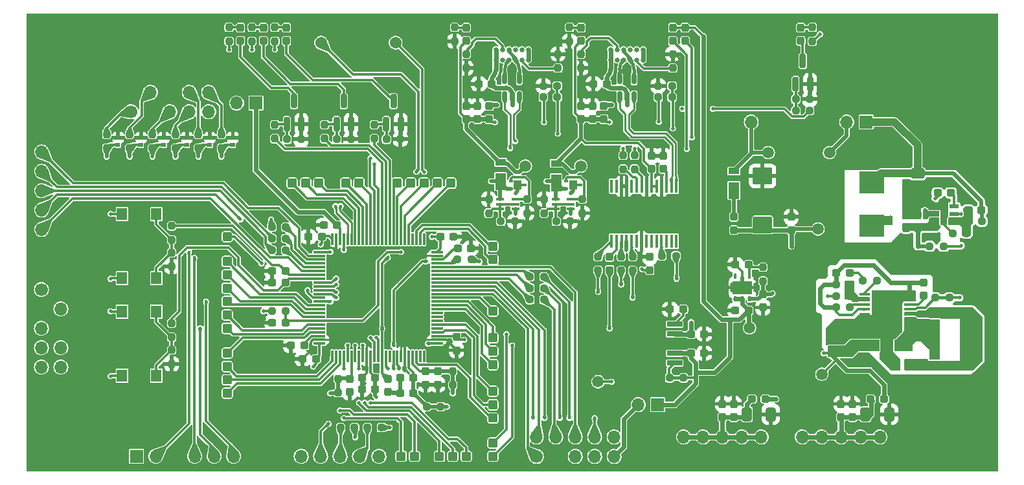
<source format=gtl>
G04 #@! TF.GenerationSoftware,KiCad,Pcbnew,8.0.4*
G04 #@! TF.CreationDate,2024-08-23T16:04:33+02:00*
G04 #@! TF.ProjectId,MCU Powerboard,4d435520-506f-4776-9572-626f6172642e,rev?*
G04 #@! TF.SameCoordinates,Original*
G04 #@! TF.FileFunction,Copper,L1,Top*
G04 #@! TF.FilePolarity,Positive*
%FSLAX46Y46*%
G04 Gerber Fmt 4.6, Leading zero omitted, Abs format (unit mm)*
G04 Created by KiCad (PCBNEW 8.0.4) date 2024-08-23 16:04:33*
%MOMM*%
%LPD*%
G01*
G04 APERTURE LIST*
G04 Aperture macros list*
%AMRoundRect*
0 Rectangle with rounded corners*
0 $1 Rounding radius*
0 $2 $3 $4 $5 $6 $7 $8 $9 X,Y pos of 4 corners*
0 Add a 4 corners polygon primitive as box body*
4,1,4,$2,$3,$4,$5,$6,$7,$8,$9,$2,$3,0*
0 Add four circle primitives for the rounded corners*
1,1,$1+$1,$2,$3*
1,1,$1+$1,$4,$5*
1,1,$1+$1,$6,$7*
1,1,$1+$1,$8,$9*
0 Add four rect primitives between the rounded corners*
20,1,$1+$1,$2,$3,$4,$5,0*
20,1,$1+$1,$4,$5,$6,$7,0*
20,1,$1+$1,$6,$7,$8,$9,0*
20,1,$1+$1,$8,$9,$2,$3,0*%
G04 Aperture macros list end*
G04 #@! TA.AperFunction,SMDPad,CuDef*
%ADD10RoundRect,0.237500X0.300000X0.237500X-0.300000X0.237500X-0.300000X-0.237500X0.300000X-0.237500X0*%
G04 #@! TD*
G04 #@! TA.AperFunction,SMDPad,CuDef*
%ADD11R,1.395000X1.600000*%
G04 #@! TD*
G04 #@! TA.AperFunction,SMDPad,CuDef*
%ADD12R,1.400000X1.600000*%
G04 #@! TD*
G04 #@! TA.AperFunction,SMDPad,CuDef*
%ADD13RoundRect,0.237500X-0.237500X0.250000X-0.237500X-0.250000X0.237500X-0.250000X0.237500X0.250000X0*%
G04 #@! TD*
G04 #@! TA.AperFunction,SMDPad,CuDef*
%ADD14RoundRect,0.237500X0.237500X-0.287500X0.237500X0.287500X-0.237500X0.287500X-0.237500X-0.287500X0*%
G04 #@! TD*
G04 #@! TA.AperFunction,SMDPad,CuDef*
%ADD15RoundRect,0.250000X-0.650000X0.412500X-0.650000X-0.412500X0.650000X-0.412500X0.650000X0.412500X0*%
G04 #@! TD*
G04 #@! TA.AperFunction,SMDPad,CuDef*
%ADD16RoundRect,0.237500X-0.237500X0.300000X-0.237500X-0.300000X0.237500X-0.300000X0.237500X0.300000X0*%
G04 #@! TD*
G04 #@! TA.AperFunction,SMDPad,CuDef*
%ADD17RoundRect,0.237500X0.237500X-0.250000X0.237500X0.250000X-0.237500X0.250000X-0.237500X-0.250000X0*%
G04 #@! TD*
G04 #@! TA.AperFunction,ComponentPad*
%ADD18C,1.700000*%
G04 #@! TD*
G04 #@! TA.AperFunction,ComponentPad*
%ADD19O,1.700000X1.700000*%
G04 #@! TD*
G04 #@! TA.AperFunction,ComponentPad*
%ADD20R,1.700000X1.700000*%
G04 #@! TD*
G04 #@! TA.AperFunction,SMDPad,CuDef*
%ADD21R,0.500000X0.310000*%
G04 #@! TD*
G04 #@! TA.AperFunction,SMDPad,CuDef*
%ADD22R,0.650000X0.310000*%
G04 #@! TD*
G04 #@! TA.AperFunction,SMDPad,CuDef*
%ADD23R,1.000000X1.300000*%
G04 #@! TD*
G04 #@! TA.AperFunction,SMDPad,CuDef*
%ADD24RoundRect,0.237500X0.250000X0.237500X-0.250000X0.237500X-0.250000X-0.237500X0.250000X-0.237500X0*%
G04 #@! TD*
G04 #@! TA.AperFunction,SMDPad,CuDef*
%ADD25RoundRect,0.237500X-0.250000X-0.237500X0.250000X-0.237500X0.250000X0.237500X-0.250000X0.237500X0*%
G04 #@! TD*
G04 #@! TA.AperFunction,SMDPad,CuDef*
%ADD26RoundRect,0.312500X-0.312500X0.312500X-0.312500X-0.312500X0.312500X-0.312500X0.312500X0.312500X0*%
G04 #@! TD*
G04 #@! TA.AperFunction,SMDPad,CuDef*
%ADD27C,1.500000*%
G04 #@! TD*
G04 #@! TA.AperFunction,SMDPad,CuDef*
%ADD28RoundRect,0.312500X0.312500X0.312500X-0.312500X0.312500X-0.312500X-0.312500X0.312500X-0.312500X0*%
G04 #@! TD*
G04 #@! TA.AperFunction,SMDPad,CuDef*
%ADD29RoundRect,0.150000X-0.150000X0.512500X-0.150000X-0.512500X0.150000X-0.512500X0.150000X0.512500X0*%
G04 #@! TD*
G04 #@! TA.AperFunction,SMDPad,CuDef*
%ADD30RoundRect,0.312500X0.312500X-0.312500X0.312500X0.312500X-0.312500X0.312500X-0.312500X-0.312500X0*%
G04 #@! TD*
G04 #@! TA.AperFunction,SMDPad,CuDef*
%ADD31R,1.400000X2.200000*%
G04 #@! TD*
G04 #@! TA.AperFunction,SMDPad,CuDef*
%ADD32R,1.400000X0.900000*%
G04 #@! TD*
G04 #@! TA.AperFunction,SMDPad,CuDef*
%ADD33R,1.000000X0.400000*%
G04 #@! TD*
G04 #@! TA.AperFunction,SMDPad,CuDef*
%ADD34RoundRect,0.312500X-0.312500X-0.312500X0.312500X-0.312500X0.312500X0.312500X-0.312500X0.312500X0*%
G04 #@! TD*
G04 #@! TA.AperFunction,SMDPad,CuDef*
%ADD35RoundRect,0.237500X-0.300000X-0.237500X0.300000X-0.237500X0.300000X0.237500X-0.300000X0.237500X0*%
G04 #@! TD*
G04 #@! TA.AperFunction,SMDPad,CuDef*
%ADD36RoundRect,0.237500X-0.237500X0.287500X-0.237500X-0.287500X0.237500X-0.287500X0.237500X0.287500X0*%
G04 #@! TD*
G04 #@! TA.AperFunction,SMDPad,CuDef*
%ADD37R,0.500000X0.550000*%
G04 #@! TD*
G04 #@! TA.AperFunction,SMDPad,CuDef*
%ADD38R,1.250000X0.600000*%
G04 #@! TD*
G04 #@! TA.AperFunction,ComponentPad*
%ADD39C,2.925000*%
G04 #@! TD*
G04 #@! TA.AperFunction,SMDPad,CuDef*
%ADD40RoundRect,0.250000X0.412500X0.650000X-0.412500X0.650000X-0.412500X-0.650000X0.412500X-0.650000X0*%
G04 #@! TD*
G04 #@! TA.AperFunction,SMDPad,CuDef*
%ADD41R,3.200000X2.850000*%
G04 #@! TD*
G04 #@! TA.AperFunction,SMDPad,CuDef*
%ADD42RoundRect,0.250000X1.025000X-0.875000X1.025000X0.875000X-1.025000X0.875000X-1.025000X-0.875000X0*%
G04 #@! TD*
G04 #@! TA.AperFunction,SMDPad,CuDef*
%ADD43R,1.475000X0.450000*%
G04 #@! TD*
G04 #@! TA.AperFunction,SMDPad,CuDef*
%ADD44R,2.460000X2.310000*%
G04 #@! TD*
G04 #@! TA.AperFunction,SMDPad,CuDef*
%ADD45RoundRect,0.200000X0.200000X-0.750000X0.200000X0.750000X-0.200000X0.750000X-0.200000X-0.750000X0*%
G04 #@! TD*
G04 #@! TA.AperFunction,SMDPad,CuDef*
%ADD46RoundRect,0.237500X-0.287500X-0.237500X0.287500X-0.237500X0.287500X0.237500X-0.287500X0.237500X0*%
G04 #@! TD*
G04 #@! TA.AperFunction,ComponentPad*
%ADD47C,0.650000*%
G04 #@! TD*
G04 #@! TA.AperFunction,ComponentPad*
%ADD48O,0.900000X1.700000*%
G04 #@! TD*
G04 #@! TA.AperFunction,ComponentPad*
%ADD49O,0.900000X2.400000*%
G04 #@! TD*
G04 #@! TA.AperFunction,SMDPad,CuDef*
%ADD50R,2.000000X0.650000*%
G04 #@! TD*
G04 #@! TA.AperFunction,SMDPad,CuDef*
%ADD51R,2.000000X3.200000*%
G04 #@! TD*
G04 #@! TA.AperFunction,SMDPad,CuDef*
%ADD52RoundRect,0.237500X0.237500X-0.300000X0.237500X0.300000X-0.237500X0.300000X-0.237500X-0.300000X0*%
G04 #@! TD*
G04 #@! TA.AperFunction,ComponentPad*
%ADD53C,1.540000*%
G04 #@! TD*
G04 #@! TA.AperFunction,ComponentPad*
%ADD54C,1.950000*%
G04 #@! TD*
G04 #@! TA.AperFunction,SMDPad,CuDef*
%ADD55RoundRect,0.075000X0.075000X-0.725000X0.075000X0.725000X-0.075000X0.725000X-0.075000X-0.725000X0*%
G04 #@! TD*
G04 #@! TA.AperFunction,SMDPad,CuDef*
%ADD56RoundRect,0.075000X0.725000X-0.075000X0.725000X0.075000X-0.725000X0.075000X-0.725000X-0.075000X0*%
G04 #@! TD*
G04 #@! TA.AperFunction,SMDPad,CuDef*
%ADD57R,1.430000X5.330000*%
G04 #@! TD*
G04 #@! TA.AperFunction,SMDPad,CuDef*
%ADD58R,2.350000X1.550000*%
G04 #@! TD*
G04 #@! TA.AperFunction,SMDPad,CuDef*
%ADD59R,0.450000X1.750000*%
G04 #@! TD*
G04 #@! TA.AperFunction,SMDPad,CuDef*
%ADD60R,0.400000X0.800000*%
G04 #@! TD*
G04 #@! TA.AperFunction,SMDPad,CuDef*
%ADD61R,2.500000X1.750000*%
G04 #@! TD*
G04 #@! TA.AperFunction,ComponentPad*
%ADD62R,2.775000X2.775000*%
G04 #@! TD*
G04 #@! TA.AperFunction,ComponentPad*
%ADD63C,2.775000*%
G04 #@! TD*
G04 #@! TA.AperFunction,ViaPad*
%ADD64C,0.500000*%
G04 #@! TD*
G04 #@! TA.AperFunction,ViaPad*
%ADD65C,0.450000*%
G04 #@! TD*
G04 #@! TA.AperFunction,Conductor*
%ADD66C,0.350000*%
G04 #@! TD*
G04 #@! TA.AperFunction,Conductor*
%ADD67C,0.280000*%
G04 #@! TD*
G04 #@! TA.AperFunction,Conductor*
%ADD68C,0.600000*%
G04 #@! TD*
G04 #@! TA.AperFunction,Conductor*
%ADD69C,0.500000*%
G04 #@! TD*
G04 #@! TA.AperFunction,Conductor*
%ADD70C,0.349300*%
G04 #@! TD*
G04 #@! TA.AperFunction,Conductor*
%ADD71C,0.286000*%
G04 #@! TD*
G04 #@! TA.AperFunction,Conductor*
%ADD72C,0.400000*%
G04 #@! TD*
G04 #@! TA.AperFunction,Conductor*
%ADD73C,1.000000*%
G04 #@! TD*
G04 APERTURE END LIST*
G04 #@! TA.AperFunction,EtchedComponent*
G36*
X141000000Y-112324000D02*
G01*
X140500000Y-112324000D01*
X140500000Y-113176000D01*
X141000000Y-113176000D01*
X141000000Y-112324000D01*
G37*
G04 #@! TD.AperFunction*
G04 #@! TA.AperFunction,EtchedComponent*
G36*
X204324000Y-102000000D02*
G01*
X205176000Y-102000000D01*
X205176000Y-102500000D01*
X204324000Y-102500000D01*
X204324000Y-102000000D01*
G37*
G04 #@! TD.AperFunction*
G04 #@! TA.AperFunction,EtchedComponent*
G36*
X137824000Y-116250000D02*
G01*
X138676000Y-116250000D01*
X138676000Y-116750000D01*
X137824000Y-116750000D01*
X137824000Y-116250000D01*
G37*
G04 #@! TD.AperFunction*
G04 #@! TA.AperFunction,EtchedComponent*
G36*
X126000000Y-113324000D02*
G01*
X125500000Y-113324000D01*
X125500000Y-114176000D01*
X126000000Y-114176000D01*
X126000000Y-113324000D01*
G37*
G04 #@! TD.AperFunction*
G04 #@! TA.AperFunction,EtchedComponent*
G36*
X169574000Y-112500000D02*
G01*
X170426000Y-112500000D01*
X170426000Y-113000000D01*
X169574000Y-113000000D01*
X169574000Y-112500000D01*
G37*
G04 #@! TD.AperFunction*
D10*
X209862500Y-90750000D03*
X208137500Y-90750000D03*
D11*
X97502000Y-99705000D03*
X97502000Y-91295000D03*
X101998000Y-99705000D03*
X101998000Y-91295000D03*
D12*
X99750000Y-91295000D03*
D13*
X164500000Y-83587500D03*
X164500000Y-85412500D03*
D10*
X122862500Y-110250000D03*
X121137500Y-110250000D03*
D14*
X116000000Y-68625000D03*
X116000000Y-66875000D03*
D15*
X192250000Y-106187500D03*
X192250000Y-109312500D03*
D16*
X137223000Y-111887500D03*
X137223000Y-113612500D03*
D17*
X95500000Y-82662500D03*
X95500000Y-80837500D03*
D18*
X98675000Y-77900000D03*
D19*
X98675000Y-75360000D03*
D20*
X101215000Y-77900000D03*
D19*
X101215000Y-75360000D03*
X103755000Y-77900000D03*
X103755000Y-75360000D03*
X106295000Y-77900000D03*
X106295000Y-75360000D03*
X108835000Y-77900000D03*
X108835000Y-75360000D03*
D21*
X155600000Y-87000000D03*
X155600000Y-88000000D03*
D22*
X157325000Y-87500000D03*
D23*
X156500000Y-87500000D03*
D24*
X156106250Y-92250000D03*
X154281250Y-92250000D03*
D16*
X176000000Y-116137500D03*
X176000000Y-117862500D03*
D25*
X203087500Y-95500000D03*
X204912500Y-95500000D03*
D26*
X146000000Y-95500000D03*
D13*
X181293750Y-98243750D03*
X181293750Y-100068750D03*
D27*
X190000000Y-83250000D03*
D28*
X123250000Y-87250000D03*
D29*
X164450000Y-73612500D03*
X163500000Y-73612500D03*
X162550000Y-73612500D03*
X162550000Y-75887500D03*
X163500000Y-75887500D03*
X164450000Y-75887500D03*
D25*
X167587500Y-74500000D03*
X169412500Y-74500000D03*
D26*
X111250000Y-97500000D03*
D13*
X169500000Y-70337500D03*
X169500000Y-72162500D03*
D16*
X142500000Y-77137500D03*
X142500000Y-78862500D03*
D30*
X146000000Y-104000000D03*
D14*
X177500000Y-93375000D03*
X177500000Y-91625000D03*
D13*
X140750000Y-111837500D03*
X140750000Y-113662500D03*
D21*
X148350000Y-87000000D03*
X148350000Y-88000000D03*
D22*
X150075000Y-87500000D03*
D23*
X149250000Y-87500000D03*
D30*
X111250000Y-99250000D03*
D31*
X154250000Y-87200000D03*
D32*
X154250000Y-84650000D03*
D24*
X118912500Y-94480000D03*
X117087500Y-94480000D03*
D25*
X190837500Y-103500000D03*
X192662500Y-103500000D03*
D14*
X113000000Y-68625000D03*
X113000000Y-66875000D03*
D33*
X154193750Y-89350000D03*
X154193750Y-90000000D03*
X154193750Y-90650000D03*
X156193750Y-90650000D03*
X156193750Y-90000000D03*
X156193750Y-89350000D03*
D14*
X119000000Y-68625000D03*
X119000000Y-66875000D03*
D10*
X118862500Y-105500000D03*
X117137500Y-105500000D03*
D34*
X128500000Y-87250000D03*
D30*
X146000000Y-116250000D03*
D10*
X173612500Y-107000000D03*
X171887500Y-107000000D03*
D13*
X154500000Y-70337500D03*
X154500000Y-72162500D03*
D17*
X117500000Y-68662500D03*
X117500000Y-66837500D03*
D35*
X169137500Y-103750000D03*
X170862500Y-103750000D03*
D36*
X142520000Y-66875000D03*
X142520000Y-68625000D03*
D37*
X112000000Y-81275000D03*
X112000000Y-82225000D03*
D38*
X203750000Y-90300000D03*
X203750000Y-91250000D03*
X203750000Y-92200000D03*
X206250000Y-92200000D03*
X206250000Y-91250000D03*
X206250000Y-90300000D03*
D26*
X146000000Y-114500000D03*
D20*
X170925000Y-123025000D03*
D19*
X170925000Y-120485000D03*
X173465000Y-123025000D03*
X173465000Y-120485000D03*
X176005000Y-123025000D03*
X176005000Y-120485000D03*
X178545000Y-123025000D03*
X178545000Y-120485000D03*
X181085000Y-123025000D03*
X181085000Y-120485000D03*
D39*
X87250000Y-70250000D03*
X94750000Y-70250000D03*
X87250000Y-75250000D03*
X94750000Y-75250000D03*
D30*
X111250000Y-111250000D03*
D35*
X190887500Y-99000000D03*
X192612500Y-99000000D03*
D16*
X193000000Y-116137500D03*
X193000000Y-117862500D03*
X185000000Y-91637500D03*
X185000000Y-93362500D03*
D17*
X110500000Y-82662500D03*
X110500000Y-80837500D03*
D40*
X182312500Y-117500000D03*
X179187500Y-117500000D03*
D30*
X111250000Y-106250000D03*
D16*
X161250000Y-96887500D03*
X161250000Y-98612500D03*
D30*
X146000000Y-121250000D03*
D16*
X201500000Y-91387500D03*
X201500000Y-93112500D03*
D10*
X123612500Y-94250000D03*
X121887500Y-94250000D03*
D17*
X157693750Y-91162500D03*
X157693750Y-89337500D03*
X114500000Y-68662500D03*
X114500000Y-66837500D03*
D34*
X138750000Y-87250000D03*
D17*
X164250000Y-98662500D03*
X164250000Y-96837500D03*
D26*
X146000000Y-123000000D03*
D37*
X109000000Y-81275000D03*
X109000000Y-82225000D03*
D34*
X135250000Y-87250000D03*
D41*
X195500000Y-92850000D03*
X195500000Y-87150000D03*
D11*
X97501000Y-112455000D03*
X97501000Y-104045000D03*
X101997000Y-112455000D03*
X101997000Y-104045000D03*
D12*
X99749000Y-104045000D03*
D25*
X190837500Y-100500000D03*
X192662500Y-100500000D03*
D10*
X118862500Y-98750000D03*
X117137500Y-98750000D03*
D24*
X131412500Y-119250000D03*
X129587500Y-119250000D03*
D16*
X202274000Y-100224500D03*
X202274000Y-101949500D03*
D25*
X194337500Y-100000000D03*
X196162500Y-100000000D03*
D40*
X197812500Y-117500000D03*
X194687500Y-117500000D03*
D28*
X139000000Y-123000000D03*
D42*
X181250000Y-92700000D03*
X181250000Y-86300000D03*
D34*
X140750000Y-123000000D03*
D28*
X126750000Y-87250000D03*
D25*
X203837500Y-102250000D03*
X205662500Y-102250000D03*
D30*
X111250000Y-102750000D03*
D43*
X200438000Y-105700000D03*
X200438000Y-105050000D03*
X200438000Y-104400000D03*
X200438000Y-103750000D03*
X200438000Y-103100000D03*
X200438000Y-102450000D03*
X200438000Y-101800000D03*
X194562000Y-101800000D03*
X194562000Y-102450000D03*
X194562000Y-103100000D03*
X194562000Y-103750000D03*
X194562000Y-104400000D03*
X194562000Y-105050000D03*
X194562000Y-105700000D03*
D44*
X197500000Y-103750000D03*
D17*
X101500000Y-82662500D03*
X101500000Y-80837500D03*
D14*
X145500000Y-78875000D03*
X145500000Y-77125000D03*
D45*
X132050000Y-79500000D03*
X133950000Y-79500000D03*
X133000000Y-76500000D03*
D34*
X121500000Y-87250000D03*
D16*
X191500000Y-116137500D03*
X191500000Y-117862500D03*
D37*
X106000000Y-81275000D03*
X106000000Y-82225000D03*
D27*
X157500000Y-85000000D03*
D24*
X154412500Y-76000000D03*
X152587500Y-76000000D03*
D46*
X195375000Y-115500000D03*
X197125000Y-115500000D03*
D15*
X201500000Y-85937500D03*
X201500000Y-89062500D03*
D25*
X208087500Y-92250000D03*
X209912500Y-92250000D03*
D17*
X159750000Y-98662500D03*
X159750000Y-96837500D03*
D37*
X103000000Y-81275000D03*
X103000000Y-82225000D03*
D13*
X124000000Y-79587500D03*
X124000000Y-81412500D03*
D10*
X118862500Y-100250000D03*
X117137500Y-100250000D03*
D47*
X166475000Y-71110000D03*
X165625000Y-71110000D03*
X164775000Y-71110000D03*
X163925000Y-71110000D03*
X163075000Y-71110000D03*
X162225000Y-71110000D03*
X161375000Y-71110000D03*
X160525000Y-71110000D03*
X160525000Y-69760000D03*
X161375000Y-69760000D03*
X162225000Y-69760000D03*
X163075000Y-69760000D03*
X163925000Y-69760000D03*
X164775000Y-69760000D03*
X165625000Y-69760000D03*
X166475000Y-69760000D03*
D48*
X167825000Y-66750000D03*
X159175000Y-66750000D03*
D49*
X167825000Y-70130000D03*
X159175000Y-70130000D03*
D10*
X125612500Y-92750000D03*
X123887500Y-92750000D03*
D33*
X146943750Y-89350000D03*
X146943750Y-90000000D03*
X146943750Y-90650000D03*
X148943750Y-90650000D03*
X148943750Y-90000000D03*
X148943750Y-89350000D03*
D20*
X99400000Y-123000000D03*
D19*
X101940000Y-123000000D03*
X104480000Y-123000000D03*
X107020000Y-123000000D03*
X109560000Y-123000000D03*
X112100000Y-123000000D03*
D26*
X111250000Y-109500000D03*
D47*
X151475000Y-71110000D03*
X150625000Y-71110000D03*
X149775000Y-71110000D03*
X148925000Y-71110000D03*
X148075000Y-71110000D03*
X147225000Y-71110000D03*
X146375000Y-71110000D03*
X145525000Y-71110000D03*
X145525000Y-69760000D03*
X146375000Y-69760000D03*
X147225000Y-69760000D03*
X148075000Y-69760000D03*
X148925000Y-69760000D03*
X149775000Y-69760000D03*
X150625000Y-69760000D03*
X151475000Y-69760000D03*
D48*
X152825000Y-66750000D03*
X144175000Y-66750000D03*
D49*
X152825000Y-70130000D03*
X144175000Y-70130000D03*
D27*
X188500000Y-93250000D03*
D24*
X152662500Y-102500000D03*
X150837500Y-102500000D03*
D14*
X186250000Y-68625000D03*
X186250000Y-66875000D03*
X169500000Y-68625000D03*
X169500000Y-66875000D03*
D50*
X169750000Y-110790000D03*
X169750000Y-109520000D03*
X169750000Y-108250000D03*
X169750000Y-106980000D03*
X169750000Y-105710000D03*
D51*
X163750000Y-108250000D03*
D37*
X100000000Y-81275000D03*
X100000000Y-82225000D03*
D24*
X118912500Y-93000000D03*
X117087500Y-93000000D03*
D28*
X133500000Y-87250000D03*
X134000000Y-123000000D03*
D35*
X144137500Y-74250000D03*
X145862500Y-74250000D03*
D17*
X103999000Y-107412500D03*
X103999000Y-105587500D03*
D30*
X146000000Y-97250000D03*
D25*
X137337500Y-116500000D03*
X139162500Y-116500000D03*
D17*
X111500000Y-68662500D03*
X111500000Y-66837500D03*
D28*
X119750000Y-87250000D03*
D25*
X185587500Y-76250000D03*
X187412500Y-76250000D03*
D10*
X130612500Y-114250000D03*
X128887500Y-114250000D03*
D26*
X111250000Y-104500000D03*
D16*
X138777000Y-111887500D03*
X138777000Y-113612500D03*
D25*
X132087500Y-81500000D03*
X133912500Y-81500000D03*
D37*
X97000000Y-81275000D03*
X97000000Y-82225000D03*
D29*
X149450000Y-73612500D03*
X148500000Y-73612500D03*
X147550000Y-73612500D03*
X147550000Y-75887500D03*
X148500000Y-75887500D03*
X149450000Y-75887500D03*
D13*
X130500000Y-79587500D03*
X130500000Y-81412500D03*
D45*
X185550000Y-74250000D03*
X187450000Y-74250000D03*
X186500000Y-71250000D03*
D26*
X111250000Y-101000000D03*
D13*
X163000000Y-83587500D03*
X163000000Y-85412500D03*
D10*
X179406250Y-103906250D03*
X177681250Y-103906250D03*
D25*
X152587500Y-74500000D03*
X154412500Y-74500000D03*
D16*
X127250000Y-112887500D03*
X127250000Y-114612500D03*
D13*
X125750000Y-112837500D03*
X125750000Y-114662500D03*
D27*
X182000000Y-83250000D03*
D25*
X125587500Y-81500000D03*
X127412500Y-81500000D03*
D39*
X202250000Y-70250000D03*
X209750000Y-70250000D03*
X202250000Y-75250000D03*
X209750000Y-75250000D03*
D20*
X186425000Y-123025000D03*
D19*
X186425000Y-120485000D03*
X188965000Y-123025000D03*
X188965000Y-120485000D03*
X191505000Y-123025000D03*
X191505000Y-120485000D03*
X194045000Y-123025000D03*
X194045000Y-120485000D03*
X196585000Y-123025000D03*
X196585000Y-120485000D03*
D52*
X166500000Y-98612500D03*
X166500000Y-96887500D03*
D35*
X139137500Y-94250000D03*
X140862500Y-94250000D03*
D13*
X104000000Y-96337500D03*
X104000000Y-98162500D03*
D27*
X189000000Y-112250000D03*
D25*
X185587500Y-77750000D03*
X187412500Y-77750000D03*
D10*
X121314500Y-108500000D03*
X119589500Y-108500000D03*
D24*
X118912500Y-104000000D03*
X117087500Y-104000000D03*
D10*
X179406250Y-97906250D03*
X177681250Y-97906250D03*
D30*
X111250000Y-94250000D03*
D24*
X148856250Y-92250000D03*
X147031250Y-92250000D03*
D45*
X119050000Y-79500000D03*
X120950000Y-79500000D03*
X120000000Y-76500000D03*
D20*
X115025000Y-76750000D03*
D19*
X112485000Y-76750000D03*
D10*
X135612500Y-112750000D03*
X133887500Y-112750000D03*
D28*
X137000000Y-87250000D03*
D27*
X179543750Y-106192250D03*
D14*
X171100000Y-68625000D03*
X171100000Y-66875000D03*
D17*
X98500000Y-82662500D03*
X98500000Y-80837500D03*
D53*
X128027500Y-68854500D03*
X123527500Y-68854500D03*
D54*
X129282500Y-71344500D03*
X122272500Y-71344500D03*
D28*
X140500000Y-87250000D03*
D17*
X141000000Y-68662500D03*
X141000000Y-66837500D03*
D25*
X141337500Y-97250000D03*
X143162500Y-97250000D03*
D13*
X145443750Y-89337500D03*
X145443750Y-91162500D03*
D31*
X177500000Y-88200000D03*
D32*
X177500000Y-85650000D03*
D27*
X159750000Y-113250000D03*
D55*
X125000000Y-109925000D03*
X125500000Y-109925000D03*
X126000000Y-109925000D03*
X126500000Y-109925000D03*
X127000000Y-109925000D03*
X127500000Y-109925000D03*
X128000000Y-109925000D03*
X128500000Y-109925000D03*
X129000000Y-109925000D03*
X129500000Y-109925000D03*
X130000000Y-109925000D03*
X130500000Y-109925000D03*
X131000000Y-109925000D03*
X131500000Y-109925000D03*
X132000000Y-109925000D03*
X132500000Y-109925000D03*
X133000000Y-109925000D03*
X133500000Y-109925000D03*
X134000000Y-109925000D03*
X134500000Y-109925000D03*
X135000000Y-109925000D03*
X135500000Y-109925000D03*
X136000000Y-109925000D03*
X136500000Y-109925000D03*
X137000000Y-109925000D03*
D56*
X138675000Y-108250000D03*
X138675000Y-107750000D03*
X138675000Y-107250000D03*
X138675000Y-106750000D03*
X138675000Y-106250000D03*
X138675000Y-105750000D03*
X138675000Y-105250000D03*
X138675000Y-104750000D03*
X138675000Y-104250000D03*
X138675000Y-103750000D03*
X138675000Y-103250000D03*
X138675000Y-102750000D03*
X138675000Y-102250000D03*
X138675000Y-101750000D03*
X138675000Y-101250000D03*
X138675000Y-100750000D03*
X138675000Y-100250000D03*
X138675000Y-99750000D03*
X138675000Y-99250000D03*
X138675000Y-98750000D03*
X138675000Y-98250000D03*
X138675000Y-97750000D03*
X138675000Y-97250000D03*
X138675000Y-96750000D03*
X138675000Y-96250000D03*
D55*
X137000000Y-94575000D03*
X136500000Y-94575000D03*
X136000000Y-94575000D03*
X135500000Y-94575000D03*
X135000000Y-94575000D03*
X134500000Y-94575000D03*
X134000000Y-94575000D03*
X133500000Y-94575000D03*
X133000000Y-94575000D03*
X132500000Y-94575000D03*
X132000000Y-94575000D03*
X131500000Y-94575000D03*
X131000000Y-94575000D03*
X130500000Y-94575000D03*
X130000000Y-94575000D03*
X129500000Y-94575000D03*
X129000000Y-94575000D03*
X128500000Y-94575000D03*
X128000000Y-94575000D03*
X127500000Y-94575000D03*
X127000000Y-94575000D03*
X126500000Y-94575000D03*
X126000000Y-94575000D03*
X125500000Y-94575000D03*
X125000000Y-94575000D03*
D56*
X123325000Y-96250000D03*
X123325000Y-96750000D03*
X123325000Y-97250000D03*
X123325000Y-97750000D03*
X123325000Y-98250000D03*
X123325000Y-98750000D03*
X123325000Y-99250000D03*
X123325000Y-99750000D03*
X123325000Y-100250000D03*
X123325000Y-100750000D03*
X123325000Y-101250000D03*
X123325000Y-101750000D03*
X123325000Y-102250000D03*
X123325000Y-102750000D03*
X123325000Y-103250000D03*
X123325000Y-103750000D03*
X123325000Y-104250000D03*
X123325000Y-104750000D03*
X123325000Y-105250000D03*
X123325000Y-105750000D03*
X123325000Y-106250000D03*
X123325000Y-106750000D03*
X123325000Y-107250000D03*
X123325000Y-107750000D03*
X123325000Y-108250000D03*
D57*
X207770000Y-107750000D03*
X203730000Y-107750000D03*
D17*
X156000000Y-68662500D03*
X156000000Y-66837500D03*
D45*
X125550000Y-79500000D03*
X127450000Y-79500000D03*
X126500000Y-76500000D03*
D30*
X146000000Y-109250000D03*
D35*
X141387500Y-95750000D03*
X143112500Y-95750000D03*
D16*
X159000000Y-77137500D03*
X159000000Y-78862500D03*
D13*
X152693750Y-89337500D03*
X152693750Y-91162500D03*
D16*
X200000000Y-91387500D03*
X200000000Y-93112500D03*
D20*
X194775000Y-79250000D03*
D19*
X192235000Y-79250000D03*
D17*
X157500000Y-72162500D03*
X157500000Y-70337500D03*
D28*
X142500000Y-123000000D03*
D16*
X144000000Y-77137500D03*
X144000000Y-78862500D03*
D30*
X111272000Y-114750000D03*
D16*
X166750000Y-83637500D03*
X166750000Y-85362500D03*
D10*
X135612500Y-114750000D03*
X133887500Y-114750000D03*
D16*
X177500000Y-116137500D03*
X177500000Y-117862500D03*
X181293750Y-101793750D03*
X181293750Y-103518750D03*
D25*
X119087500Y-81500000D03*
X120912500Y-81500000D03*
D53*
X137777500Y-68854500D03*
X133277500Y-68854500D03*
D54*
X139032500Y-71344500D03*
X132022500Y-71344500D03*
D10*
X130612500Y-112750000D03*
X128887500Y-112750000D03*
D35*
X204137500Y-88500000D03*
X205862500Y-88500000D03*
D17*
X187750000Y-68662500D03*
X187750000Y-66837500D03*
D35*
X159137500Y-74250000D03*
X160862500Y-74250000D03*
D17*
X104500000Y-82662500D03*
X104500000Y-80837500D03*
D20*
X177225000Y-79250000D03*
D19*
X179765000Y-79250000D03*
D17*
X107500000Y-82662500D03*
X107500000Y-80837500D03*
D35*
X198637500Y-111000000D03*
X200362500Y-111000000D03*
D26*
X146000000Y-107500000D03*
D24*
X152662500Y-100990000D03*
X150837500Y-100990000D03*
D31*
X147000000Y-87050000D03*
D32*
X147000000Y-84500000D03*
D18*
X86975000Y-101175000D03*
D19*
X89515000Y-101175000D03*
D20*
X86975000Y-103715000D03*
D19*
X89515000Y-103715000D03*
X86975000Y-106255000D03*
X89515000Y-106255000D03*
X86975000Y-108795000D03*
X89515000Y-108795000D03*
X86975000Y-111335000D03*
X89515000Y-111335000D03*
D16*
X141250000Y-107387500D03*
X141250000Y-109112500D03*
D17*
X142500000Y-72162500D03*
X142500000Y-70337500D03*
D25*
X206087500Y-93800000D03*
X207912500Y-93800000D03*
D26*
X111272000Y-113000000D03*
D16*
X190250000Y-107637500D03*
X190250000Y-109362500D03*
D20*
X118400000Y-123000000D03*
D19*
X120940000Y-123000000D03*
X123480000Y-123000000D03*
X126020000Y-123000000D03*
X128560000Y-123000000D03*
X131100000Y-123000000D03*
D36*
X157520000Y-66875000D03*
X157520000Y-68625000D03*
D16*
X132250000Y-112887500D03*
X132250000Y-114612500D03*
D17*
X150443750Y-91162500D03*
X150443750Y-89337500D03*
D13*
X103999000Y-109087500D03*
X103999000Y-110912500D03*
X117500000Y-79587500D03*
X117500000Y-81412500D03*
D34*
X135750000Y-123000000D03*
D16*
X157500000Y-77137500D03*
X157500000Y-78862500D03*
D26*
X146000000Y-111000000D03*
D24*
X152662500Y-99500000D03*
X150837500Y-99500000D03*
D27*
X150250000Y-85000000D03*
D58*
X195350000Y-108500000D03*
X199650000Y-108500000D03*
D20*
X87000000Y-95850000D03*
D19*
X87000000Y-93310000D03*
X87000000Y-90770000D03*
X87000000Y-88230000D03*
X87000000Y-85690000D03*
X87000000Y-83150000D03*
D52*
X168250000Y-85362500D03*
X168250000Y-83637500D03*
D17*
X162750000Y-98662500D03*
X162750000Y-96837500D03*
D25*
X169087500Y-112750000D03*
X170912500Y-112750000D03*
D59*
X161525000Y-94850000D03*
X162175000Y-94850000D03*
X162825000Y-94850000D03*
X163475000Y-94850000D03*
X164125000Y-94850000D03*
X164775000Y-94850000D03*
X165425000Y-94850000D03*
X166075000Y-94850000D03*
X166725000Y-94850000D03*
X167375000Y-94850000D03*
X168025000Y-94850000D03*
X168675000Y-94850000D03*
X169325000Y-94850000D03*
X169975000Y-94850000D03*
X169975000Y-87650000D03*
X169325000Y-87650000D03*
X168675000Y-87650000D03*
X168025000Y-87650000D03*
X167375000Y-87650000D03*
X166725000Y-87650000D03*
X166075000Y-87650000D03*
X165425000Y-87650000D03*
X164775000Y-87650000D03*
X164125000Y-87650000D03*
X163475000Y-87650000D03*
X162825000Y-87650000D03*
X162175000Y-87650000D03*
X161525000Y-87650000D03*
D35*
X171887500Y-109500000D03*
X173612500Y-109500000D03*
D17*
X104000000Y-94662500D03*
X104000000Y-92837500D03*
D24*
X127912500Y-119250000D03*
X126087500Y-119250000D03*
X192662500Y-102000000D03*
X190837500Y-102000000D03*
D14*
X160500000Y-78875000D03*
X160500000Y-77125000D03*
D24*
X169912500Y-96750000D03*
X168087500Y-96750000D03*
D60*
X179550000Y-99400000D03*
X178600000Y-99400000D03*
X177650000Y-99400000D03*
X177650000Y-102400000D03*
X178600000Y-102400000D03*
X179550000Y-102400000D03*
D61*
X178600000Y-100900000D03*
D24*
X169412500Y-76000000D03*
X167587500Y-76000000D03*
D18*
X151675000Y-123025000D03*
D19*
X151675000Y-120485000D03*
D20*
X154215000Y-123025000D03*
D19*
X154215000Y-120485000D03*
X156755000Y-123025000D03*
X156755000Y-120485000D03*
X159295000Y-123025000D03*
X159295000Y-120485000D03*
X161835000Y-123025000D03*
X161835000Y-120485000D03*
D46*
X179875000Y-115500000D03*
X181625000Y-115500000D03*
D26*
X146000000Y-118000000D03*
D24*
X118912500Y-96000000D03*
X117087500Y-96000000D03*
D20*
X167525000Y-116250000D03*
D19*
X164985000Y-116250000D03*
D62*
X209499500Y-122250000D03*
D63*
X202499500Y-122250000D03*
X202499500Y-117250000D03*
X209499500Y-117250000D03*
D62*
X94499500Y-122250000D03*
D63*
X87499500Y-122250000D03*
X87499500Y-117250000D03*
X94499500Y-117250000D03*
D64*
X123250000Y-76000000D03*
X139750000Y-115250000D03*
X188500000Y-72250000D03*
X90250000Y-80000000D03*
X196500000Y-103500000D03*
X197000000Y-102000000D03*
X186750000Y-103750000D03*
X164750000Y-74750000D03*
X171750000Y-117000000D03*
X143500000Y-118000000D03*
X148750000Y-124000000D03*
X124500000Y-113750000D03*
X208000000Y-89000000D03*
X170500000Y-71000000D03*
X136325283Y-113591320D03*
X202750000Y-88750000D03*
X192250000Y-84250000D03*
X163000000Y-81000000D03*
X132250000Y-103500000D03*
X159000000Y-76250000D03*
X95000000Y-95500000D03*
X177923643Y-95062650D03*
X148112118Y-122040800D03*
X180250000Y-90750000D03*
X87500000Y-79500000D03*
X166000000Y-101000000D03*
X138500000Y-109000000D03*
X198998793Y-106004594D03*
X109250000Y-72500000D03*
X196000000Y-105000000D03*
X112000000Y-83750000D03*
X199500000Y-120500000D03*
X88750000Y-93250000D03*
X198500000Y-102500000D03*
X178750000Y-101250000D03*
X192750000Y-110750000D03*
X163750000Y-91250000D03*
X113750000Y-119750000D03*
X142528527Y-73093486D03*
X197500000Y-104500000D03*
X125500000Y-108250000D03*
X211250000Y-93500000D03*
X108500000Y-98250000D03*
X162000000Y-109500000D03*
X204750000Y-87500000D03*
X181250000Y-84750000D03*
X197500000Y-101500000D03*
X183750000Y-118250000D03*
X199250000Y-117500000D03*
X167000000Y-110500000D03*
X190000000Y-106500000D03*
X137250000Y-124000000D03*
X137000000Y-105250000D03*
X165500000Y-75000000D03*
X175000000Y-82750000D03*
X208000000Y-85750000D03*
X167750000Y-89500000D03*
X184744475Y-101957047D03*
X99749000Y-102500000D03*
X175000000Y-96250000D03*
X163800000Y-72500000D03*
X99749000Y-108250000D03*
X190750000Y-105500000D03*
X138250000Y-115000000D03*
X162001415Y-105988571D03*
X202500000Y-94250000D03*
X137250000Y-121500000D03*
X182250000Y-90750000D03*
X154750000Y-96000000D03*
X105644419Y-102777168D03*
X170450000Y-80500000D03*
X205000000Y-89500000D03*
X179500000Y-100500000D03*
X177500000Y-114750000D03*
X202750000Y-88000000D03*
X158000000Y-107750000D03*
X167000000Y-73250000D03*
X171500000Y-108250000D03*
X176000000Y-86250000D03*
X194750000Y-110750000D03*
X168000000Y-103750000D03*
X108500000Y-91750000D03*
X196000000Y-102000000D03*
X207500000Y-88500000D03*
X134000000Y-105250000D03*
X171000000Y-84750000D03*
X165750000Y-89500000D03*
X164000000Y-105000000D03*
X88750000Y-86000000D03*
X142250000Y-104750000D03*
X114000000Y-87500000D03*
X170450000Y-78900000D03*
X150500000Y-75000000D03*
X200750000Y-90250000D03*
X198500000Y-103500000D03*
X211250000Y-90250000D03*
X157193750Y-92250000D03*
X135500000Y-66750000D03*
X176250000Y-67000000D03*
X149500000Y-111750000D03*
X209500000Y-86750000D03*
X161250000Y-78000000D03*
X122250000Y-79000000D03*
X195000000Y-106500000D03*
X103750000Y-72750000D03*
X141250000Y-90250000D03*
X142000000Y-94250000D03*
X116079648Y-104983745D03*
X196750000Y-111750000D03*
X203250000Y-84750000D03*
X200000000Y-87250000D03*
X135000000Y-124500000D03*
X113750000Y-81250000D03*
X128701509Y-81673009D03*
X203750000Y-94250000D03*
X165750000Y-85500000D03*
X149500000Y-122000000D03*
X200250000Y-94500000D03*
X109750000Y-113500000D03*
X121000000Y-85750000D03*
X176543750Y-97906250D03*
X91500000Y-83000000D03*
X141750000Y-124500000D03*
X201500000Y-87500000D03*
X207000000Y-89000000D03*
X111500000Y-84750000D03*
X198250000Y-98000000D03*
X157651695Y-73262674D03*
X203500000Y-82750000D03*
X133000000Y-97500000D03*
X160750000Y-75500000D03*
X156250000Y-93500000D03*
X125500000Y-98000000D03*
X117500000Y-86000000D03*
X99250000Y-120000000D03*
X151500000Y-91250000D03*
X108500000Y-101000000D03*
X199000000Y-105000000D03*
X197000000Y-104000000D03*
X180250000Y-101250000D03*
X144000000Y-75250000D03*
X135500000Y-105250000D03*
X145443750Y-88250000D03*
X147750000Y-91250000D03*
X186986205Y-100948268D03*
X165000000Y-123000000D03*
X199250000Y-116750000D03*
X109000000Y-83750000D03*
X200000000Y-90250000D03*
X198000000Y-103000000D03*
X94744235Y-101309026D03*
X104000000Y-118750000D03*
X187250000Y-109500000D03*
X127500000Y-116000000D03*
X132250000Y-105250000D03*
X172000000Y-99500000D03*
X148200000Y-72500000D03*
X165250000Y-78000000D03*
X157500000Y-82750000D03*
X145437079Y-92759778D03*
X122500000Y-116000000D03*
X191000000Y-93750000D03*
X180250000Y-100500000D03*
X134500000Y-82750000D03*
X169750000Y-89500000D03*
X165750000Y-93000000D03*
X166500000Y-107000000D03*
X149000000Y-74750000D03*
X144250000Y-90750000D03*
X196500000Y-104500000D03*
X110000000Y-69750000D03*
X196500000Y-101500000D03*
X198000000Y-104000000D03*
X101250000Y-72750000D03*
X105999000Y-94000000D03*
X197000000Y-103000000D03*
X115250000Y-123250000D03*
X187838063Y-97921932D03*
X109500000Y-105250000D03*
X196250000Y-75000000D03*
X193250000Y-96250000D03*
X191000000Y-75000000D03*
X195750000Y-84750000D03*
X199250000Y-113750000D03*
X171000000Y-101500000D03*
X148202470Y-85957223D03*
X164000000Y-110500000D03*
X115000000Y-108750000D03*
X172250000Y-108250000D03*
X109750000Y-107750000D03*
X174750000Y-107000000D03*
X187500000Y-72500000D03*
X142750000Y-111250000D03*
X197500000Y-102500000D03*
X99750000Y-95500000D03*
X134500000Y-97750000D03*
X159500000Y-88750000D03*
X151250000Y-73000000D03*
X163200000Y-72500000D03*
X182000000Y-96250000D03*
X134250000Y-108500000D03*
X159750000Y-78000000D03*
X124750000Y-99000000D03*
X115250000Y-91250000D03*
X134000000Y-99000000D03*
X136750000Y-96000000D03*
X112086692Y-72172676D03*
X94750000Y-97500000D03*
X172250000Y-84750000D03*
X158000000Y-96000000D03*
X172750000Y-70000000D03*
X160500000Y-86500000D03*
X184250000Y-84750000D03*
X183500000Y-86250000D03*
X203250000Y-87500000D03*
X207500000Y-89500000D03*
X181250000Y-67000000D03*
X186250000Y-87500000D03*
X136750000Y-98750000D03*
X149500000Y-114500000D03*
X196250000Y-67000000D03*
X163000000Y-105000000D03*
X188500000Y-85750000D03*
X169750000Y-91250000D03*
X116000000Y-98750000D03*
X187000000Y-82750000D03*
X149500000Y-119000000D03*
X165750000Y-73500000D03*
X129250000Y-107000000D03*
X127500000Y-77750000D03*
X121000000Y-111250000D03*
X136000000Y-108500000D03*
X174750000Y-87500000D03*
X145250000Y-72750000D03*
X183500000Y-85250000D03*
X158250000Y-115000000D03*
X124750000Y-120500000D03*
X188750000Y-74250000D03*
X199500000Y-84250000D03*
X132500000Y-98750000D03*
X176500000Y-100000000D03*
X189676282Y-114308982D03*
X165000000Y-111500000D03*
X139750000Y-112750000D03*
X163000000Y-111500000D03*
X125000000Y-107000000D03*
X119750000Y-88750000D03*
X206250000Y-113750000D03*
X165500000Y-109500000D03*
X86750000Y-113750000D03*
X138000000Y-91750000D03*
X167750000Y-93000000D03*
X167500000Y-108250000D03*
X152693750Y-88250000D03*
X180250000Y-89750000D03*
X180250000Y-99750000D03*
X196250000Y-96250000D03*
X149750000Y-97250000D03*
X200000000Y-88000000D03*
X155000000Y-91250000D03*
X128276159Y-116850754D03*
X135211523Y-81672991D03*
X202750000Y-89500000D03*
X111253305Y-74672207D03*
X207000000Y-88000000D03*
X151500000Y-89250000D03*
X162750000Y-103750000D03*
X143000000Y-87750000D03*
X129750000Y-76000000D03*
X88750000Y-90250000D03*
X117250000Y-83000000D03*
X105500000Y-108162500D03*
X127500000Y-85750000D03*
X206750000Y-78250000D03*
X204250000Y-80000000D03*
X129250000Y-111500000D03*
X133878372Y-113736509D03*
X202250000Y-90000000D03*
X151250000Y-103750000D03*
X119750000Y-110250000D03*
X105993713Y-83741927D03*
X179000000Y-88750000D03*
X136750000Y-120250000D03*
X209406062Y-83202986D03*
X211000000Y-106250000D03*
X144500000Y-103250000D03*
X121750000Y-95500000D03*
X130750000Y-111500000D03*
X109750000Y-110750000D03*
X176500000Y-84750000D03*
X165000000Y-120000000D03*
X162000000Y-107000000D03*
X129750000Y-103000000D03*
X166500000Y-109500000D03*
X176500000Y-99000000D03*
X178000000Y-100500000D03*
X137000000Y-103500000D03*
X142500000Y-109250000D03*
X160750000Y-81000000D03*
X210000000Y-102750000D03*
X126750000Y-99000000D03*
X199000000Y-102000000D03*
X153000000Y-97250000D03*
X180500000Y-108000000D03*
X148250000Y-93500000D03*
X207750000Y-101000000D03*
X134750000Y-104250000D03*
X182250000Y-89750000D03*
X161750000Y-93000000D03*
X200000000Y-89500000D03*
X144000000Y-89750000D03*
X95184963Y-108309138D03*
X199250000Y-118250000D03*
X159500000Y-84750000D03*
X185000000Y-86000000D03*
X129500000Y-98750000D03*
X183750000Y-116750000D03*
X157500000Y-76000000D03*
X125750000Y-66750000D03*
X206250000Y-87500000D03*
X128750000Y-121250000D03*
X191000000Y-67000000D03*
X161737065Y-84732935D03*
X204000000Y-86750000D03*
X174750000Y-91250000D03*
X188000000Y-80500000D03*
X120250000Y-101000000D03*
X159000000Y-75250000D03*
X176500000Y-101750000D03*
X129250000Y-113500000D03*
X128500000Y-103500000D03*
X124000000Y-110500000D03*
X209000000Y-93750000D03*
X161250000Y-107500000D03*
X185000000Y-99000000D03*
X92750000Y-79750000D03*
X118750000Y-111750000D03*
X91750000Y-107750000D03*
X121000000Y-77750000D03*
X198000000Y-102000000D03*
X158750000Y-91250000D03*
X160683694Y-115994579D03*
X197000000Y-105000000D03*
X196500000Y-102500000D03*
X164500000Y-104250000D03*
X176000000Y-114750000D03*
X154500000Y-67500000D03*
X97499000Y-102000000D03*
X100000000Y-69750000D03*
X195998793Y-106004594D03*
X182250000Y-88750000D03*
X155750000Y-76750000D03*
X152000000Y-73250000D03*
X138406415Y-84296924D03*
X113750000Y-116000000D03*
X206000000Y-82750000D03*
X162000000Y-111500000D03*
X134000000Y-77750000D03*
X203750000Y-98500000D03*
X136250000Y-104500000D03*
X187250000Y-94250000D03*
X165000000Y-106000000D03*
X117000000Y-76250000D03*
X201000000Y-98500000D03*
X187000000Y-84750000D03*
X165250000Y-72750000D03*
X155250000Y-79250000D03*
X102500000Y-66500000D03*
X127750000Y-107500000D03*
X172000000Y-87000000D03*
X179500000Y-101250000D03*
X117750000Y-91500000D03*
X188750000Y-76250000D03*
X195750000Y-114000000D03*
X210500000Y-99250000D03*
X134864070Y-122164447D03*
X146750000Y-73504752D03*
X210250000Y-113750000D03*
X175000000Y-89500000D03*
X162000000Y-82750000D03*
X144250000Y-95750000D03*
X127750000Y-98000000D03*
X166000000Y-107500000D03*
X97000000Y-79750000D03*
X161750000Y-75750000D03*
X148500000Y-96000000D03*
X118250000Y-116000000D03*
X174750000Y-99500000D03*
X142500000Y-76000000D03*
X106250000Y-119750000D03*
X149500000Y-107750000D03*
X161750000Y-91250000D03*
X193000000Y-105250000D03*
X109250000Y-94500000D03*
X151500000Y-96000000D03*
X193250000Y-76250000D03*
X168750000Y-98250000D03*
X198500000Y-101500000D03*
X170750000Y-75250000D03*
X140000000Y-118000000D03*
X190750000Y-106500000D03*
X167500000Y-109500000D03*
X196000000Y-104000000D03*
X103000000Y-79750000D03*
X177000000Y-82250000D03*
X158000000Y-103750000D03*
X127000000Y-103000000D03*
X100000000Y-79750000D03*
X97500000Y-76750000D03*
X165500000Y-74250000D03*
X143500000Y-91750000D03*
X114750000Y-93750000D03*
X156250000Y-84669662D03*
X179250000Y-85000000D03*
X122210071Y-81694869D03*
X165000000Y-110500000D03*
X153250000Y-118750000D03*
X165750000Y-91250000D03*
X99749000Y-89837500D03*
X183750000Y-117500000D03*
X159000000Y-111250000D03*
X177250000Y-100500000D03*
X196500000Y-105500000D03*
X197000000Y-106000000D03*
X140250000Y-78000000D03*
X148800000Y-72500000D03*
X143250000Y-105500000D03*
X105500000Y-105412500D03*
X107500000Y-66500000D03*
X129500000Y-97250000D03*
X146000000Y-112250000D03*
X204750000Y-84750000D03*
X193500000Y-106000000D03*
X199000000Y-103000000D03*
X124250000Y-90000000D03*
X164000000Y-74750000D03*
X104749000Y-90250000D03*
X199000000Y-104000000D03*
X149943750Y-92250000D03*
X177257129Y-101307035D03*
X105500000Y-121250000D03*
X196000000Y-103000000D03*
X113250000Y-110750000D03*
X208250000Y-98000000D03*
X161750000Y-89500000D03*
X133000000Y-121250000D03*
X199500000Y-82750000D03*
X138250000Y-74250000D03*
X179000000Y-86000000D03*
X176000000Y-88500000D03*
X157500000Y-74000000D03*
X155777758Y-119372605D03*
X145750000Y-75500000D03*
X166250000Y-73000000D03*
X150750000Y-73500000D03*
X148500000Y-72000000D03*
X176500000Y-102750000D03*
X117750000Y-89500000D03*
X135500000Y-103500000D03*
X178750000Y-100500000D03*
X170250000Y-65500000D03*
X168000000Y-109000000D03*
X104000000Y-115500000D03*
X106500000Y-72750000D03*
X167000000Y-78000000D03*
X155431662Y-85980988D03*
X118250000Y-119750000D03*
X189750000Y-87500000D03*
X185250000Y-112250000D03*
X171750000Y-97250000D03*
X182250000Y-108250000D03*
X166750000Y-82000000D03*
X146250000Y-78000000D03*
X172000000Y-89250000D03*
X210750000Y-88250000D03*
X134500000Y-111750000D03*
X118500000Y-108500000D03*
X105250000Y-76750000D03*
X172750000Y-78250000D03*
X160250000Y-72750000D03*
X187000000Y-116750000D03*
X122750000Y-95500000D03*
X201500000Y-90250000D03*
X165000000Y-105000000D03*
X97000000Y-83750000D03*
X163750000Y-107500000D03*
X168600000Y-79250000D03*
X145000000Y-78000000D03*
X122750000Y-92750000D03*
X175750000Y-106500000D03*
X107750000Y-121250000D03*
X99250000Y-116000000D03*
X151750000Y-98985741D03*
X127250000Y-104500000D03*
X144750000Y-75500000D03*
X198500000Y-104500000D03*
X109750000Y-117500000D03*
X144250000Y-73000000D03*
X181293750Y-104656250D03*
X162000000Y-110500000D03*
X183750000Y-103500000D03*
X197998793Y-106004594D03*
X127750000Y-96500000D03*
X178000000Y-101250000D03*
X200000000Y-88750000D03*
X179000000Y-87500000D03*
X135250000Y-96750000D03*
X208500000Y-89500000D03*
X134000000Y-103500000D03*
X147000000Y-104750000D03*
X174500000Y-79000000D03*
X158500000Y-86500000D03*
X140250000Y-74250000D03*
X163750000Y-93000000D03*
X203250000Y-112750000D03*
X161250000Y-109000000D03*
X199250000Y-96250000D03*
X130500000Y-105250000D03*
X211000000Y-111250000D03*
X197500000Y-105500000D03*
X205500000Y-86750000D03*
X150197717Y-75999999D03*
X118000000Y-110750000D03*
X194250000Y-83500000D03*
X197750000Y-84500000D03*
X144250000Y-114250000D03*
X194421186Y-81745101D03*
X136838598Y-114938773D03*
X146750000Y-75750000D03*
X92250000Y-113500000D03*
X168000000Y-107500000D03*
X121750000Y-111750000D03*
X163750000Y-109000000D03*
X193500000Y-114750000D03*
X168000000Y-106000000D03*
X101999000Y-101750000D03*
X138250000Y-78000000D03*
X163000000Y-110500000D03*
X159250000Y-73000000D03*
X174750000Y-84750000D03*
X206250000Y-84750000D03*
X191750000Y-105250000D03*
X198000000Y-82500000D03*
X140500000Y-104750000D03*
X180250000Y-88750000D03*
X172000000Y-91750000D03*
X139250000Y-109750000D03*
X135500000Y-79000000D03*
X120750000Y-92000000D03*
X160250000Y-105000000D03*
X103000000Y-83750000D03*
X105644419Y-99407387D03*
X194000000Y-106500000D03*
X161750000Y-73628328D03*
X192250000Y-112750000D03*
X163000000Y-106000000D03*
X167500000Y-123000000D03*
X130750000Y-96250000D03*
X103999000Y-112250000D03*
X94500000Y-90750000D03*
X197500000Y-103500000D03*
X198000000Y-105000000D03*
X100000000Y-83750000D03*
X204500000Y-100750000D03*
X141000000Y-70000000D03*
X166000000Y-109000000D03*
X166500000Y-108250000D03*
X112000000Y-79750000D03*
X89250000Y-97000000D03*
X86750000Y-98250000D03*
X128750000Y-79000000D03*
X149750000Y-74750000D03*
X94750000Y-105250000D03*
X162000000Y-105000000D03*
X183500000Y-87500000D03*
X166000000Y-106000000D03*
X169750000Y-93000000D03*
X208250000Y-95000000D03*
X155750000Y-98500000D03*
X142750000Y-94250000D03*
X167000000Y-106000000D03*
X159750000Y-75500000D03*
X165250000Y-96750000D03*
X163750000Y-89500000D03*
X159750000Y-82750000D03*
X122000000Y-100500000D03*
X143250000Y-84250000D03*
X155750000Y-73250000D03*
X105000000Y-69750000D03*
X184000000Y-97500000D03*
X209250000Y-80000000D03*
X131000000Y-121250000D03*
X201250000Y-78750000D03*
X162000000Y-108250000D03*
X166500000Y-74500000D03*
X191000000Y-90250000D03*
X198500000Y-105500000D03*
X153000000Y-105000000D03*
X165206280Y-76011428D03*
X150250000Y-72750000D03*
X172250000Y-94500000D03*
X180388435Y-76085607D03*
X150500000Y-74250000D03*
X103999000Y-99250000D03*
X109000000Y-79750000D03*
X144000000Y-121000000D03*
X165500000Y-108250000D03*
X179500000Y-111250000D03*
X89250000Y-95000000D03*
X167500000Y-107000000D03*
X165500000Y-107000000D03*
X168000000Y-110500000D03*
X158000000Y-98500000D03*
X151250000Y-82750000D03*
X164000000Y-111500000D03*
X144000000Y-76250000D03*
X134750000Y-118750000D03*
X141250000Y-110250000D03*
X167500000Y-120000000D03*
X153750000Y-82250000D03*
X91250000Y-104750000D03*
X163500000Y-72000000D03*
X155904909Y-70494472D03*
X163750000Y-112250000D03*
X175000000Y-93500000D03*
X178250000Y-107500000D03*
X110000000Y-121250000D03*
X106000000Y-79750000D03*
X124250000Y-84000000D03*
X172500000Y-82750000D03*
X142000000Y-113000000D03*
X128750000Y-84000000D03*
X154500000Y-66000000D03*
X174750000Y-109500000D03*
X164000000Y-106000000D03*
X166000000Y-110500000D03*
X125500000Y-104000000D03*
X184744475Y-106216335D03*
X158500000Y-81000000D03*
X172750000Y-73750000D03*
X192000000Y-114750000D03*
X144500000Y-124000000D03*
X173500000Y-66250000D03*
X183250000Y-80500000D03*
X105250000Y-74250000D03*
X155750000Y-74500000D03*
X205000000Y-90250000D03*
X159000000Y-93750000D03*
X116000000Y-100250000D03*
X127000000Y-90750000D03*
X177250000Y-76250000D03*
X168250000Y-82000000D03*
X167750000Y-91250000D03*
X125500000Y-96000000D03*
X207000000Y-102250000D03*
X209250000Y-107750000D03*
X209250000Y-110250000D03*
X209250000Y-105250000D03*
X183000000Y-115500000D03*
X182543750Y-101656250D03*
X189750000Y-102000000D03*
X189250000Y-109500000D03*
X201500000Y-95500000D03*
X185000000Y-95500000D03*
X198000000Y-91750000D03*
X202500000Y-90750000D03*
X198000000Y-92500000D03*
X202500000Y-91750000D03*
X203830000Y-89270000D03*
X130750000Y-115250000D03*
X95999000Y-112500000D03*
X165500000Y-98500000D03*
X161500000Y-113250000D03*
X95999000Y-99750000D03*
X140000000Y-116500000D03*
X163475000Y-96000000D03*
X170750000Y-77500000D03*
X122500000Y-111250000D03*
X95999000Y-104000000D03*
X140750000Y-114750000D03*
X142250000Y-107750000D03*
X124750000Y-114750000D03*
X123500000Y-95250000D03*
X138000000Y-94250000D03*
X171887500Y-105469482D03*
X174750000Y-77500000D03*
X116000000Y-104000000D03*
X95999000Y-91250000D03*
X132250000Y-97000000D03*
X136000000Y-85750000D03*
X107750000Y-106250000D03*
X131500000Y-106250000D03*
X161250000Y-106250000D03*
X137000000Y-85750000D03*
X134000000Y-96250000D03*
X188750000Y-67750000D03*
X117500000Y-69750000D03*
X114500000Y-69750000D03*
X111500000Y-69750000D03*
X173500000Y-68000000D03*
X161250000Y-79250000D03*
X156193750Y-88550000D03*
X167687000Y-79218500D03*
X156193750Y-85750000D03*
X156193750Y-91250000D03*
X148943750Y-85750000D03*
X148943750Y-91250000D03*
X148943750Y-88550000D03*
X152655000Y-79238500D03*
X146250000Y-79244000D03*
X148500000Y-77000000D03*
X146500000Y-77000000D03*
X161500000Y-77000000D03*
X163500000Y-77000000D03*
X164500000Y-82750000D03*
X171344000Y-82750000D03*
X163000000Y-82750000D03*
X172000000Y-81250000D03*
X98500000Y-83750000D03*
X107500000Y-83750000D03*
X110500000Y-83750000D03*
X95500000Y-83750000D03*
X101500000Y-83750000D03*
X104500000Y-83750000D03*
X207177000Y-95427000D03*
X207177000Y-91250000D03*
X151250000Y-118000000D03*
X152750000Y-118000000D03*
D65*
X159295000Y-118000000D03*
X156000000Y-118000000D03*
X154750000Y-118000000D03*
X117000000Y-92000000D03*
X113000000Y-92000000D03*
D64*
X137500000Y-108250000D03*
X144250000Y-97500000D03*
X124500000Y-118750000D03*
X137250000Y-97500000D03*
X133000000Y-108500000D03*
X132250000Y-111500000D03*
D65*
X126500000Y-96000000D03*
X107000000Y-97000000D03*
X106250000Y-96250000D03*
X124750000Y-96250000D03*
X108500000Y-102750000D03*
X124750000Y-102750000D03*
D64*
X125500000Y-101500000D03*
X159750000Y-101500000D03*
X164250000Y-102250000D03*
X125500000Y-102250000D03*
X162750000Y-100500000D03*
X125500000Y-100500000D03*
X170000000Y-99750000D03*
X125500000Y-99750000D03*
X128000000Y-108500000D03*
X128500000Y-116000000D03*
X128500000Y-111500000D03*
X129250000Y-116000000D03*
X129000000Y-108500000D03*
X130000000Y-116000000D03*
X121750000Y-101250000D03*
X115750000Y-97750000D03*
D65*
X148250000Y-82671948D03*
X126076600Y-90250000D03*
D64*
X126500000Y-111500000D03*
X126000000Y-117000000D03*
X127000000Y-108500000D03*
X126500000Y-118000000D03*
X130000000Y-107500000D03*
X148500000Y-108500000D03*
X147750000Y-107000000D03*
X130750000Y-107500000D03*
X169514500Y-80073000D03*
X130000000Y-84000000D03*
X130500000Y-84750000D03*
X154480000Y-80750000D03*
D65*
X125423400Y-90250000D03*
X148921948Y-81750000D03*
D64*
X128000000Y-120500000D03*
X133750000Y-111500000D03*
X132500000Y-119250000D03*
X133000000Y-111500000D03*
X145750000Y-87000000D03*
X153000000Y-87000000D03*
D66*
X206087500Y-93800000D02*
X205000000Y-92712500D01*
X178593750Y-98818750D02*
X178593750Y-99406250D01*
D67*
X125169728Y-95669728D02*
X125500000Y-96000000D01*
D66*
X205000000Y-92712500D02*
X205000000Y-90750000D01*
X193750000Y-103750000D02*
X193000000Y-104500000D01*
X121887500Y-94250000D02*
X121750000Y-94387500D01*
X194562000Y-103750000D02*
X193750000Y-103750000D01*
D68*
X189250000Y-103500000D02*
X190837500Y-103500000D01*
D66*
X129500000Y-109925000D02*
X129500000Y-112137500D01*
D68*
X200438000Y-101800000D02*
X200438000Y-100224500D01*
D66*
X191250000Y-104500000D02*
X190837500Y-104087500D01*
X122223000Y-109164500D02*
X121137500Y-110250000D01*
D68*
X195750000Y-98000000D02*
X191887500Y-98000000D01*
D66*
X169837500Y-70337500D02*
X170500000Y-71000000D01*
D68*
X190887500Y-99000000D02*
X190887500Y-100450000D01*
D66*
X139887500Y-107750000D02*
X138675000Y-107750000D01*
X129500000Y-112137500D02*
X128887500Y-112750000D01*
X177681250Y-97906250D02*
X178593750Y-98818750D01*
X122223000Y-108016764D02*
X122223000Y-109164500D01*
X194562000Y-103750000D02*
X194535000Y-103777000D01*
X122489764Y-107750000D02*
X122223000Y-108016764D01*
D68*
X190837500Y-100500000D02*
X189250000Y-100500000D01*
X200775500Y-100224500D02*
X197974500Y-100224500D01*
D66*
X141250000Y-109112500D02*
X139887500Y-107750000D01*
X123325000Y-107750000D02*
X122489764Y-107750000D01*
D68*
X188750000Y-101000000D02*
X188750000Y-103000000D01*
D66*
X190837500Y-104087500D02*
X190837500Y-103500000D01*
X169500000Y-70337500D02*
X169837500Y-70337500D01*
D68*
X188750000Y-103000000D02*
X189250000Y-103500000D01*
X191887500Y-98000000D02*
X190887500Y-99000000D01*
X189250000Y-100500000D02*
X188750000Y-101000000D01*
D66*
X204550000Y-90300000D02*
X203750000Y-90300000D01*
X125500000Y-94575000D02*
X125500000Y-96000000D01*
D68*
X200775500Y-100224500D02*
X202274000Y-100224500D01*
D66*
X193000000Y-104500000D02*
X191250000Y-104500000D01*
D68*
X190887500Y-100450000D02*
X190837500Y-100500000D01*
X197974500Y-100224500D02*
X195750000Y-98000000D01*
D67*
X124500000Y-95669728D02*
X125169728Y-95669728D01*
D66*
X205000000Y-90750000D02*
X204550000Y-90300000D01*
D68*
X200438000Y-100224500D02*
X200775500Y-100224500D01*
D69*
X182406250Y-101793750D02*
X182543750Y-101656250D01*
X181293750Y-100068750D02*
X181293750Y-101793750D01*
X180681250Y-102406250D02*
X181293750Y-101793750D01*
X181293750Y-101793750D02*
X182406250Y-101793750D01*
X192235000Y-81015000D02*
X190000000Y-83250000D01*
X179543750Y-102406250D02*
X180681250Y-102406250D01*
D68*
X183000000Y-115500000D02*
X181625000Y-115500000D01*
D66*
X207000000Y-102250000D02*
X205727000Y-102250000D01*
D69*
X192235000Y-79250000D02*
X192235000Y-81015000D01*
D66*
X202274000Y-102487000D02*
X201661000Y-103100000D01*
X202274000Y-101949500D02*
X202274000Y-102487000D01*
X201661000Y-103100000D02*
X200438000Y-103100000D01*
X192612500Y-99000000D02*
X193750000Y-99000000D01*
X194337500Y-99587500D02*
X194337500Y-100000000D01*
X193750000Y-99000000D02*
X194337500Y-99587500D01*
D68*
X197125000Y-115500000D02*
X197125000Y-113625000D01*
D66*
X189750000Y-102000000D02*
X190837500Y-102000000D01*
D68*
X195250000Y-111750000D02*
X192250000Y-111750000D01*
X197125000Y-113625000D02*
X195250000Y-111750000D01*
X190250000Y-109750000D02*
X191000000Y-110500000D01*
X192250000Y-111750000D02*
X191000000Y-110500000D01*
D66*
X190750000Y-110500000D02*
X191000000Y-110500000D01*
X190250000Y-109362500D02*
X190112500Y-109500000D01*
X189000000Y-112250000D02*
X190750000Y-110500000D01*
X190112500Y-109500000D02*
X189250000Y-109500000D01*
D69*
X185112500Y-93250000D02*
X188500000Y-93250000D01*
X185000000Y-93362500D02*
X185112500Y-93250000D01*
X203087500Y-95500000D02*
X201500000Y-95500000D01*
D68*
X185000000Y-95500000D02*
X185000000Y-93362500D01*
X184737500Y-93375000D02*
X177500000Y-93375000D01*
X201500000Y-95500000D02*
X201500000Y-93362500D01*
D66*
X204137500Y-88962500D02*
X204137500Y-88500000D01*
X203830000Y-89270000D02*
X204137500Y-88962500D01*
X206250000Y-88887500D02*
X206250000Y-90300000D01*
X205862500Y-88500000D02*
X206250000Y-88887500D01*
X208137500Y-92200000D02*
X208087500Y-92250000D01*
X208087500Y-93625000D02*
X207912500Y-93800000D01*
X208087500Y-92250000D02*
X208037500Y-92200000D01*
X174750000Y-77500000D02*
X184080452Y-77500000D01*
X96044000Y-104045000D02*
X95999000Y-104000000D01*
X159750000Y-113250000D02*
X161500000Y-113250000D01*
D69*
X130612500Y-114250000D02*
X130612500Y-115112500D01*
X140750000Y-114750000D02*
X140750000Y-113727000D01*
D66*
X184080452Y-77500000D02*
X185107452Y-78527000D01*
D68*
X171887500Y-105469482D02*
X171887500Y-107000000D01*
D66*
X97385500Y-91411500D02*
X97502000Y-91295000D01*
X123325000Y-109787500D02*
X122862500Y-110250000D01*
X122862500Y-110250000D02*
X122862500Y-110887500D01*
X141112500Y-107250000D02*
X138675000Y-107250000D01*
D69*
X163475000Y-96000000D02*
X163475000Y-94850000D01*
D66*
X96044000Y-99705000D02*
X95999000Y-99750000D01*
D69*
X124773000Y-114727000D02*
X125750000Y-114727000D01*
D66*
X130000000Y-112037500D02*
X130000000Y-109925000D01*
X165612500Y-98612500D02*
X165500000Y-98500000D01*
X130612500Y-115112500D02*
X130750000Y-115250000D01*
X141250000Y-107387500D02*
X141112500Y-107250000D01*
X139137500Y-95787500D02*
X138675000Y-96250000D01*
X141612500Y-107750000D02*
X141250000Y-107387500D01*
X123612500Y-95137500D02*
X123500000Y-95250000D01*
X97502000Y-91295000D02*
X96044000Y-91295000D01*
X123754000Y-94144500D02*
X124569500Y-94144500D01*
X124750000Y-114750000D02*
X124773000Y-114727000D01*
D68*
X171887500Y-107000000D02*
X169770000Y-107000000D01*
D66*
X139137500Y-94250000D02*
X139137500Y-95787500D01*
X97502000Y-99705000D02*
X96044000Y-99705000D01*
X96044000Y-91295000D02*
X95999000Y-91250000D01*
D69*
X140000000Y-116500000D02*
X139162500Y-116500000D01*
D66*
X117087500Y-104000000D02*
X116000000Y-104000000D01*
X139137500Y-94250000D02*
X138000000Y-94250000D01*
X166500000Y-98612500D02*
X165612500Y-98612500D01*
X142250000Y-107750000D02*
X141612500Y-107750000D01*
X123612500Y-94250000D02*
X123612500Y-95137500D01*
D68*
X169770000Y-107000000D02*
X169750000Y-106980000D01*
D66*
X97458500Y-99661500D02*
X97502000Y-99705000D01*
X97582000Y-112455000D02*
X96044000Y-112455000D01*
X186635500Y-78527000D02*
X187412500Y-77750000D01*
X96044000Y-112455000D02*
X95999000Y-112500000D01*
X123325000Y-108250000D02*
X123325000Y-109787500D01*
X97582000Y-104045000D02*
X96044000Y-104045000D01*
X122862500Y-110887500D02*
X122500000Y-111250000D01*
X130612500Y-112650000D02*
X130000000Y-112037500D01*
D69*
X130612500Y-114250000D02*
X130612500Y-112650000D01*
D66*
X124569500Y-94144500D02*
X125000000Y-94575000D01*
X185107452Y-78527000D02*
X186635500Y-78527000D01*
X136452684Y-111887500D02*
X135500000Y-110934816D01*
X137223000Y-111887500D02*
X136452684Y-111887500D01*
D69*
X137223000Y-111887500D02*
X138777000Y-111887500D01*
D66*
X135500000Y-110934816D02*
X135500000Y-109925000D01*
D69*
X138777000Y-111887500D02*
X140406854Y-111887500D01*
D66*
X131500000Y-109925000D02*
X131500000Y-112137500D01*
X131500000Y-109925000D02*
X131500000Y-106250000D01*
X107750000Y-106250000D02*
X107750000Y-120190000D01*
X109560000Y-122000000D02*
X109560000Y-123000000D01*
X134000000Y-73000000D02*
X136250000Y-75250000D01*
X107750000Y-120190000D02*
X109560000Y-122000000D01*
X123527500Y-68854500D02*
X127673000Y-73000000D01*
X127673000Y-73000000D02*
X134000000Y-73000000D01*
X136250000Y-85500000D02*
X136000000Y-85750000D01*
X131500000Y-106250000D02*
X131500000Y-97750000D01*
X161250000Y-106250000D02*
X161250000Y-98612500D01*
X131500000Y-97750000D02*
X132250000Y-97000000D01*
X136250000Y-75250000D02*
X136250000Y-85500000D01*
X131500000Y-112137500D02*
X132250000Y-112887500D01*
X123325000Y-105250000D02*
X119112500Y-105250000D01*
X134000000Y-96250000D02*
X132181170Y-96250000D01*
X136750000Y-85500000D02*
X137000000Y-85750000D01*
X131000000Y-97431170D02*
X131000000Y-103250000D01*
X132181170Y-96250000D02*
X131000000Y-97431170D01*
X133277500Y-68854500D02*
X136750000Y-72327000D01*
X119112500Y-105250000D02*
X118862500Y-105500000D01*
X131000000Y-103250000D02*
X129000000Y-105250000D01*
X136750000Y-78500000D02*
X136750000Y-85500000D01*
X136750000Y-72327000D02*
X136750000Y-78500000D01*
X118862500Y-105500000D02*
X118862500Y-104050000D01*
X118862500Y-104050000D02*
X118912500Y-104000000D01*
X129000000Y-105250000D02*
X123325000Y-105250000D01*
D69*
X127195500Y-112773000D02*
X125786000Y-112773000D01*
D66*
X127500000Y-112468500D02*
X127195500Y-112773000D01*
X127500000Y-109925000D02*
X127500000Y-112468500D01*
D69*
X135612500Y-112750000D02*
X135612500Y-114612500D01*
X137337500Y-116475000D02*
X137337500Y-116500000D01*
X135612500Y-114750000D02*
X137337500Y-116475000D01*
D66*
X135612500Y-112750000D02*
X135612500Y-112043670D01*
X135612500Y-112043670D02*
X135000000Y-111431170D01*
X135000000Y-111431170D02*
X135000000Y-109925000D01*
D68*
X115000000Y-85500000D02*
X120500000Y-91000000D01*
X172500000Y-112000000D02*
X172500000Y-113500000D01*
X173500000Y-102750000D02*
X173500000Y-68000000D01*
X178593750Y-102406250D02*
X177643750Y-102406250D01*
X120500000Y-91000000D02*
X123862500Y-91000000D01*
X123862500Y-91000000D02*
X125612500Y-92750000D01*
X171887500Y-110137500D02*
X172500000Y-110750000D01*
D66*
X125612500Y-92750000D02*
X126000000Y-93137500D01*
X188750000Y-67750000D02*
X187837500Y-68662500D01*
D68*
X179406250Y-103906250D02*
X179406250Y-106054750D01*
X178593750Y-103093750D02*
X178593750Y-102406250D01*
X171887500Y-109500000D02*
X171887500Y-110137500D01*
X178200000Y-105112500D02*
X177000000Y-105112500D01*
D66*
X187837500Y-68662500D02*
X187750000Y-68662500D01*
X169500000Y-66875000D02*
X171100000Y-66875000D01*
D68*
X171887500Y-109500000D02*
X169612500Y-109500000D01*
X179406250Y-106054750D02*
X179543750Y-106192250D01*
X177000000Y-110000000D02*
X175000000Y-112000000D01*
X172500000Y-110750000D02*
X172500000Y-112000000D01*
X172500000Y-113500000D02*
X169750000Y-116250000D01*
D66*
X114500000Y-68662500D02*
X114500000Y-69750000D01*
D68*
X179406250Y-103906250D02*
X178200000Y-105112500D01*
X115025000Y-76750000D02*
X115000000Y-76775000D01*
X177000000Y-105112500D02*
X177000000Y-110000000D01*
D66*
X111500000Y-68662500D02*
X111500000Y-69750000D01*
X171227000Y-112750000D02*
X172500000Y-112750000D01*
X117500000Y-68662500D02*
X117500000Y-69750000D01*
D68*
X169750000Y-116250000D02*
X167525000Y-116250000D01*
X175862500Y-105112500D02*
X173500000Y-102750000D01*
X179406250Y-103906250D02*
X178593750Y-103093750D01*
D66*
X172375000Y-66875000D02*
X173500000Y-68000000D01*
X171100000Y-66875000D02*
X172375000Y-66875000D01*
D68*
X175000000Y-112000000D02*
X172500000Y-112000000D01*
X177000000Y-105112500D02*
X175862500Y-105112500D01*
D66*
X126000000Y-93137500D02*
X126000000Y-94575000D01*
D68*
X115000000Y-76775000D02*
X115000000Y-85500000D01*
D66*
X170862500Y-103750000D02*
X170862500Y-104597500D01*
X170862500Y-104597500D02*
X169750000Y-105710000D01*
D68*
X179187500Y-116187500D02*
X179187500Y-117500000D01*
X179875000Y-115500000D02*
X179187500Y-116187500D01*
X176000000Y-117862500D02*
X176005000Y-117867500D01*
X176005000Y-117867500D02*
X176005000Y-120485000D01*
X176005000Y-120485000D02*
X178545000Y-120485000D01*
X173380000Y-120485000D02*
X175920000Y-120485000D01*
X178825000Y-117862500D02*
X176000000Y-117862500D01*
X178545000Y-120485000D02*
X181085000Y-120485000D01*
X179187500Y-117500000D02*
X178825000Y-117862500D01*
X170840000Y-120485000D02*
X173380000Y-120485000D01*
X194045000Y-120485000D02*
X196585000Y-120485000D01*
X191500000Y-117862500D02*
X191505000Y-117867500D01*
X195462500Y-117500000D02*
X195100000Y-117862500D01*
X191505000Y-117867500D02*
X191505000Y-120485000D01*
X188965000Y-120485000D02*
X186425000Y-120485000D01*
X195462500Y-115912500D02*
X195462500Y-117500000D01*
X195100000Y-117862500D02*
X191500000Y-117862500D01*
X195625000Y-115750000D02*
X195462500Y-115912500D01*
X191505000Y-120485000D02*
X188965000Y-120485000D01*
X191505000Y-120485000D02*
X194045000Y-120485000D01*
D66*
X168250000Y-85362500D02*
X168675000Y-85787500D01*
X168675000Y-85787500D02*
X168675000Y-87650000D01*
X156718000Y-78080500D02*
X157500000Y-78862500D01*
X156718000Y-69427000D02*
X156718000Y-78080500D01*
D70*
X165750000Y-83250000D02*
X165750000Y-82750000D01*
X165000000Y-82000000D02*
X158100000Y-82000000D01*
X161250000Y-79250000D02*
X160875000Y-79250000D01*
X167695000Y-76107500D02*
X167695000Y-79210500D01*
X167587500Y-76000000D02*
X167695000Y-76107500D01*
D66*
X166750000Y-85362500D02*
X166750000Y-87625000D01*
D69*
X156193750Y-85750000D02*
X156750000Y-85750000D01*
X156193750Y-88550000D02*
X156500000Y-88243750D01*
D68*
X157500000Y-78862500D02*
X160595000Y-78862500D01*
D69*
X156750000Y-85750000D02*
X157500000Y-85000000D01*
X154250000Y-84650000D02*
X157500000Y-81400000D01*
D70*
X158100000Y-82000000D02*
X157500000Y-81400000D01*
X167695000Y-79210500D02*
X167687000Y-79218500D01*
D69*
X155093750Y-84650000D02*
X154250000Y-84650000D01*
D70*
X165750000Y-82750000D02*
X165000000Y-82000000D01*
D66*
X165750000Y-84362500D02*
X165750000Y-83250000D01*
D70*
X160875000Y-79250000D02*
X160500000Y-78875000D01*
D66*
X166750000Y-85362500D02*
X165750000Y-84362500D01*
D69*
X156193750Y-91250000D02*
X156193750Y-90650000D01*
X156193750Y-85750000D02*
X155093750Y-84650000D01*
D66*
X157520000Y-68625000D02*
X156718000Y-69427000D01*
D69*
X157500000Y-81400000D02*
X157500000Y-78862500D01*
D66*
X167375000Y-87650000D02*
X166725000Y-87650000D01*
D69*
X156500000Y-88243750D02*
X156500000Y-87500000D01*
D66*
X166750000Y-87625000D02*
X166725000Y-87650000D01*
X117129862Y-97973000D02*
X111994362Y-92837500D01*
X118862500Y-98750000D02*
X118085500Y-97973000D01*
X119362500Y-99250000D02*
X123325000Y-99250000D01*
X111994362Y-92837500D02*
X104000000Y-92837500D01*
X118862500Y-98750000D02*
X119362500Y-99250000D01*
X104000000Y-92837500D02*
X104014500Y-92823000D01*
X118085500Y-97973000D02*
X117129862Y-97973000D01*
X162175000Y-95962500D02*
X161250000Y-96887500D01*
X161250000Y-96887500D02*
X161178000Y-96887500D01*
X162175000Y-94850000D02*
X162175000Y-95962500D01*
D69*
X147000000Y-84650000D02*
X142500000Y-80150000D01*
X147000000Y-84650000D02*
X146843750Y-84650000D01*
X148943750Y-85750000D02*
X147843750Y-84650000D01*
D66*
X141718000Y-69427000D02*
X142520000Y-68625000D01*
D68*
X142500000Y-78862500D02*
X145455000Y-78862500D01*
D69*
X148943750Y-91250000D02*
X148943750Y-90650000D01*
D66*
X141718000Y-78080500D02*
X142500000Y-78862500D01*
D70*
X152655000Y-79238500D02*
X152655000Y-76067500D01*
D69*
X149250000Y-88243750D02*
X149250000Y-87500000D01*
X147843750Y-84650000D02*
X147000000Y-84650000D01*
X142500000Y-80150000D02*
X142500000Y-78862500D01*
D70*
X152655000Y-76067500D02*
X152587500Y-76000000D01*
D69*
X148943750Y-88550000D02*
X149250000Y-88243750D01*
D66*
X141718000Y-69427000D02*
X141718000Y-78080500D01*
D69*
X148943750Y-85750000D02*
X149500000Y-85750000D01*
X149500000Y-85750000D02*
X150250000Y-85000000D01*
D70*
X146250000Y-79244000D02*
X145869000Y-79244000D01*
X145869000Y-79244000D02*
X145500000Y-78875000D01*
D68*
X146500000Y-77000000D02*
X145625000Y-77000000D01*
X150625000Y-71110000D02*
X150625000Y-69760000D01*
X145862500Y-74250000D02*
X145862500Y-73581954D01*
X147750000Y-74750000D02*
X146362500Y-74750000D01*
X145862500Y-74250000D02*
X145862500Y-74418046D01*
X146375000Y-72448223D02*
X146375000Y-71110000D01*
X146000000Y-73250000D02*
X146073223Y-73176777D01*
X148250000Y-75000000D02*
X148176776Y-74926777D01*
X145625000Y-77000000D02*
X145500000Y-77125000D01*
X146375000Y-69760000D02*
X146375000Y-71110000D01*
X148500000Y-75887500D02*
X148500000Y-77000000D01*
X148500000Y-75887500D02*
X148500000Y-75603553D01*
X148500000Y-75603553D02*
G75*
G03*
X148249986Y-75000014I-853600J-47D01*
G01*
X148176776Y-74926777D02*
G75*
G03*
X147750000Y-74750014I-426776J-426823D01*
G01*
X145862500Y-73581954D02*
G75*
G02*
X146000013Y-73250013I469500J-46D01*
G01*
X146073223Y-73176777D02*
G75*
G03*
X146375025Y-72448223I-728523J728577D01*
G01*
X146362500Y-74750000D02*
G75*
G02*
X145862500Y-74250000I0J500000D01*
G01*
X161375000Y-69760000D02*
X161375000Y-70750000D01*
X161500000Y-77000000D02*
X160625000Y-77000000D01*
X160625000Y-77000000D02*
X160500000Y-77125000D01*
X165625000Y-71110000D02*
X165625000Y-69760000D01*
X163250000Y-75004473D02*
X163176776Y-74931250D01*
X163500000Y-75887500D02*
X163500000Y-77000000D01*
X160862500Y-74250000D02*
X160862500Y-74418046D01*
X162750000Y-74754473D02*
X161366973Y-74754473D01*
X161375000Y-72344670D02*
X161375000Y-71110000D01*
X163500000Y-75891973D02*
X163500000Y-75608026D01*
X161375000Y-70750000D02*
X161375000Y-71110000D01*
X160862500Y-74250000D02*
X160862500Y-73581954D01*
X161366973Y-74754473D02*
G75*
G02*
X160862527Y-74250000I27J504473D01*
G01*
X161000000Y-73250000D02*
G75*
G03*
X161374988Y-72344670I-905300J905300D01*
G01*
X160862500Y-73581954D02*
G75*
G02*
X161000013Y-73250013I469500J-46D01*
G01*
X163500000Y-75608026D02*
G75*
G03*
X163250023Y-75004450I-853600J26D01*
G01*
X163176776Y-74931250D02*
G75*
G03*
X162750000Y-74754466I-426776J-426750D01*
G01*
D66*
X179543750Y-99406250D02*
X179543750Y-98043750D01*
X179543750Y-98043750D02*
X179406250Y-97906250D01*
X179743750Y-98243750D02*
X179406250Y-97906250D01*
X181293750Y-98243750D02*
X179743750Y-98243750D01*
X106010170Y-95671000D02*
X111421000Y-95671000D01*
X103999000Y-105000000D02*
X105000000Y-103999000D01*
X117862500Y-101250000D02*
X118862500Y-100250000D01*
X104000000Y-105587500D02*
X103999000Y-105587500D01*
X105000000Y-103999000D02*
X105000000Y-96681170D01*
X112750000Y-98000000D02*
X116000000Y-101250000D01*
X105000000Y-96681170D02*
X106010170Y-95671000D01*
X118862500Y-100250000D02*
X119362500Y-99750000D01*
X119362500Y-99750000D02*
X123325000Y-99750000D01*
X111421000Y-95671000D02*
X112750000Y-97000000D01*
X112750000Y-97000000D02*
X112750000Y-98000000D01*
X116000000Y-101250000D02*
X117862500Y-101250000D01*
X103999000Y-105587500D02*
X103999000Y-105000000D01*
D69*
X179780000Y-83250000D02*
X182000000Y-83250000D01*
X179780000Y-83250000D02*
X179780000Y-83370000D01*
X179765000Y-83235000D02*
X179780000Y-83250000D01*
X179780000Y-83370000D02*
X177500000Y-85650000D01*
X179765000Y-79250000D02*
X179765000Y-83235000D01*
X177500000Y-88200000D02*
X177500000Y-91625000D01*
D66*
X164500000Y-83587500D02*
X164500000Y-82750000D01*
X171344000Y-82750000D02*
X171344000Y-70469000D01*
X171344000Y-70469000D02*
X169500000Y-68625000D01*
X172000000Y-69525000D02*
X171100000Y-68625000D01*
X163000000Y-83587500D02*
X163000000Y-82750000D01*
X172000000Y-81250000D02*
X172000000Y-69525000D01*
X187962500Y-66875000D02*
X188000000Y-66837500D01*
X186287500Y-66837500D02*
X186250000Y-66875000D01*
X187750000Y-66837500D02*
X186287500Y-66837500D01*
X98937500Y-82225000D02*
X100000000Y-82225000D01*
X98500000Y-82662500D02*
X98937500Y-82225000D01*
X98500000Y-82662500D02*
X98500000Y-83750000D01*
X107500000Y-82662500D02*
X107937500Y-82225000D01*
X107937500Y-82225000D02*
X109000000Y-82225000D01*
X107500000Y-82662500D02*
X107500000Y-83750000D01*
X110500000Y-82662500D02*
X110937500Y-82225000D01*
X110500000Y-82662500D02*
X110500000Y-83750000D01*
X110937500Y-82225000D02*
X112000000Y-82225000D01*
X95937500Y-82225000D02*
X95500000Y-82662500D01*
X97000000Y-82225000D02*
X95937500Y-82225000D01*
X95500000Y-82662500D02*
X95500000Y-83750000D01*
X101500000Y-82662500D02*
X101500000Y-83750000D01*
X101500000Y-82662500D02*
X101937500Y-82225000D01*
X101937500Y-82225000D02*
X103000000Y-82225000D01*
X104937500Y-82225000D02*
X106000000Y-82225000D01*
X104500000Y-82662500D02*
X104937500Y-82225000D01*
X104500000Y-82662500D02*
X104500000Y-83750000D01*
X186500000Y-68875000D02*
X186250000Y-68625000D01*
X186500000Y-71250000D02*
X186500000Y-68875000D01*
X119250000Y-74750000D02*
X120000000Y-75500000D01*
X113000000Y-68875000D02*
X113000000Y-70750000D01*
X117000000Y-74750000D02*
X119250000Y-74750000D01*
X113000000Y-70750000D02*
X117000000Y-74750000D01*
X120000000Y-75500000D02*
X120000000Y-76500000D01*
X118962500Y-66837500D02*
X119000000Y-66875000D01*
X117500000Y-66837500D02*
X118962500Y-66837500D01*
X133000000Y-76500000D02*
X130250000Y-73750000D01*
X122424580Y-73750000D02*
X119000000Y-70325420D01*
X119000000Y-70325420D02*
X119000000Y-68625000D01*
X130250000Y-73750000D02*
X122424580Y-73750000D01*
X116000000Y-70750000D02*
X119500000Y-74250000D01*
X126500000Y-75000000D02*
X126500000Y-76500000D01*
X125750000Y-74250000D02*
X126500000Y-75000000D01*
X119500000Y-74250000D02*
X125750000Y-74250000D01*
X116000000Y-68625000D02*
X116000000Y-70750000D01*
X114500000Y-66837500D02*
X115962500Y-66837500D01*
X115962500Y-66837500D02*
X116000000Y-66875000D01*
X112962500Y-66837500D02*
X113000000Y-66875000D01*
X111500000Y-66837500D02*
X112962500Y-66837500D01*
X193062500Y-103100000D02*
X194562000Y-103100000D01*
X192662500Y-103500000D02*
X193062500Y-103100000D01*
X194562000Y-101600500D02*
X194562000Y-101800000D01*
X196162500Y-100000000D02*
X194562000Y-101600500D01*
X204912500Y-95500000D02*
X207104000Y-95500000D01*
X207104000Y-95500000D02*
X207177000Y-95427000D01*
X207177000Y-91250000D02*
X206250000Y-91250000D01*
X152662500Y-102500000D02*
X154000000Y-103837500D01*
X154000000Y-120270000D02*
X154215000Y-120485000D01*
X154000000Y-103837500D02*
X154000000Y-120270000D01*
X146150840Y-101250000D02*
X138675000Y-101250000D01*
X151250000Y-118000000D02*
X151250000Y-106349160D01*
X151250000Y-106349160D02*
X146150840Y-101250000D01*
X152750000Y-118000000D02*
X152750000Y-106500000D01*
X152750000Y-106500000D02*
X146500000Y-100250000D01*
X146500000Y-100250000D02*
X138675000Y-100250000D01*
X138675000Y-98250000D02*
X153500000Y-98250000D01*
X153500000Y-98250000D02*
X156755000Y-101505000D01*
X156755000Y-101505000D02*
X156755000Y-120485000D01*
D70*
X156000000Y-102837500D02*
X152662500Y-99500000D01*
X156000000Y-118000000D02*
X156000000Y-102837500D01*
X159295000Y-118000000D02*
X159295000Y-120485000D01*
X154750000Y-118000000D02*
X154750000Y-103077500D01*
X154750000Y-103077500D02*
X152662500Y-100990000D01*
D66*
X145976260Y-101750000D02*
X150523000Y-106296740D01*
X150523000Y-106296740D02*
X150523000Y-121873000D01*
X138675000Y-101750000D02*
X145976260Y-101750000D01*
X150523000Y-121873000D02*
X151675000Y-123025000D01*
X152000000Y-106424580D02*
X152000000Y-120160000D01*
X152000000Y-120160000D02*
X151675000Y-120485000D01*
X138675000Y-100750000D02*
X146325420Y-100750000D01*
X146325420Y-100750000D02*
X152000000Y-106424580D01*
X110500000Y-77025000D02*
X108835000Y-75360000D01*
X110500000Y-80837500D02*
X110500000Y-77025000D01*
X104500000Y-80837500D02*
X104500000Y-79695000D01*
X104500000Y-79695000D02*
X106295000Y-77900000D01*
X101500000Y-80837500D02*
X101500000Y-80155000D01*
X101500000Y-80155000D02*
X103755000Y-77900000D01*
X107500000Y-76565000D02*
X106295000Y-75360000D01*
X107500000Y-80837500D02*
X107500000Y-76565000D01*
X100063000Y-78437000D02*
X100063000Y-76512000D01*
X98500000Y-80000000D02*
X100063000Y-78437000D01*
X100063000Y-76512000D02*
X101215000Y-75360000D01*
X98500000Y-80837500D02*
X98500000Y-80000000D01*
X97600000Y-77900000D02*
X98675000Y-77900000D01*
X95500000Y-80000000D02*
X97600000Y-77900000D01*
X95500000Y-80837500D02*
X95500000Y-80000000D01*
D70*
X116298350Y-95210850D02*
X117087500Y-96000000D01*
X110325916Y-88250000D02*
X116298350Y-94222434D01*
X116298350Y-94222434D02*
X116298350Y-95210850D01*
X87020000Y-88250000D02*
X110325916Y-88250000D01*
X87000000Y-88230000D02*
X87020000Y-88250000D01*
X109080946Y-89250000D02*
X91060000Y-89250000D01*
X119250000Y-97000000D02*
X116830946Y-97000000D01*
X116830946Y-97000000D02*
X109080946Y-89250000D01*
X121000000Y-98750000D02*
X119250000Y-97000000D01*
X91060000Y-89250000D02*
X87000000Y-93310000D01*
X123325000Y-98750000D02*
X121000000Y-98750000D01*
X109773700Y-88773700D02*
X88996300Y-88773700D01*
X113000000Y-92000000D02*
X109773700Y-88773700D01*
X117000000Y-92000000D02*
X117000000Y-92912500D01*
X88996300Y-88773700D02*
X87000000Y-90770000D01*
D66*
X87000000Y-91190000D02*
X87013300Y-91203300D01*
D70*
X117000000Y-92912500D02*
X117087500Y-93000000D01*
D66*
X89000000Y-87750000D02*
X87000000Y-85750000D01*
X117087500Y-94480000D02*
X117087500Y-94337500D01*
X110500000Y-87750000D02*
X89000000Y-87750000D01*
X117087500Y-94337500D02*
X110500000Y-87750000D01*
X87000000Y-85750000D02*
X87000000Y-85690000D01*
X120655300Y-93155300D02*
X120655300Y-95557132D01*
X118000000Y-90500000D02*
X120655300Y-93155300D01*
X120655300Y-95557132D02*
X121848168Y-96750000D01*
X114000000Y-90500000D02*
X118000000Y-90500000D01*
X87000000Y-83150000D02*
X91100000Y-87250000D01*
X91100000Y-87250000D02*
X110750000Y-87250000D01*
X110750000Y-87250000D02*
X114000000Y-90500000D01*
X121848168Y-96750000D02*
X123325000Y-96750000D01*
X129587500Y-119250000D02*
X129587500Y-121972500D01*
X129587500Y-121972500D02*
X128560000Y-123000000D01*
X137500000Y-108250000D02*
X138675000Y-108250000D01*
X126087500Y-122932500D02*
X126020000Y-123000000D01*
X126087500Y-119250000D02*
X126087500Y-122932500D01*
X143162500Y-97500000D02*
X144250000Y-97500000D01*
X123500000Y-119750000D02*
X123500000Y-122980000D01*
X136750000Y-97500000D02*
X133000000Y-101250000D01*
X123500000Y-122980000D02*
X123480000Y-123000000D01*
X124500000Y-118750000D02*
X123500000Y-119750000D01*
X137250000Y-97500000D02*
X136750000Y-97500000D01*
X133000000Y-101250000D02*
X133000000Y-108500000D01*
X132000000Y-109925000D02*
X132000000Y-111250000D01*
X132000000Y-111250000D02*
X132250000Y-111500000D01*
D70*
X126500000Y-96000000D02*
X126500000Y-94575000D01*
X107000000Y-97000000D02*
X107000000Y-122980000D01*
X107000000Y-122980000D02*
X107020000Y-123000000D01*
X124750000Y-96250000D02*
X123325000Y-96250000D01*
X106250000Y-96250000D02*
X106250000Y-118750000D01*
X102000000Y-123000000D02*
X101940000Y-123000000D01*
X106250000Y-118750000D02*
X102000000Y-123000000D01*
X108500000Y-118400000D02*
X112100000Y-122000000D01*
X108500000Y-102750000D02*
X108500000Y-118400000D01*
X112100000Y-122000000D02*
X112100000Y-123000000D01*
X124750000Y-102750000D02*
X123325000Y-102750000D01*
D66*
X150431250Y-89350000D02*
X150443750Y-89337500D01*
X148943750Y-89350000D02*
X150431250Y-89350000D01*
X148350000Y-87000000D02*
X148350000Y-86646000D01*
X150702000Y-87008250D02*
X150702000Y-89079250D01*
X148350000Y-86646000D02*
X148496000Y-86500000D01*
X150702000Y-89079250D02*
X150443750Y-89337500D01*
X148496000Y-86500000D02*
X150193750Y-86500000D01*
X150193750Y-86500000D02*
X150702000Y-87008250D01*
X145956250Y-90650000D02*
X146943750Y-90650000D01*
X147031250Y-92250000D02*
X146943750Y-92162500D01*
X146943750Y-92162500D02*
X146943750Y-90650000D01*
X145443750Y-91162500D02*
X145956250Y-90650000D01*
X146943750Y-90000000D02*
X148943750Y-90000000D01*
X146943750Y-90000000D02*
X146943750Y-90650000D01*
X156193750Y-89350000D02*
X157681250Y-89350000D01*
X157952000Y-89079250D02*
X157693750Y-89337500D01*
X155600000Y-86646000D02*
X155746000Y-86500000D01*
X157952000Y-87008250D02*
X157952000Y-89079250D01*
X157443750Y-86500000D02*
X157952000Y-87008250D01*
X155600000Y-87000000D02*
X155600000Y-86646000D01*
X157681250Y-89350000D02*
X157693750Y-89337500D01*
X155746000Y-86500000D02*
X157443750Y-86500000D01*
X154193750Y-92162500D02*
X154193750Y-90650000D01*
X154281250Y-92250000D02*
X154193750Y-92162500D01*
X154193750Y-90000000D02*
X154193750Y-90650000D01*
X153206250Y-90650000D02*
X154193750Y-90650000D01*
X154193750Y-90000000D02*
X156193750Y-90000000D01*
X152693750Y-91162500D02*
X153206250Y-90650000D01*
X185587500Y-76250000D02*
X185587500Y-74287500D01*
X185587500Y-77750000D02*
X185587500Y-76250000D01*
X185587500Y-74287500D02*
X185550000Y-74250000D01*
X130587500Y-79500000D02*
X130500000Y-79587500D01*
X132087500Y-81500000D02*
X132087500Y-79537500D01*
X132050000Y-79500000D02*
X130587500Y-79500000D01*
X132087500Y-79537500D02*
X132050000Y-79500000D01*
X125550000Y-79500000D02*
X124087500Y-79500000D01*
X124087500Y-79500000D02*
X124000000Y-79587500D01*
X125587500Y-81500000D02*
X125587500Y-79537500D01*
X125587500Y-79537500D02*
X125550000Y-79500000D01*
X119087500Y-79537500D02*
X119050000Y-79500000D01*
X117587500Y-79500000D02*
X117500000Y-79587500D01*
X119087500Y-81500000D02*
X119087500Y-79537500D01*
X119050000Y-79500000D02*
X117587500Y-79500000D01*
X159750000Y-96625000D02*
X159750000Y-96837500D01*
X161525000Y-94850000D02*
X159750000Y-96625000D01*
X125250000Y-101250000D02*
X125500000Y-101500000D01*
X123325000Y-101250000D02*
X125250000Y-101250000D01*
X159750000Y-101500000D02*
X159750000Y-98662500D01*
X164250000Y-102250000D02*
X164250000Y-98662500D01*
X123325000Y-101750000D02*
X124931170Y-101750000D01*
X124931170Y-101750000D02*
X125431170Y-102250000D01*
X164125000Y-96712500D02*
X164125000Y-94850000D01*
X164250000Y-96837500D02*
X164125000Y-96712500D01*
X162750000Y-100500000D02*
X162750000Y-98662500D01*
X123325000Y-100750000D02*
X125250000Y-100750000D01*
X125250000Y-100750000D02*
X125500000Y-100500000D01*
X162750000Y-96837500D02*
X162750000Y-94925000D01*
X162750000Y-94925000D02*
X162825000Y-94850000D01*
X168025000Y-94850000D02*
X168025000Y-96723500D01*
X168025000Y-96723500D02*
X168139500Y-96838000D01*
X123325000Y-100250000D02*
X124931170Y-100250000D01*
X170000000Y-96837500D02*
X169912500Y-96750000D01*
X170000000Y-99750000D02*
X170000000Y-96837500D01*
X124931170Y-100250000D02*
X125431170Y-99750000D01*
X164303452Y-86473000D02*
X164652000Y-86473000D01*
X164775000Y-86596000D02*
X164775000Y-87650000D01*
X164652000Y-86473000D02*
X164775000Y-86596000D01*
X163000000Y-85412500D02*
X163242952Y-85412500D01*
X163242952Y-85412500D02*
X164303452Y-86473000D01*
X164500000Y-85412500D02*
X165425000Y-86337500D01*
X165425000Y-86337500D02*
X165425000Y-87650000D01*
X202510500Y-103577000D02*
X203773000Y-102314500D01*
X201477500Y-103577000D02*
X202510500Y-103577000D01*
X201304500Y-103750000D02*
X201477500Y-103577000D01*
X200438000Y-103750000D02*
X201304500Y-103750000D01*
X141277000Y-111027000D02*
X136266764Y-111027000D01*
X146000000Y-118000000D02*
X145750000Y-118000000D01*
X136000000Y-110760236D02*
X136000000Y-109925000D01*
X143023000Y-115273000D02*
X143023000Y-112773000D01*
X145750000Y-118000000D02*
X143023000Y-115273000D01*
X136266764Y-111027000D02*
X136000000Y-110760236D01*
X143023000Y-112773000D02*
X141277000Y-111027000D01*
X129000000Y-94575000D02*
X129000000Y-90325420D01*
X124250000Y-88250000D02*
X123250000Y-87250000D01*
X129000000Y-90325420D02*
X126924580Y-88250000D01*
X126924580Y-88250000D02*
X124250000Y-88250000D01*
X123000000Y-88750000D02*
X121500000Y-87250000D01*
X128500000Y-90500000D02*
X126750000Y-88750000D01*
X128500000Y-94575000D02*
X128500000Y-90500000D01*
X126750000Y-88750000D02*
X123000000Y-88750000D01*
X143500000Y-107500000D02*
X142548000Y-106548000D01*
X139712236Y-106548000D02*
X139510236Y-106750000D01*
X139510236Y-106750000D02*
X138675000Y-106750000D01*
X144750000Y-116250000D02*
X143500000Y-115000000D01*
X143500000Y-115000000D02*
X143500000Y-107500000D01*
X142548000Y-106548000D02*
X139712236Y-106548000D01*
X146000000Y-116250000D02*
X144750000Y-116250000D01*
X126477000Y-89227000D02*
X121727000Y-89227000D01*
X121727000Y-89227000D02*
X119750000Y-87250000D01*
X128000000Y-90750000D02*
X126477000Y-89227000D01*
X128000000Y-94575000D02*
X128000000Y-90750000D01*
X143977000Y-107302420D02*
X143977000Y-112477000D01*
X143977000Y-112477000D02*
X146000000Y-114500000D01*
X142424580Y-105750000D02*
X143977000Y-107302420D01*
X138675000Y-105750000D02*
X142424580Y-105750000D01*
X145073000Y-108323000D02*
X146000000Y-109250000D01*
X145073000Y-105747580D02*
X145073000Y-108323000D01*
X142575420Y-103250000D02*
X145073000Y-105747580D01*
X138675000Y-103250000D02*
X142575420Y-103250000D01*
X146000000Y-106000000D02*
X146000000Y-107500000D01*
X142750000Y-102750000D02*
X146000000Y-106000000D01*
X138675000Y-102750000D02*
X142750000Y-102750000D01*
X144596000Y-105945160D02*
X144596000Y-109596000D01*
X138675000Y-103750000D02*
X142400840Y-103750000D01*
X144596000Y-109596000D02*
X146000000Y-111000000D01*
X142400840Y-103750000D02*
X144596000Y-105945160D01*
X121750000Y-103250000D02*
X120250000Y-101750000D01*
X123325000Y-103250000D02*
X121750000Y-103250000D01*
X115500000Y-101750000D02*
X111250000Y-97500000D01*
X120250000Y-101750000D02*
X115500000Y-101750000D01*
X121500000Y-103750000D02*
X119977000Y-102227000D01*
X114227000Y-102227000D02*
X111250000Y-99250000D01*
X123325000Y-103750000D02*
X121500000Y-103750000D01*
X119977000Y-102227000D02*
X114227000Y-102227000D01*
X119779420Y-102704000D02*
X112954000Y-102704000D01*
X112954000Y-102704000D02*
X111250000Y-101000000D01*
X121325420Y-104250000D02*
X119779420Y-102704000D01*
X123325000Y-104250000D02*
X121325420Y-104250000D01*
X119581840Y-103181000D02*
X111681000Y-103181000D01*
X111681000Y-103181000D02*
X111250000Y-102750000D01*
X123325000Y-104750000D02*
X121150840Y-104750000D01*
X121150840Y-104750000D02*
X119581840Y-103181000D01*
X113250000Y-106500000D02*
X111250000Y-104500000D01*
X123325000Y-105750000D02*
X121750000Y-105750000D01*
X121750000Y-105750000D02*
X121000000Y-106500000D01*
X121000000Y-106500000D02*
X113250000Y-106500000D01*
X121924580Y-106250000D02*
X121174580Y-107000000D01*
X123325000Y-106250000D02*
X121924580Y-106250000D01*
X112000000Y-107000000D02*
X111250000Y-106250000D01*
X121174580Y-107000000D02*
X112000000Y-107000000D01*
X145000000Y-96500000D02*
X145750000Y-97250000D01*
X145000000Y-95500000D02*
X145000000Y-96500000D01*
X145750000Y-97250000D02*
X146000000Y-97250000D01*
X136989764Y-93250000D02*
X142750000Y-93250000D01*
X136500000Y-94575000D02*
X136500000Y-93739764D01*
X136500000Y-93739764D02*
X136989764Y-93250000D01*
X142750000Y-93250000D02*
X145000000Y-95500000D01*
X145674580Y-95500000D02*
X142924580Y-92750000D01*
X136750000Y-92750000D02*
X136000000Y-93500000D01*
X142924580Y-92750000D02*
X136750000Y-92750000D01*
X146000000Y-95500000D02*
X145674580Y-95500000D01*
X136000000Y-93500000D02*
X136000000Y-94575000D01*
X130000000Y-94575000D02*
X130000000Y-88750000D01*
X130000000Y-88750000D02*
X128500000Y-87250000D01*
X129500000Y-94575000D02*
X129500000Y-90000000D01*
X129500000Y-90000000D02*
X126750000Y-87250000D01*
X128500000Y-116068830D02*
X129487170Y-117056000D01*
X129487170Y-117056000D02*
X135056000Y-117056000D01*
X128000000Y-109925000D02*
X128000000Y-108500000D01*
X128500000Y-116000000D02*
X128500000Y-116068830D01*
X135056000Y-117056000D02*
X139000000Y-121000000D01*
X139000000Y-121000000D02*
X139000000Y-122500000D01*
X135329000Y-116579000D02*
X140750000Y-122000000D01*
X129760170Y-116579000D02*
X135329000Y-116579000D01*
X128500000Y-109925000D02*
X128500000Y-111500000D01*
X140750000Y-122000000D02*
X140750000Y-122500000D01*
X129250000Y-116000000D02*
X129250000Y-116068830D01*
X129250000Y-116068830D02*
X129760170Y-116579000D01*
X140174580Y-120750000D02*
X141374999Y-120750000D01*
X129000000Y-109925000D02*
X129000000Y-108500000D01*
X135424580Y-116000000D02*
X140174580Y-120750000D01*
X130000000Y-116000000D02*
X135424580Y-116000000D01*
X142500000Y-121875001D02*
X142500000Y-122500000D01*
X141374999Y-120750000D02*
X142500000Y-121875001D01*
X123325000Y-102250000D02*
X122489764Y-102250000D01*
X112250000Y-94250000D02*
X111250000Y-94250000D01*
X121750000Y-101510236D02*
X121750000Y-101250000D01*
X122489764Y-102250000D02*
X121750000Y-101510236D01*
X115750000Y-97750000D02*
X112250000Y-94250000D01*
X140500000Y-87250000D02*
X135000000Y-92750000D01*
X135000000Y-92750000D02*
X135000000Y-94575000D01*
X134500000Y-91500000D02*
X134500000Y-94575000D01*
X138750000Y-87250000D02*
X134500000Y-91500000D01*
X137000000Y-87250000D02*
X134000000Y-90250000D01*
X134000000Y-90250000D02*
X134000000Y-94575000D01*
X135250000Y-87250000D02*
X133500000Y-89000000D01*
X133500000Y-89000000D02*
X133500000Y-94575000D01*
X133000000Y-87750000D02*
X133500000Y-87250000D01*
X133000000Y-94575000D02*
X133000000Y-87750000D01*
X122099160Y-106750000D02*
X123325000Y-106750000D01*
X121372160Y-107477000D02*
X122099160Y-106750000D01*
X111250000Y-109500000D02*
X113273000Y-107477000D01*
X113273000Y-107477000D02*
X121372160Y-107477000D01*
X125000000Y-109925000D02*
X125000000Y-110500000D01*
X123000000Y-112500000D02*
X112500000Y-112500000D01*
X112500000Y-112500000D02*
X111250000Y-111250000D01*
X125000000Y-110500000D02*
X123000000Y-112500000D01*
X125500000Y-109925000D02*
X125500000Y-110760236D01*
X125500000Y-110760236D02*
X123260236Y-113000000D01*
X123260236Y-113000000D02*
X111272000Y-113000000D01*
X112522000Y-113500000D02*
X111272000Y-114750000D01*
X123434816Y-113500000D02*
X112522000Y-113500000D01*
X126000000Y-109925000D02*
X126000000Y-110934816D01*
X126000000Y-110934816D02*
X123434816Y-113500000D01*
D71*
X127494600Y-93369599D02*
X127494600Y-92398682D01*
X125994600Y-90898682D02*
X125994600Y-90332000D01*
X148250000Y-82671948D02*
X148250000Y-78250000D01*
X127494600Y-92398682D02*
X125994600Y-90898682D01*
X127500000Y-94575000D02*
X127500000Y-93374999D01*
X127500000Y-93374999D02*
X127494600Y-93369599D01*
X148250000Y-78250000D02*
X147550000Y-77550000D01*
X147550000Y-77550000D02*
X147550000Y-75887500D01*
X125994600Y-90332000D02*
X126076600Y-90250000D01*
D66*
X126500000Y-109925000D02*
X126500000Y-111500000D01*
X127783000Y-117533000D02*
X134783000Y-117533000D01*
X135750000Y-118500000D02*
X135750000Y-122500000D01*
X126000000Y-117000000D02*
X127250000Y-117000000D01*
X127250000Y-117000000D02*
X127783000Y-117533000D01*
X134783000Y-117533000D02*
X135750000Y-118500000D01*
X127000000Y-109925000D02*
X127000000Y-108500000D01*
X133510000Y-118010000D02*
X134000000Y-118500000D01*
X126500000Y-118000000D02*
X126510000Y-118010000D01*
X134000000Y-118500000D02*
X134000000Y-122500000D01*
X126510000Y-118010000D02*
X133510000Y-118010000D01*
X138675000Y-102250000D02*
X144318830Y-102250000D01*
X144318830Y-102250000D02*
X146000000Y-103931170D01*
X146000000Y-103931170D02*
X146000000Y-104000000D01*
X148500000Y-120500000D02*
X146000000Y-123000000D01*
X148500000Y-108500000D02*
X148500000Y-120500000D01*
X130000000Y-107500000D02*
X130000000Y-107568830D01*
X130000000Y-107568830D02*
X130500000Y-108068830D01*
X130500000Y-108068830D02*
X130500000Y-109925000D01*
X147750000Y-107000000D02*
X147750000Y-119500000D01*
X131000000Y-107750000D02*
X130750000Y-107500000D01*
X131000000Y-109925000D02*
X131000000Y-107750000D01*
X147750000Y-119500000D02*
X146000000Y-121250000D01*
X169023000Y-111517000D02*
X169023000Y-112750000D01*
X169750000Y-110790000D02*
X169023000Y-111517000D01*
X130500000Y-82250000D02*
X130500000Y-81412500D01*
X132500000Y-84250000D02*
X130500000Y-82250000D01*
X130686240Y-81412500D02*
X130500000Y-81412500D01*
X132500000Y-94575000D02*
X132500000Y-84250000D01*
X124864500Y-82277000D02*
X124000000Y-81412500D01*
X129852420Y-82277000D02*
X124864500Y-82277000D01*
X132000000Y-84424580D02*
X129852420Y-82277000D01*
X132000000Y-94575000D02*
X132000000Y-84424580D01*
X118841500Y-82754000D02*
X117500000Y-81412500D01*
X129654840Y-82754000D02*
X118841500Y-82754000D01*
X131500000Y-84599160D02*
X129654840Y-82754000D01*
X131500000Y-94575000D02*
X131500000Y-84599160D01*
X129921000Y-84079000D02*
X129921000Y-87671000D01*
X130500000Y-88250000D02*
X130500000Y-94575000D01*
X169412500Y-74500000D02*
X169412500Y-76000000D01*
X130000000Y-84000000D02*
X129921000Y-84079000D01*
X129921000Y-87671000D02*
X130500000Y-88250000D01*
X169514500Y-80073000D02*
X169514500Y-76014500D01*
X130500000Y-84750000D02*
X130500000Y-87500000D01*
X131000000Y-88000000D02*
X131000000Y-94575000D01*
X154480000Y-80750000D02*
X154480000Y-76000000D01*
X130500000Y-87500000D02*
X131000000Y-88000000D01*
X154412500Y-74500000D02*
X154412500Y-76000000D01*
D71*
X127005400Y-93369599D02*
X127005400Y-92601318D01*
X148744600Y-81572652D02*
X148744600Y-78250000D01*
X149450000Y-77544600D02*
X149450000Y-75887500D01*
X148921948Y-81750000D02*
X148744600Y-81572652D01*
X125505400Y-90332000D02*
X125423400Y-90250000D01*
X127005400Y-92601318D02*
X125505400Y-91101318D01*
X125505400Y-91101318D02*
X125505400Y-90332000D01*
X127000000Y-93374999D02*
X127005400Y-93369599D01*
X127000000Y-94575000D02*
X127000000Y-93374999D01*
X148744600Y-78250000D02*
X149450000Y-77544600D01*
X169975000Y-87650000D02*
X169975000Y-86337499D01*
X164450000Y-77544600D02*
X164450000Y-75887500D01*
X168601318Y-80706718D02*
X164351318Y-80706718D01*
X163744600Y-78250000D02*
X164450000Y-77544600D01*
X163744600Y-80100000D02*
X163744600Y-78250000D01*
X169894600Y-82000000D02*
X168601318Y-80706718D01*
X164470000Y-76277500D02*
X164470000Y-75915000D01*
X169894600Y-86257099D02*
X169894600Y-82000000D01*
X164351318Y-80706718D02*
X163744600Y-80100000D01*
X169975000Y-86337499D02*
X169894600Y-86257099D01*
X163255400Y-78205400D02*
X162550000Y-77500000D01*
X168398682Y-81195918D02*
X164148682Y-81195918D01*
X169405400Y-86257099D02*
X169405400Y-82202636D01*
X169325000Y-86337499D02*
X169405400Y-86257099D01*
X162550000Y-77500000D02*
X162550000Y-75887500D01*
X169405400Y-82202636D02*
X168398682Y-81195918D01*
X169325000Y-87650000D02*
X169325000Y-86337499D01*
X162570000Y-76277500D02*
X162570000Y-75915000D01*
X164148682Y-81195918D02*
X163255400Y-80302636D01*
X163255400Y-80302636D02*
X163255400Y-78205400D01*
D72*
X149450000Y-73612500D02*
X149450000Y-72377462D01*
X148925000Y-70892500D02*
X148925000Y-71110000D01*
X148075000Y-70042500D02*
X148925000Y-70892500D01*
X148075000Y-69760000D02*
X148075000Y-70042500D01*
X149450000Y-72377462D02*
G75*
G03*
X148924989Y-71110011I-1792500J-38D01*
G01*
X147550000Y-73612500D02*
X147550000Y-72377462D01*
X147550000Y-72377462D02*
G75*
G02*
X148075011Y-71110011I1792500J-38D01*
G01*
D66*
X149775000Y-71275000D02*
X149775000Y-71110000D01*
X150750000Y-72250000D02*
X149775000Y-71275000D01*
X154412500Y-72250000D02*
X150750000Y-72250000D01*
X154500000Y-72162500D02*
X154412500Y-72250000D01*
X147225000Y-69760000D02*
X147225000Y-69300381D01*
X146295375Y-68370756D02*
X143750000Y-68370756D01*
X143297000Y-68823756D02*
X143297000Y-69146735D01*
X142500000Y-69943735D02*
X142500000Y-70337500D01*
X143297000Y-69146735D02*
X142500000Y-69943735D01*
X147225000Y-69300381D02*
X146295375Y-68370756D01*
X143750000Y-68370756D02*
X143297000Y-68823756D01*
D72*
X163925000Y-70925000D02*
X163925000Y-71110000D01*
X163075000Y-69760000D02*
X163075000Y-70075000D01*
X164450000Y-73612500D02*
X164450000Y-72377462D01*
X163075000Y-70075000D02*
X163925000Y-70925000D01*
X164450000Y-72377462D02*
G75*
G03*
X163924989Y-71110011I-1792500J-38D01*
G01*
X162550000Y-73612500D02*
X162550000Y-72377462D01*
X162550000Y-72377462D02*
G75*
G02*
X163075011Y-71110011I1792500J-38D01*
G01*
D66*
X165750000Y-72250000D02*
X164775000Y-71275000D01*
X169500000Y-72162500D02*
X169412500Y-72250000D01*
X169412500Y-72250000D02*
X165750000Y-72250000D01*
X164775000Y-71275000D02*
X164775000Y-71110000D01*
X169520000Y-71932500D02*
X169520000Y-72297500D01*
X169500000Y-71912500D02*
X169520000Y-71932500D01*
X169500000Y-72162500D02*
X169500000Y-72456250D01*
X162225000Y-69300381D02*
X161174619Y-68250000D01*
X158750000Y-68250000D02*
X158297000Y-68703000D01*
X158297000Y-68703000D02*
X158297000Y-69148142D01*
X157500000Y-69945142D02*
X157500000Y-70337500D01*
X161174619Y-68250000D02*
X158750000Y-68250000D01*
X162225000Y-69760000D02*
X162225000Y-69300381D01*
X158297000Y-69148142D02*
X157500000Y-69945142D01*
X142520000Y-66875000D02*
X141037500Y-66875000D01*
X157520000Y-66875000D02*
X156037500Y-66875000D01*
X101998000Y-98339500D02*
X101998000Y-99705000D01*
X101998000Y-98339500D02*
X104000000Y-96337500D01*
X101998000Y-92660500D02*
X101998000Y-91295000D01*
X101998000Y-92660500D02*
X104000000Y-94662500D01*
X104000000Y-94662500D02*
X104000000Y-96337500D01*
X101997000Y-104045000D02*
X101997000Y-105417000D01*
X101997000Y-105417000D02*
X103992501Y-107412501D01*
X103992501Y-109094999D02*
X101997000Y-111090500D01*
X103992501Y-107412501D02*
X103992501Y-109094999D01*
X101997000Y-111090500D02*
X101997000Y-112455000D01*
X148087500Y-99750000D02*
X138675000Y-99750000D01*
X150837500Y-102500000D02*
X148087500Y-99750000D01*
X149097500Y-99250000D02*
X138675000Y-99250000D01*
X150837500Y-100990000D02*
X149097500Y-99250000D01*
X138675000Y-98750000D02*
X150087500Y-98750000D01*
X150087500Y-98750000D02*
X150837500Y-99500000D01*
D70*
X119000000Y-96000000D02*
X118912500Y-96000000D01*
X123325000Y-98250000D02*
X121250000Y-98250000D01*
X121250000Y-98250000D02*
X119000000Y-96000000D01*
D66*
X119702000Y-95952000D02*
X119702000Y-95269500D01*
X121500000Y-97750000D02*
X119702000Y-95952000D01*
X123325000Y-97750000D02*
X121500000Y-97750000D01*
X119702000Y-95269500D02*
X118912500Y-94480000D01*
D70*
X120178650Y-94266150D02*
X118912500Y-93000000D01*
X121674084Y-97250000D02*
X120178650Y-95754566D01*
X120178650Y-95754566D02*
X120178650Y-94266150D01*
X121674084Y-97250000D02*
X123325000Y-97250000D01*
D66*
X133750000Y-111250000D02*
X133750000Y-111500000D01*
X128000000Y-119337500D02*
X127912500Y-119250000D01*
X128000000Y-120500000D02*
X128000000Y-119337500D01*
X133500000Y-109925000D02*
X133500000Y-111000000D01*
X133500000Y-111000000D02*
X133750000Y-111250000D01*
X132500000Y-119250000D02*
X131412500Y-119250000D01*
X133000000Y-109925000D02*
X133000000Y-111500000D01*
X138675000Y-97750000D02*
X140837500Y-97750000D01*
X140837500Y-97750000D02*
X141337500Y-97250000D01*
X141387500Y-95750000D02*
X141010236Y-95750000D01*
X141010236Y-95750000D02*
X139510236Y-97250000D01*
X139510236Y-97250000D02*
X138675000Y-97250000D01*
X121314500Y-108500000D02*
X121314500Y-108250684D01*
X122315184Y-107250000D02*
X123325000Y-107250000D01*
X121314500Y-108250684D02*
X122315184Y-107250000D01*
D68*
X163112000Y-121748000D02*
X161835000Y-123025000D01*
X163112000Y-118123000D02*
X163112000Y-121748000D01*
X164985000Y-116250000D02*
X163112000Y-118123000D01*
D69*
X209862500Y-89612500D02*
X209862500Y-90750000D01*
X209912500Y-91750000D02*
X209912500Y-90800000D01*
X155050000Y-88000000D02*
X154250000Y-87200000D01*
X146943750Y-89350000D02*
X146943750Y-87256250D01*
X155600000Y-88000000D02*
X155050000Y-88000000D01*
X148350000Y-88000000D02*
X147800000Y-88000000D01*
D73*
X198500000Y-79250000D02*
X194775000Y-79250000D01*
X196712500Y-85937500D02*
X195500000Y-87150000D01*
D69*
X146950000Y-87250000D02*
X147000000Y-87200000D01*
D73*
X201500000Y-85937500D02*
X196712500Y-85937500D01*
D69*
X146950000Y-87000000D02*
X145750000Y-87000000D01*
D73*
X201500000Y-85937500D02*
X201500000Y-82250000D01*
D69*
X154193750Y-89350000D02*
X154193750Y-87256250D01*
X147800000Y-88000000D02*
X147000000Y-87200000D01*
X154250000Y-87200000D02*
X154050000Y-87000000D01*
X147000000Y-87050000D02*
X146950000Y-87000000D01*
X146943750Y-87256250D02*
X147000000Y-87200000D01*
X201500000Y-85937500D02*
X206187500Y-85937500D01*
D73*
X201500000Y-82250000D02*
X198500000Y-79250000D01*
D69*
X154050000Y-87000000D02*
X153000000Y-87000000D01*
X206187500Y-85937500D02*
X209862500Y-89612500D01*
X209912500Y-90800000D02*
X209862500Y-90750000D01*
G04 #@! TA.AperFunction,Conductor*
G36*
X193193039Y-100019685D02*
G01*
X193238794Y-100072489D01*
X193250000Y-100124000D01*
X193250000Y-101500000D01*
X193660681Y-101910681D01*
X193694166Y-101972004D01*
X193697000Y-101998362D01*
X193697000Y-102037558D01*
X193704398Y-102074749D01*
X193732577Y-102116922D01*
X193774750Y-102145101D01*
X193774752Y-102145102D01*
X193802705Y-102150662D01*
X193811941Y-102152500D01*
X195126000Y-102152500D01*
X195193039Y-102172185D01*
X195238794Y-102224989D01*
X195250000Y-102276500D01*
X195250000Y-102623500D01*
X195230315Y-102690539D01*
X195177511Y-102736294D01*
X195126000Y-102747500D01*
X193811941Y-102747500D01*
X193774752Y-102754898D01*
X193742269Y-102776602D01*
X193675593Y-102797480D01*
X193673379Y-102797500D01*
X193098862Y-102797500D01*
X193031823Y-102777815D01*
X193011181Y-102761181D01*
X192750000Y-102500000D01*
X192124000Y-102500000D01*
X192056961Y-102480315D01*
X192011206Y-102427511D01*
X192000000Y-102376000D01*
X192000000Y-100124000D01*
X192019685Y-100056961D01*
X192072489Y-100011206D01*
X192124000Y-100000000D01*
X193126000Y-100000000D01*
X193193039Y-100019685D01*
G37*
G04 #@! TD.AperFunction*
G04 #@! TA.AperFunction,Conductor*
G36*
X208765677Y-103519685D02*
G01*
X208786319Y-103536319D01*
X209963681Y-104713681D01*
X209997166Y-104775004D01*
X210000000Y-104801362D01*
X210000000Y-110448638D01*
X209980315Y-110515677D01*
X209963681Y-110536319D01*
X208786319Y-111713681D01*
X208724996Y-111747166D01*
X208698638Y-111750000D01*
X199874000Y-111750000D01*
X199806961Y-111730315D01*
X199761206Y-111677511D01*
X199750000Y-111626000D01*
X199750000Y-110374000D01*
X199769685Y-110306961D01*
X199822489Y-110261206D01*
X199874000Y-110250000D01*
X202698638Y-110250000D01*
X202765677Y-110269685D01*
X202786319Y-110286319D01*
X202851750Y-110351750D01*
X202885235Y-110413073D01*
X202887472Y-110427275D01*
X202887499Y-110427558D01*
X202894898Y-110464749D01*
X202923077Y-110506922D01*
X202965250Y-110535101D01*
X202965252Y-110535102D01*
X202993205Y-110540662D01*
X203002441Y-110542500D01*
X203002442Y-110542500D01*
X204457559Y-110542500D01*
X204464957Y-110541028D01*
X204494748Y-110535102D01*
X204516006Y-110520898D01*
X204582683Y-110500020D01*
X204584897Y-110500000D01*
X207000000Y-110500000D01*
X207000000Y-105000000D01*
X204584897Y-105000000D01*
X204517858Y-104980315D01*
X204516006Y-104979102D01*
X204494749Y-104964898D01*
X204457559Y-104957500D01*
X204457558Y-104957500D01*
X203193422Y-104957500D01*
X203126383Y-104937815D01*
X203115619Y-104930054D01*
X203098818Y-104916516D01*
X203098816Y-104916514D01*
X203098813Y-104916512D01*
X203098810Y-104916510D01*
X203053007Y-104892551D01*
X203053006Y-104892550D01*
X202985967Y-104872866D01*
X202985970Y-104872866D01*
X202948641Y-104867500D01*
X202948638Y-104867500D01*
X201606246Y-104867500D01*
X201539207Y-104847815D01*
X201518569Y-104831185D01*
X201381884Y-104694500D01*
X201366166Y-104681065D01*
X201366161Y-104681061D01*
X201366156Y-104681057D01*
X201334970Y-104658358D01*
X201281674Y-104635303D01*
X201281672Y-104635302D01*
X201263636Y-104631883D01*
X201263636Y-104631882D01*
X201242758Y-104627924D01*
X201242758Y-104627925D01*
X201222600Y-104624104D01*
X201214579Y-104620000D01*
X201212601Y-104620000D01*
X201194138Y-104618265D01*
X201188907Y-104619955D01*
X201185582Y-104620000D01*
X199874000Y-104620000D01*
X199806961Y-104600315D01*
X199761206Y-104547511D01*
X199750000Y-104496000D01*
X199750000Y-104226500D01*
X199769685Y-104159461D01*
X199822489Y-104113706D01*
X199874000Y-104102500D01*
X201188059Y-104102500D01*
X201193351Y-104101447D01*
X201225248Y-104095102D01*
X201257730Y-104073397D01*
X201324407Y-104052520D01*
X201326621Y-104052500D01*
X201344322Y-104052500D01*
X201344325Y-104052500D01*
X201421261Y-104031885D01*
X201421263Y-104031883D01*
X201421265Y-104031883D01*
X201421266Y-104031882D01*
X201490239Y-103992060D01*
X201546560Y-103935739D01*
X201566480Y-103915819D01*
X201627803Y-103882334D01*
X201654161Y-103879500D01*
X202550322Y-103879500D01*
X202550325Y-103879500D01*
X202627261Y-103858885D01*
X202627263Y-103858883D01*
X202627265Y-103858883D01*
X202627266Y-103858882D01*
X202696239Y-103819060D01*
X202752560Y-103762739D01*
X202752559Y-103762739D01*
X202978981Y-103536316D01*
X203040302Y-103502834D01*
X203066660Y-103500000D01*
X208698638Y-103500000D01*
X208765677Y-103519685D01*
G37*
G04 #@! TD.AperFunction*
G04 #@! TA.AperFunction,Conductor*
G36*
X204310947Y-91769685D02*
G01*
X204356702Y-91822489D01*
X204367759Y-91867923D01*
X204368137Y-91875644D01*
X204368138Y-91875649D01*
X204369403Y-91888491D01*
X204370000Y-91900645D01*
X204370000Y-92499351D01*
X204369403Y-92511506D01*
X204368138Y-92524345D01*
X204367500Y-92537348D01*
X204367500Y-92626002D01*
X204370527Y-92654165D01*
X204381734Y-92705678D01*
X204411069Y-92764281D01*
X204440820Y-92798614D01*
X204456824Y-92817084D01*
X204456830Y-92817088D01*
X204457197Y-92817406D01*
X204457465Y-92817824D01*
X204462631Y-92823785D01*
X204461774Y-92824527D01*
X204494975Y-92876182D01*
X204500000Y-92911124D01*
X204500000Y-92948638D01*
X204480315Y-93015677D01*
X204463681Y-93036319D01*
X204036319Y-93463681D01*
X203974996Y-93497166D01*
X203948638Y-93500000D01*
X199624000Y-93500000D01*
X199556961Y-93480315D01*
X199511206Y-93427511D01*
X199500000Y-93376000D01*
X199500000Y-92624000D01*
X199519685Y-92556961D01*
X199572489Y-92511206D01*
X199624000Y-92500000D01*
X202750000Y-92500000D01*
X203000000Y-92250000D01*
X203000000Y-91874000D01*
X203019685Y-91806961D01*
X203072489Y-91761206D01*
X203124000Y-91750000D01*
X204243908Y-91750000D01*
X204310947Y-91769685D01*
G37*
G04 #@! TD.AperFunction*
G04 #@! TA.AperFunction,Conductor*
G36*
X201193039Y-101269685D02*
G01*
X201238794Y-101322489D01*
X201250000Y-101374000D01*
X201250000Y-102623500D01*
X201230315Y-102690539D01*
X201177511Y-102736294D01*
X201126000Y-102747500D01*
X199687941Y-102747500D01*
X199650750Y-102754898D01*
X199608577Y-102783077D01*
X199580398Y-102825250D01*
X199573000Y-102862441D01*
X199573000Y-102876000D01*
X199553315Y-102943039D01*
X199533150Y-102960512D01*
X199536319Y-102963681D01*
X199500000Y-103000000D01*
X199500000Y-106698638D01*
X199480315Y-106765677D01*
X199463681Y-106786319D01*
X198688819Y-107561181D01*
X198627496Y-107594666D01*
X198601138Y-107597500D01*
X198462441Y-107597500D01*
X198425250Y-107604898D01*
X198383077Y-107633077D01*
X198354898Y-107675250D01*
X198347500Y-107712441D01*
X198347500Y-109287558D01*
X198354898Y-109324749D01*
X198383077Y-109366922D01*
X198435406Y-109401887D01*
X198434492Y-109403254D01*
X198477851Y-109438190D01*
X198491993Y-109480671D01*
X198500000Y-109500000D01*
X199213681Y-110213681D01*
X199247166Y-110275004D01*
X199250000Y-110301362D01*
X199250000Y-111626000D01*
X199230315Y-111693039D01*
X199177511Y-111738794D01*
X199126000Y-111750000D01*
X198051362Y-111750000D01*
X197984323Y-111730315D01*
X197963681Y-111713681D01*
X196536319Y-110286319D01*
X196502834Y-110224996D01*
X196500000Y-110198638D01*
X196500000Y-109508917D01*
X196519685Y-109441878D01*
X196565049Y-109402569D01*
X196564594Y-109401887D01*
X196570024Y-109398258D01*
X196572489Y-109396123D01*
X196574588Y-109395208D01*
X196574746Y-109395102D01*
X196574748Y-109395102D01*
X196616922Y-109366922D01*
X196645102Y-109324748D01*
X196652500Y-109287558D01*
X196652500Y-107712442D01*
X196645102Y-107675252D01*
X196619235Y-107636539D01*
X196616922Y-107633077D01*
X196574749Y-107604898D01*
X196537559Y-107597500D01*
X196537558Y-107597500D01*
X194162442Y-107597500D01*
X194162441Y-107597500D01*
X194125249Y-107604898D01*
X194117615Y-107608061D01*
X194070163Y-107617500D01*
X192801362Y-107617500D01*
X192792863Y-107617955D01*
X192787191Y-107618259D01*
X192760849Y-107621091D01*
X192760829Y-107621095D01*
X192711508Y-107636539D01*
X192650178Y-107670027D01*
X192619998Y-107692619D01*
X192619983Y-107692632D01*
X191981435Y-108331181D01*
X191920112Y-108364666D01*
X191893754Y-108367500D01*
X189873997Y-108367500D01*
X189845834Y-108370527D01*
X189794321Y-108381734D01*
X189735716Y-108411070D01*
X189735715Y-108411071D01*
X189705203Y-108437511D01*
X189641648Y-108466537D01*
X189572489Y-108456594D01*
X189519685Y-108410839D01*
X189500000Y-108343800D01*
X189500000Y-106301362D01*
X189519685Y-106234323D01*
X189536319Y-106213681D01*
X190713681Y-105036319D01*
X190775004Y-105002834D01*
X190801362Y-105000000D01*
X193250000Y-105000000D01*
X193713681Y-104536319D01*
X193775004Y-104502834D01*
X193801362Y-104500000D01*
X195500000Y-104500000D01*
X195500000Y-101374000D01*
X195519685Y-101306961D01*
X195572489Y-101261206D01*
X195624000Y-101250000D01*
X201126000Y-101250000D01*
X201193039Y-101269685D01*
G37*
G04 #@! TD.AperFunction*
G04 #@! TA.AperFunction,Conductor*
G36*
X208515677Y-90269685D02*
G01*
X208536319Y-90286319D01*
X208713681Y-90463681D01*
X208747166Y-90525004D01*
X208750000Y-90551362D01*
X208750000Y-92448638D01*
X208730315Y-92515677D01*
X208713681Y-92536319D01*
X208500000Y-92749999D01*
X208500000Y-93948638D01*
X208480315Y-94015677D01*
X208463681Y-94036319D01*
X208286319Y-94213681D01*
X208224996Y-94247166D01*
X208198638Y-94250000D01*
X207551362Y-94250000D01*
X207484323Y-94230315D01*
X207463681Y-94213681D01*
X207286319Y-94036319D01*
X207252834Y-93974996D01*
X207250000Y-93948638D01*
X207250000Y-93000000D01*
X207000000Y-92750000D01*
X205624000Y-92750000D01*
X205556961Y-92730315D01*
X205511206Y-92677511D01*
X205500000Y-92626000D01*
X205500000Y-91874000D01*
X205519685Y-91806961D01*
X205572489Y-91761206D01*
X205624000Y-91750000D01*
X207250000Y-91750000D01*
X207500000Y-91500000D01*
X207500000Y-91499999D01*
X207506175Y-91493824D01*
X207506525Y-91493200D01*
X207508318Y-91490730D01*
X207508326Y-91490723D01*
X207566498Y-91376555D01*
X207586542Y-91250000D01*
X207586542Y-91249996D01*
X207566499Y-91123448D01*
X207566498Y-91123446D01*
X207566498Y-91123445D01*
X207513514Y-91019459D01*
X207500000Y-90963167D01*
X207500000Y-90551362D01*
X207519685Y-90484323D01*
X207536319Y-90463681D01*
X207713681Y-90286319D01*
X207775004Y-90252834D01*
X207801362Y-90250000D01*
X208448638Y-90250000D01*
X208515677Y-90269685D01*
G37*
G04 #@! TD.AperFunction*
G04 #@! TA.AperFunction,Conductor*
G36*
X202635002Y-90513514D02*
G01*
X202644371Y-90518287D01*
X202675758Y-90541092D01*
X202708905Y-90574239D01*
X202731708Y-90605623D01*
X202741529Y-90624897D01*
X202775873Y-90692298D01*
X202777417Y-90694186D01*
X202787163Y-90707905D01*
X202805295Y-90737498D01*
X202824583Y-90761967D01*
X202869989Y-90807373D01*
X202880542Y-90816852D01*
X202901184Y-90833486D01*
X202901187Y-90833487D01*
X202901189Y-90833489D01*
X202946992Y-90857448D01*
X202946993Y-90857449D01*
X202994347Y-90871353D01*
X203014031Y-90877133D01*
X203014029Y-90877133D01*
X203029094Y-90879298D01*
X203051362Y-90882500D01*
X204246000Y-90882500D01*
X204313039Y-90902185D01*
X204358794Y-90954989D01*
X204370000Y-91006500D01*
X204370000Y-91493500D01*
X204350315Y-91560539D01*
X204297511Y-91606294D01*
X204246000Y-91617500D01*
X203123997Y-91617500D01*
X203095834Y-91620527D01*
X203044321Y-91631734D01*
X202985718Y-91661069D01*
X202932916Y-91706824D01*
X202932913Y-91706827D01*
X202892554Y-91769625D01*
X202892553Y-91769627D01*
X202872865Y-91836673D01*
X202871944Y-91843082D01*
X202842916Y-91906637D01*
X202836889Y-91913110D01*
X202786320Y-91963680D01*
X202724997Y-91997166D01*
X202698638Y-92000000D01*
X202374000Y-92000000D01*
X202306961Y-91980315D01*
X202261206Y-91927511D01*
X202250000Y-91876000D01*
X202250000Y-90662832D01*
X202269685Y-90595793D01*
X202299687Y-90563567D01*
X202299814Y-90563471D01*
X202307965Y-90557370D01*
X202324242Y-90541091D01*
X202355629Y-90518287D01*
X202364576Y-90513728D01*
X202364581Y-90513727D01*
X202365005Y-90513511D01*
X202421292Y-90500000D01*
X202578709Y-90500000D01*
X202635002Y-90513514D01*
G37*
G04 #@! TD.AperFunction*
G04 #@! TA.AperFunction,Conductor*
G36*
X196443039Y-107769685D02*
G01*
X196488794Y-107822489D01*
X196500000Y-107874000D01*
X196500000Y-109126000D01*
X196480315Y-109193039D01*
X196427511Y-109238794D01*
X196376000Y-109250000D01*
X193749999Y-109250000D01*
X193036319Y-109963681D01*
X192974996Y-109997166D01*
X192948638Y-110000000D01*
X189874000Y-110000000D01*
X189806961Y-109980315D01*
X189761206Y-109927511D01*
X189750000Y-109876000D01*
X189750000Y-108624000D01*
X189769685Y-108556961D01*
X189822489Y-108511206D01*
X189874000Y-108500000D01*
X192000000Y-108500000D01*
X192713681Y-107786319D01*
X192775004Y-107752834D01*
X192801362Y-107750000D01*
X196376000Y-107750000D01*
X196443039Y-107769685D01*
G37*
G04 #@! TD.AperFunction*
G04 #@! TA.AperFunction,Conductor*
G36*
X198193039Y-91519685D02*
G01*
X198238794Y-91572489D01*
X198250000Y-91624000D01*
X198250000Y-92626000D01*
X198230315Y-92693039D01*
X198177511Y-92738794D01*
X198126000Y-92750000D01*
X197124000Y-92750000D01*
X197056961Y-92730315D01*
X197011206Y-92677511D01*
X197000000Y-92626000D01*
X197000000Y-91624000D01*
X197019685Y-91556961D01*
X197072489Y-91511206D01*
X197124000Y-91500000D01*
X198126000Y-91500000D01*
X198193039Y-91519685D01*
G37*
G04 #@! TD.AperFunction*
G04 #@! TA.AperFunction,Conductor*
G36*
X203250000Y-89250000D02*
G01*
X203486156Y-89486156D01*
X203498674Y-89510723D01*
X203498676Y-89510725D01*
X203498678Y-89510728D01*
X203589271Y-89601321D01*
X203589273Y-89601322D01*
X203589277Y-89601326D01*
X203613843Y-89613843D01*
X203750000Y-89750000D01*
X205500000Y-89750000D01*
X205500000Y-89962660D01*
X205497617Y-89986854D01*
X205497500Y-89987442D01*
X205497500Y-90612559D01*
X205497616Y-90613143D01*
X205500000Y-90637340D01*
X205500000Y-90912660D01*
X205497617Y-90936854D01*
X205497500Y-90937442D01*
X205497500Y-91562559D01*
X205497616Y-91563143D01*
X205500000Y-91587340D01*
X205500000Y-91592066D01*
X205480315Y-91659105D01*
X205457204Y-91685778D01*
X205432916Y-91706824D01*
X205432913Y-91706827D01*
X205392554Y-91769625D01*
X205392553Y-91769627D01*
X205372866Y-91836671D01*
X205367500Y-91873996D01*
X205367500Y-92626000D01*
X205347815Y-92693039D01*
X205295011Y-92738794D01*
X205243500Y-92750000D01*
X204624000Y-92750000D01*
X204556961Y-92730315D01*
X204511206Y-92677511D01*
X204500000Y-92626000D01*
X204500000Y-92537340D01*
X204502384Y-92513143D01*
X204502500Y-92512559D01*
X204502500Y-91887442D01*
X204502383Y-91886854D01*
X204500000Y-91862660D01*
X204500000Y-91587340D01*
X204502384Y-91563143D01*
X204502500Y-91562559D01*
X204502500Y-90937442D01*
X204502383Y-90936854D01*
X204500000Y-90912660D01*
X204500000Y-90750000D01*
X203051362Y-90750000D01*
X202984323Y-90730315D01*
X202963681Y-90713681D01*
X202918275Y-90668275D01*
X202895611Y-90631285D01*
X202893930Y-90632142D01*
X202859586Y-90564741D01*
X202831326Y-90509277D01*
X202831323Y-90509274D01*
X202831321Y-90509271D01*
X202740728Y-90418678D01*
X202740725Y-90418676D01*
X202740723Y-90418674D01*
X202626555Y-90360502D01*
X202626554Y-90360501D01*
X202626551Y-90360500D01*
X202500003Y-90340458D01*
X202499997Y-90340458D01*
X202373448Y-90360500D01*
X202317493Y-90389011D01*
X202259277Y-90418674D01*
X202259276Y-90418675D01*
X202259272Y-90418677D01*
X202214271Y-90463680D01*
X202152948Y-90497166D01*
X202126589Y-90500000D01*
X202000000Y-90500000D01*
X202000000Y-91876000D01*
X201980315Y-91943039D01*
X201927511Y-91988794D01*
X201876000Y-92000000D01*
X199624000Y-92000000D01*
X199556961Y-91980315D01*
X199511206Y-91927511D01*
X199500000Y-91876000D01*
X199500000Y-88500000D01*
X203250000Y-88500000D01*
X203250000Y-89250000D01*
G37*
G04 #@! TD.AperFunction*
G04 #@! TA.AperFunction,Conductor*
G36*
X212000000Y-112250000D02*
G01*
X208500000Y-112250000D01*
X208712620Y-112037379D01*
X208787604Y-111990264D01*
X208793809Y-111988207D01*
X208847444Y-111971413D01*
X208908767Y-111937928D01*
X208966985Y-111894347D01*
X210144347Y-110716985D01*
X210162626Y-110696635D01*
X210179260Y-110675993D01*
X210225465Y-110587662D01*
X210245150Y-110520623D01*
X210255500Y-110448638D01*
X210255500Y-104801362D01*
X210254036Y-104774048D01*
X210251202Y-104747690D01*
X210243389Y-104722740D01*
X210221414Y-104652560D01*
X210221413Y-104652556D01*
X210187928Y-104591233D01*
X210187925Y-104591229D01*
X210187925Y-104591228D01*
X210144348Y-104533016D01*
X208966994Y-103355661D01*
X208965415Y-103354242D01*
X208946635Y-103337374D01*
X208946633Y-103337372D01*
X208946632Y-103337371D01*
X208925992Y-103320739D01*
X208837667Y-103274537D01*
X208837663Y-103274535D01*
X208837662Y-103274535D01*
X208837659Y-103274534D01*
X208837656Y-103274533D01*
X208770632Y-103254852D01*
X208770611Y-103254847D01*
X208698643Y-103244500D01*
X208698638Y-103244500D01*
X206313479Y-103244500D01*
X206227136Y-103224793D01*
X206157895Y-103169574D01*
X206119468Y-103089782D01*
X206119468Y-103001218D01*
X206157895Y-102921426D01*
X206194222Y-102886193D01*
X206261116Y-102836116D01*
X206321658Y-102755243D01*
X206389178Y-102697932D01*
X206474878Y-102675593D01*
X206480965Y-102675500D01*
X206677906Y-102675500D01*
X206764249Y-102695207D01*
X206785491Y-102707089D01*
X206789947Y-102709953D01*
X206837031Y-102723778D01*
X206928038Y-102750500D01*
X206928039Y-102750500D01*
X207071962Y-102750500D01*
X207157223Y-102725465D01*
X207210053Y-102709953D01*
X207331128Y-102632143D01*
X207386834Y-102567854D01*
X207425375Y-102523376D01*
X207425379Y-102523369D01*
X207485163Y-102392462D01*
X207485163Y-102392460D01*
X207485165Y-102392457D01*
X207505647Y-102250000D01*
X207485165Y-102107543D01*
X207485163Y-102107540D01*
X207485163Y-102107537D01*
X207425379Y-101976630D01*
X207425375Y-101976623D01*
X207331128Y-101867857D01*
X207331127Y-101867856D01*
X207214506Y-101792909D01*
X207210053Y-101790047D01*
X207210050Y-101790046D01*
X207210048Y-101790045D01*
X207071962Y-101749500D01*
X207071961Y-101749500D01*
X206928039Y-101749500D01*
X206928038Y-101749500D01*
X206789951Y-101790045D01*
X206789944Y-101790048D01*
X206785494Y-101792909D01*
X206702203Y-101823011D01*
X206677906Y-101824500D01*
X206480965Y-101824500D01*
X206394622Y-101804793D01*
X206325381Y-101749574D01*
X206321658Y-101744757D01*
X206261116Y-101663883D01*
X206148779Y-101579788D01*
X206054706Y-101544701D01*
X206017299Y-101530749D01*
X205959174Y-101524500D01*
X205365826Y-101524500D01*
X205307701Y-101530749D01*
X205307698Y-101530749D01*
X205307698Y-101530750D01*
X205176222Y-101579787D01*
X205101468Y-101635748D01*
X205063884Y-101663884D01*
X205063883Y-101663885D01*
X205063882Y-101663886D01*
X205063880Y-101663887D01*
X205059487Y-101669757D01*
X204991967Y-101727067D01*
X204906268Y-101749407D01*
X204900180Y-101749500D01*
X204599820Y-101749500D01*
X204513477Y-101729793D01*
X204444236Y-101674574D01*
X204440513Y-101669757D01*
X204436119Y-101663887D01*
X204436117Y-101663886D01*
X204436118Y-101663886D01*
X204436116Y-101663884D01*
X204323778Y-101579788D01*
X204323777Y-101579787D01*
X204229706Y-101544701D01*
X204192299Y-101530749D01*
X204134174Y-101524500D01*
X203699000Y-101524500D01*
X203612657Y-101504793D01*
X203543416Y-101449574D01*
X203504989Y-101369782D01*
X203500000Y-101325500D01*
X203500000Y-99500001D01*
X203499999Y-99499999D01*
X203250000Y-99250000D01*
X198082428Y-99250000D01*
X197996085Y-99230293D01*
X197941714Y-99191714D01*
X196000000Y-97250000D01*
X192000000Y-97250000D01*
X192000000Y-95000000D01*
X198000000Y-95000000D01*
X199191877Y-93808122D01*
X199266860Y-93761007D01*
X199354867Y-93751091D01*
X199438460Y-93780342D01*
X199451842Y-93789532D01*
X199464378Y-93798916D01*
X199526222Y-93845212D01*
X199657701Y-93894251D01*
X199715826Y-93900500D01*
X200284174Y-93900500D01*
X200342299Y-93894251D01*
X200473778Y-93845212D01*
X200499178Y-93826196D01*
X200540596Y-93795193D01*
X200621527Y-93759225D01*
X200659853Y-93755500D01*
X200750500Y-93755500D01*
X200836843Y-93775207D01*
X200906084Y-93830426D01*
X200944511Y-93910218D01*
X200949500Y-93954500D01*
X200949500Y-95572477D01*
X200987016Y-95712485D01*
X201042821Y-95809143D01*
X201059491Y-95838015D01*
X201161985Y-95940509D01*
X201287515Y-96012984D01*
X201427525Y-96050500D01*
X201427528Y-96050500D01*
X201572472Y-96050500D01*
X201572475Y-96050500D01*
X201712485Y-96012984D01*
X201712486Y-96012983D01*
X201725083Y-96009608D01*
X201725656Y-96011748D01*
X201782207Y-96000500D01*
X202325180Y-96000500D01*
X202411523Y-96020207D01*
X202480764Y-96075426D01*
X202484487Y-96080243D01*
X202488880Y-96086112D01*
X202488881Y-96086112D01*
X202488884Y-96086116D01*
X202601222Y-96170212D01*
X202732701Y-96219251D01*
X202790826Y-96225500D01*
X203384174Y-96225500D01*
X203442299Y-96219251D01*
X203573778Y-96170212D01*
X203686116Y-96086116D01*
X203770212Y-95973778D01*
X203813547Y-95857589D01*
X203862185Y-95783579D01*
X203938119Y-95738000D01*
X204026309Y-95729881D01*
X204109289Y-95760830D01*
X204170622Y-95824718D01*
X204186451Y-95857587D01*
X204211781Y-95925500D01*
X204229788Y-95973778D01*
X204229788Y-95973779D01*
X204313883Y-96086116D01*
X204426220Y-96170211D01*
X204426221Y-96170211D01*
X204426222Y-96170212D01*
X204557701Y-96219251D01*
X204615826Y-96225500D01*
X205209174Y-96225500D01*
X205267299Y-96219251D01*
X205398778Y-96170212D01*
X205511116Y-96086116D01*
X205537779Y-96050499D01*
X205571658Y-96005243D01*
X205639178Y-95947932D01*
X205724878Y-95925593D01*
X205730965Y-95925500D01*
X207047982Y-95925500D01*
X207076894Y-95925500D01*
X207104863Y-95927500D01*
X207105039Y-95927500D01*
X207248962Y-95927500D01*
X207302189Y-95911870D01*
X207387053Y-95886953D01*
X207508128Y-95809143D01*
X207569773Y-95738000D01*
X207602375Y-95700376D01*
X207602379Y-95700369D01*
X207662163Y-95569462D01*
X207662163Y-95569460D01*
X207662165Y-95569457D01*
X207682647Y-95427000D01*
X207662165Y-95284543D01*
X207662163Y-95284540D01*
X207662163Y-95284537D01*
X207602379Y-95153630D01*
X207602375Y-95153623D01*
X207508128Y-95044857D01*
X207508127Y-95044856D01*
X207402644Y-94977067D01*
X207387053Y-94967047D01*
X207387050Y-94967046D01*
X207387048Y-94967045D01*
X207248962Y-94926500D01*
X207248961Y-94926500D01*
X207199000Y-94926500D01*
X207112657Y-94906793D01*
X207043416Y-94851574D01*
X207004989Y-94771782D01*
X207000000Y-94727500D01*
X207000000Y-94584096D01*
X207019707Y-94497753D01*
X207074926Y-94428512D01*
X207154718Y-94390085D01*
X207243282Y-94390085D01*
X207315273Y-94424755D01*
X207315832Y-94423903D01*
X207322285Y-94428132D01*
X207323074Y-94428512D01*
X207323830Y-94429117D01*
X207324007Y-94429260D01*
X207324009Y-94429261D01*
X207374363Y-94455601D01*
X207412338Y-94475465D01*
X207460345Y-94489561D01*
X207479369Y-94495148D01*
X207479371Y-94495148D01*
X207479377Y-94495150D01*
X207480501Y-94495311D01*
X207482696Y-94495871D01*
X207486320Y-94496660D01*
X207486291Y-94496789D01*
X207521731Y-94505834D01*
X207557701Y-94519251D01*
X207609576Y-94524828D01*
X207615825Y-94525500D01*
X207615826Y-94525500D01*
X208209174Y-94525500D01*
X208267299Y-94519251D01*
X208398778Y-94470212D01*
X208511116Y-94386116D01*
X208595212Y-94273778D01*
X208595212Y-94273777D01*
X208603743Y-94262382D01*
X208604814Y-94263183D01*
X208624654Y-94236677D01*
X208644347Y-94216985D01*
X208662626Y-94196635D01*
X208679260Y-94175993D01*
X208725465Y-94087662D01*
X208745150Y-94020623D01*
X208755500Y-93948638D01*
X208755500Y-92938259D01*
X208775207Y-92851916D01*
X208813786Y-92797545D01*
X208853133Y-92758198D01*
X208894346Y-92716985D01*
X208912626Y-92696635D01*
X208912643Y-92696613D01*
X208912730Y-92696517D01*
X208985088Y-92645451D01*
X209072437Y-92630836D01*
X209157477Y-92655568D01*
X209220971Y-92712598D01*
X209221258Y-92712384D01*
X209222335Y-92713823D01*
X209223365Y-92714748D01*
X209225040Y-92717437D01*
X209313883Y-92836116D01*
X209426220Y-92920211D01*
X209426221Y-92920211D01*
X209426222Y-92920212D01*
X209557701Y-92969251D01*
X209615826Y-92975500D01*
X210209174Y-92975500D01*
X210267299Y-92969251D01*
X210398778Y-92920212D01*
X210511116Y-92836116D01*
X210595212Y-92723778D01*
X210644251Y-92592299D01*
X210650500Y-92534174D01*
X210650500Y-91965826D01*
X210644251Y-91907701D01*
X210595212Y-91776222D01*
X210511116Y-91663884D01*
X210511112Y-91663881D01*
X210511111Y-91663879D01*
X210504999Y-91659304D01*
X210447690Y-91591783D01*
X210425352Y-91506083D01*
X210442410Y-91419178D01*
X210495486Y-91348280D01*
X210504987Y-91340703D01*
X210511116Y-91336116D01*
X210595212Y-91223778D01*
X210644251Y-91092299D01*
X210650500Y-91034174D01*
X210650500Y-90465826D01*
X210644251Y-90407701D01*
X210595212Y-90276222D01*
X210586862Y-90265068D01*
X210511116Y-90163884D01*
X210442744Y-90112701D01*
X210385433Y-90045181D01*
X210363093Y-89959481D01*
X210363000Y-89953393D01*
X210363000Y-89546610D01*
X210363000Y-89546608D01*
X210328892Y-89419314D01*
X210263000Y-89305186D01*
X210169814Y-89212000D01*
X206494814Y-85537000D01*
X206494813Y-85536999D01*
X206430729Y-85500000D01*
X207000000Y-85500000D01*
X212000000Y-85500000D01*
X212000000Y-112250000D01*
G37*
G04 #@! TD.AperFunction*
G04 #@! TA.AperFunction,Conductor*
G36*
X204351196Y-93637470D02*
G01*
X204429776Y-93678319D01*
X204482850Y-93749217D01*
X204500000Y-93830035D01*
X204500000Y-94674945D01*
X204480293Y-94761288D01*
X204425074Y-94830529D01*
X204420258Y-94834252D01*
X204313882Y-94913885D01*
X204229788Y-95026220D01*
X204229788Y-95026221D01*
X204186453Y-95142408D01*
X204137815Y-95216420D01*
X204061881Y-95261999D01*
X203973690Y-95270118D01*
X203890711Y-95239169D01*
X203829377Y-95175280D01*
X203813547Y-95142408D01*
X203770212Y-95026222D01*
X203770211Y-95026220D01*
X203686116Y-94913883D01*
X203573779Y-94829788D01*
X203495254Y-94800500D01*
X203442299Y-94780749D01*
X203384174Y-94774500D01*
X202790826Y-94774500D01*
X202732701Y-94780749D01*
X202732698Y-94780749D01*
X202732698Y-94780750D01*
X202601222Y-94829787D01*
X202526468Y-94885748D01*
X202488884Y-94913884D01*
X202488883Y-94913885D01*
X202488882Y-94913886D01*
X202488880Y-94913887D01*
X202484487Y-94919757D01*
X202416967Y-94977067D01*
X202331268Y-94999407D01*
X202325180Y-94999500D01*
X202249500Y-94999500D01*
X202163157Y-94979793D01*
X202093916Y-94924574D01*
X202055489Y-94844782D01*
X202050500Y-94800500D01*
X202050500Y-93954500D01*
X202070207Y-93868157D01*
X202125426Y-93798916D01*
X202205218Y-93760489D01*
X202249500Y-93755500D01*
X203948629Y-93755500D01*
X203948638Y-93755500D01*
X203975952Y-93754036D01*
X204002310Y-93751202D01*
X204097444Y-93721413D01*
X204158767Y-93687928D01*
X204181744Y-93670727D01*
X204262674Y-93634760D01*
X204351196Y-93637470D01*
G37*
G04 #@! TD.AperFunction*
G04 #@! TA.AperFunction,Conductor*
G36*
X205984101Y-86457707D02*
G01*
X206038472Y-86496286D01*
X209303714Y-89761528D01*
X209350833Y-89836516D01*
X209362000Y-89902242D01*
X209362000Y-89953393D01*
X209342293Y-90039736D01*
X209287074Y-90108977D01*
X209282256Y-90112701D01*
X209213883Y-90163884D01*
X209163713Y-90230903D01*
X209096193Y-90288214D01*
X209010493Y-90310553D01*
X208923588Y-90293496D01*
X208863692Y-90252360D01*
X208828640Y-90217308D01*
X208810048Y-90195853D01*
X208786115Y-90163883D01*
X208754151Y-90139955D01*
X208732695Y-90121362D01*
X208716994Y-90105661D01*
X208715415Y-90104242D01*
X208696635Y-90087374D01*
X208696633Y-90087372D01*
X208696632Y-90087371D01*
X208675992Y-90070739D01*
X208587667Y-90024537D01*
X208587663Y-90024535D01*
X208587662Y-90024535D01*
X208587659Y-90024534D01*
X208587656Y-90024533D01*
X208520632Y-90004852D01*
X208520611Y-90004847D01*
X208448643Y-89994500D01*
X208448638Y-89994500D01*
X207801362Y-89994500D01*
X207776779Y-89995817D01*
X207774047Y-89995964D01*
X207747689Y-89998797D01*
X207652560Y-90028585D01*
X207652551Y-90028589D01*
X207591231Y-90062073D01*
X207591228Y-90062074D01*
X207533016Y-90105651D01*
X207533015Y-90105651D01*
X207465213Y-90173454D01*
X207390224Y-90220572D01*
X207302218Y-90230488D01*
X207218624Y-90201236D01*
X207156001Y-90138612D01*
X207126751Y-90055019D01*
X207125500Y-90032739D01*
X207125500Y-89975328D01*
X207121137Y-89953393D01*
X207110966Y-89902260D01*
X207055601Y-89819399D01*
X207055600Y-89819398D01*
X207044712Y-89803103D01*
X207045871Y-89802328D01*
X207034958Y-89784958D01*
X207000000Y-89750000D01*
X206914526Y-89750000D01*
X206904346Y-89749500D01*
X206899674Y-89749500D01*
X206874500Y-89749500D01*
X206788157Y-89729793D01*
X206718916Y-89674574D01*
X206680489Y-89594782D01*
X206675500Y-89550500D01*
X206675500Y-88831481D01*
X206657281Y-88763487D01*
X206650500Y-88711982D01*
X206650500Y-88215825D01*
X206649946Y-88210682D01*
X206644251Y-88157701D01*
X206595212Y-88026222D01*
X206595211Y-88026220D01*
X206511116Y-87913883D01*
X206398779Y-87829788D01*
X206320570Y-87800618D01*
X206267299Y-87780749D01*
X206209174Y-87774500D01*
X205515826Y-87774500D01*
X205457701Y-87780749D01*
X205457698Y-87780749D01*
X205457698Y-87780750D01*
X205326221Y-87829788D01*
X205326220Y-87829788D01*
X205213885Y-87913882D01*
X205159307Y-87986789D01*
X205091786Y-88044099D01*
X205006086Y-88066438D01*
X204919181Y-88049381D01*
X204848283Y-87996306D01*
X204840693Y-87986789D01*
X204814493Y-87951791D01*
X204786116Y-87913884D01*
X204786114Y-87913883D01*
X204786114Y-87913882D01*
X204673779Y-87829788D01*
X204595570Y-87800618D01*
X204542299Y-87780749D01*
X204484174Y-87774500D01*
X203790826Y-87774500D01*
X203732701Y-87780749D01*
X203732698Y-87780749D01*
X203732698Y-87780750D01*
X203601221Y-87829788D01*
X203601220Y-87829788D01*
X203488883Y-87913883D01*
X203404788Y-88026220D01*
X203404788Y-88026221D01*
X203404788Y-88026222D01*
X203355749Y-88157701D01*
X203349500Y-88215826D01*
X203349500Y-88784174D01*
X203355749Y-88842299D01*
X203355750Y-88842301D01*
X203380599Y-88908924D01*
X203392308Y-88996710D01*
X203375163Y-89061135D01*
X203344835Y-89127542D01*
X203324353Y-89270000D01*
X203333479Y-89333479D01*
X203250000Y-89250000D01*
X203250000Y-88500000D01*
X199500000Y-88500000D01*
X199500000Y-86887000D01*
X199519707Y-86800657D01*
X199574926Y-86731416D01*
X199654718Y-86692989D01*
X199699000Y-86688000D01*
X200400109Y-86688000D01*
X200486452Y-86707707D01*
X200519366Y-86727693D01*
X200607663Y-86793792D01*
X200607664Y-86793792D01*
X200607669Y-86793796D01*
X200742517Y-86844091D01*
X200802127Y-86850500D01*
X202197872Y-86850499D01*
X202197876Y-86850499D01*
X202237612Y-86846227D01*
X202257483Y-86844091D01*
X202392331Y-86793796D01*
X202507546Y-86707546D01*
X202593796Y-86592331D01*
X202603073Y-86567457D01*
X202651711Y-86493445D01*
X202727645Y-86447866D01*
X202789526Y-86438000D01*
X205897758Y-86438000D01*
X205984101Y-86457707D01*
G37*
G04 #@! TD.AperFunction*
G04 #@! TA.AperFunction,Conductor*
G36*
X205080818Y-88950618D02*
G01*
X205151716Y-89003692D01*
X205159307Y-89013211D01*
X205213883Y-89086116D01*
X205326220Y-89170211D01*
X205326221Y-89170211D01*
X205326222Y-89170212D01*
X205457701Y-89219251D01*
X205515826Y-89225500D01*
X205625500Y-89225500D01*
X205711843Y-89245207D01*
X205781084Y-89300426D01*
X205819511Y-89380218D01*
X205824500Y-89424500D01*
X205824500Y-89550500D01*
X205804793Y-89636843D01*
X205749574Y-89706084D01*
X205669782Y-89744511D01*
X205625500Y-89749500D01*
X205595654Y-89749500D01*
X205585474Y-89750000D01*
X205500000Y-89750000D01*
X203971778Y-89750000D01*
X204040053Y-89729953D01*
X204161128Y-89652143D01*
X204216834Y-89587854D01*
X204255375Y-89543376D01*
X204255379Y-89543369D01*
X204321079Y-89399509D01*
X204324705Y-89401164D01*
X204354789Y-89347329D01*
X204361837Y-89339910D01*
X204425653Y-89276095D01*
X204500642Y-89228977D01*
X204530225Y-89222304D01*
X204530181Y-89222114D01*
X204542287Y-89219252D01*
X204542299Y-89219251D01*
X204673778Y-89170212D01*
X204786116Y-89086116D01*
X204840693Y-89013211D01*
X204908213Y-88955900D01*
X204993912Y-88933561D01*
X205080818Y-88950618D01*
G37*
G04 #@! TD.AperFunction*
G04 #@! TA.AperFunction,Conductor*
G36*
X201188500Y-104752500D02*
G01*
X201194150Y-104752500D01*
X201194150Y-104753571D01*
X201256994Y-104765484D01*
X201288192Y-104788192D01*
X201500000Y-105000000D01*
X202948638Y-105000000D01*
X203015677Y-105019685D01*
X203036319Y-105036319D01*
X203213681Y-105213681D01*
X203247166Y-105275004D01*
X203250000Y-105301362D01*
X203250000Y-108876000D01*
X203230315Y-108943039D01*
X203177511Y-108988794D01*
X203126000Y-109000000D01*
X203051362Y-109000000D01*
X202984323Y-108980315D01*
X202963681Y-108963681D01*
X202000000Y-108000000D01*
X201250000Y-108000000D01*
X201249999Y-108000000D01*
X200786319Y-108463681D01*
X200724996Y-108497166D01*
X200698638Y-108500000D01*
X198624000Y-108500000D01*
X198556961Y-108480315D01*
X198511206Y-108427511D01*
X198500000Y-108376000D01*
X198500000Y-107852942D01*
X198519685Y-107785903D01*
X198572489Y-107740148D01*
X198613653Y-107729446D01*
X198613651Y-107729419D01*
X198613833Y-107729399D01*
X198614054Y-107729342D01*
X198615288Y-107729241D01*
X198615303Y-107729241D01*
X198641661Y-107726407D01*
X198690997Y-107710958D01*
X198752320Y-107677473D01*
X198782511Y-107654873D01*
X199557373Y-106880011D01*
X199566852Y-106869458D01*
X199583486Y-106848816D01*
X199607448Y-106803008D01*
X199627133Y-106735969D01*
X199632500Y-106698638D01*
X199632500Y-106668862D01*
X199652185Y-106601823D01*
X199668819Y-106581181D01*
X199750000Y-106500000D01*
X199750000Y-104876500D01*
X199769685Y-104809461D01*
X199822489Y-104763706D01*
X199874000Y-104752500D01*
X201188053Y-104752500D01*
X201188058Y-104752500D01*
X201188062Y-104752499D01*
X201188347Y-104752471D01*
X201188500Y-104752500D01*
G37*
G04 #@! TD.AperFunction*
G04 #@! TA.AperFunction,Conductor*
G36*
X134096691Y-112518907D02*
G01*
X134132655Y-112568407D01*
X134137500Y-112599000D01*
X134137500Y-114901000D01*
X134118593Y-114959191D01*
X134069093Y-114995155D01*
X134038500Y-115000000D01*
X132906000Y-115000000D01*
X132847809Y-114981093D01*
X132811845Y-114931593D01*
X132807000Y-114901000D01*
X132807000Y-114862501D01*
X132806999Y-114862500D01*
X132099000Y-114862500D01*
X132040809Y-114843593D01*
X132004845Y-114794093D01*
X132000000Y-114763500D01*
X132000000Y-114461500D01*
X132018907Y-114403309D01*
X132068407Y-114367345D01*
X132099000Y-114362500D01*
X133169000Y-114362500D01*
X133227191Y-114381407D01*
X133263155Y-114430907D01*
X133268000Y-114461500D01*
X133268000Y-114499999D01*
X133268001Y-114500000D01*
X133637499Y-114500000D01*
X133637500Y-114499999D01*
X133637500Y-112599000D01*
X133656407Y-112540809D01*
X133705907Y-112504845D01*
X133736500Y-112500000D01*
X134038500Y-112500000D01*
X134096691Y-112518907D01*
G37*
G04 #@! TD.AperFunction*
G04 #@! TA.AperFunction,Conductor*
G36*
X137693445Y-97725346D02*
G01*
X137736710Y-97768611D01*
X137747500Y-97813556D01*
X137747500Y-97844948D01*
X137759248Y-97904009D01*
X137759249Y-97904013D01*
X137786635Y-97944998D01*
X137803244Y-98003887D01*
X137786635Y-98055002D01*
X137759249Y-98095986D01*
X137759248Y-98095990D01*
X137747500Y-98155051D01*
X137747500Y-98344948D01*
X137759248Y-98404009D01*
X137759249Y-98404013D01*
X137786635Y-98444998D01*
X137803244Y-98503887D01*
X137786635Y-98555002D01*
X137759249Y-98595986D01*
X137759248Y-98595990D01*
X137747500Y-98655051D01*
X137747500Y-98844948D01*
X137759248Y-98904009D01*
X137759249Y-98904013D01*
X137786635Y-98944998D01*
X137803244Y-99003887D01*
X137786635Y-99055002D01*
X137759249Y-99095986D01*
X137759248Y-99095990D01*
X137747500Y-99155051D01*
X137747500Y-99344948D01*
X137759248Y-99404009D01*
X137759249Y-99404013D01*
X137786635Y-99444998D01*
X137803244Y-99503887D01*
X137786635Y-99555002D01*
X137759249Y-99595986D01*
X137759248Y-99595990D01*
X137747500Y-99655051D01*
X137747500Y-99844948D01*
X137759248Y-99904009D01*
X137759249Y-99904013D01*
X137786635Y-99944998D01*
X137803244Y-100003887D01*
X137786635Y-100055002D01*
X137759249Y-100095986D01*
X137759248Y-100095990D01*
X137747500Y-100155051D01*
X137747500Y-100344948D01*
X137759248Y-100404009D01*
X137759249Y-100404013D01*
X137786635Y-100444998D01*
X137803244Y-100503887D01*
X137786635Y-100555002D01*
X137759249Y-100595986D01*
X137759248Y-100595990D01*
X137747500Y-100655051D01*
X137747500Y-100844948D01*
X137759248Y-100904009D01*
X137759249Y-100904013D01*
X137786635Y-100944998D01*
X137803244Y-101003887D01*
X137786635Y-101055002D01*
X137759249Y-101095986D01*
X137759248Y-101095990D01*
X137747500Y-101155051D01*
X137747500Y-101344948D01*
X137759248Y-101404009D01*
X137759249Y-101404013D01*
X137786635Y-101444998D01*
X137803244Y-101503887D01*
X137786635Y-101555002D01*
X137759249Y-101595986D01*
X137759248Y-101595990D01*
X137747500Y-101655051D01*
X137747500Y-101844948D01*
X137759248Y-101904009D01*
X137759249Y-101904013D01*
X137786635Y-101944998D01*
X137803244Y-102003887D01*
X137786635Y-102055002D01*
X137759249Y-102095986D01*
X137759248Y-102095990D01*
X137747500Y-102155051D01*
X137747500Y-102344948D01*
X137759248Y-102404009D01*
X137759249Y-102404013D01*
X137786635Y-102444998D01*
X137803244Y-102503887D01*
X137786635Y-102555002D01*
X137759249Y-102595986D01*
X137759248Y-102595990D01*
X137747500Y-102655051D01*
X137747500Y-102844948D01*
X137759248Y-102904009D01*
X137759249Y-102904013D01*
X137786635Y-102944998D01*
X137803244Y-103003887D01*
X137786635Y-103055002D01*
X137759249Y-103095986D01*
X137759248Y-103095990D01*
X137747500Y-103155051D01*
X137747500Y-103344948D01*
X137759248Y-103404009D01*
X137759249Y-103404013D01*
X137786635Y-103444998D01*
X137803244Y-103503887D01*
X137786635Y-103555002D01*
X137759249Y-103595986D01*
X137759248Y-103595990D01*
X137747500Y-103655051D01*
X137747500Y-103844948D01*
X137759248Y-103904009D01*
X137759249Y-103904013D01*
X137786635Y-103944998D01*
X137803244Y-104003887D01*
X137786635Y-104055002D01*
X137759249Y-104095986D01*
X137759248Y-104095990D01*
X137747500Y-104155051D01*
X137747500Y-104344948D01*
X137759248Y-104404009D01*
X137759249Y-104404013D01*
X137786635Y-104444998D01*
X137803244Y-104503887D01*
X137786635Y-104555002D01*
X137759249Y-104595986D01*
X137759248Y-104595990D01*
X137747500Y-104655051D01*
X137747500Y-104844948D01*
X137759248Y-104904009D01*
X137759249Y-104904013D01*
X137786635Y-104944998D01*
X137803244Y-105003887D01*
X137786635Y-105055002D01*
X137759249Y-105095986D01*
X137759248Y-105095990D01*
X137747500Y-105155051D01*
X137747500Y-105344948D01*
X137759248Y-105404009D01*
X137759249Y-105404013D01*
X137786635Y-105444998D01*
X137803244Y-105503887D01*
X137786635Y-105555002D01*
X137759249Y-105595986D01*
X137759248Y-105595990D01*
X137747500Y-105655051D01*
X137747500Y-105844948D01*
X137759248Y-105904009D01*
X137759249Y-105904013D01*
X137786635Y-105944998D01*
X137803244Y-106003887D01*
X137786635Y-106055002D01*
X137759249Y-106095986D01*
X137759248Y-106095990D01*
X137747500Y-106155051D01*
X137747500Y-106344948D01*
X137759248Y-106404009D01*
X137759249Y-106404013D01*
X137786635Y-106444998D01*
X137803244Y-106503887D01*
X137786635Y-106555002D01*
X137759249Y-106595986D01*
X137759248Y-106595990D01*
X137747500Y-106655051D01*
X137747500Y-106844948D01*
X137759248Y-106904009D01*
X137759249Y-106904013D01*
X137786635Y-106944998D01*
X137803244Y-107003887D01*
X137786635Y-107055002D01*
X137759246Y-107095991D01*
X137757113Y-107101141D01*
X137717372Y-107147662D01*
X137703541Y-107154709D01*
X137660021Y-107172736D01*
X137539906Y-107264904D01*
X137539900Y-107264910D01*
X137447738Y-107385018D01*
X137447736Y-107385022D01*
X137389800Y-107524894D01*
X137389799Y-107524894D01*
X137379911Y-107599999D01*
X137379912Y-107600000D01*
X139970089Y-107600000D01*
X139982169Y-107586225D01*
X140034752Y-107554941D01*
X140056601Y-107552500D01*
X140548500Y-107552500D01*
X140606691Y-107571407D01*
X140642655Y-107620907D01*
X140647500Y-107651500D01*
X140647500Y-107722140D01*
X140657837Y-107793088D01*
X140711338Y-107902526D01*
X140772729Y-107963917D01*
X140800505Y-108018432D01*
X140790934Y-108078864D01*
X140747669Y-108122129D01*
X140733865Y-108127894D01*
X140698692Y-108139549D01*
X140551964Y-108230053D01*
X140430053Y-108351964D01*
X140339548Y-108498693D01*
X140285318Y-108662351D01*
X140275000Y-108763344D01*
X140275000Y-108862499D01*
X140275001Y-108862500D01*
X142224998Y-108862500D01*
X142224999Y-108862499D01*
X142224999Y-108763345D01*
X142214682Y-108662357D01*
X142214679Y-108662345D01*
X142160451Y-108498693D01*
X142069946Y-108351964D01*
X142021056Y-108303074D01*
X141993279Y-108248557D01*
X142002850Y-108188125D01*
X142046115Y-108144860D01*
X142106547Y-108135289D01*
X142121650Y-108138915D01*
X142123442Y-108139497D01*
X142123443Y-108139497D01*
X142123445Y-108139498D01*
X142250000Y-108159542D01*
X142376555Y-108139498D01*
X142490723Y-108081326D01*
X142581326Y-107990723D01*
X142639498Y-107876555D01*
X142659542Y-107750000D01*
X142639498Y-107623445D01*
X142639495Y-107623440D01*
X142639495Y-107623438D01*
X142581328Y-107509281D01*
X142581327Y-107509279D01*
X142581326Y-107509277D01*
X142490723Y-107418674D01*
X142490720Y-107418672D01*
X142490718Y-107418671D01*
X142376561Y-107360504D01*
X142376556Y-107360502D01*
X142376555Y-107360502D01*
X142250000Y-107340458D01*
X142123445Y-107360502D01*
X142123438Y-107360504D01*
X142002334Y-107422211D01*
X142001701Y-107420970D01*
X141951493Y-107437280D01*
X141893304Y-107418369D01*
X141857343Y-107368866D01*
X141852500Y-107338280D01*
X141852500Y-107052863D01*
X141852500Y-107052860D01*
X141842163Y-106981912D01*
X141842161Y-106981908D01*
X141841179Y-106978729D01*
X141841225Y-106975482D01*
X141841054Y-106974303D01*
X141841243Y-106974275D01*
X141842063Y-106917550D01*
X141878738Y-106868575D01*
X141935766Y-106850500D01*
X142381693Y-106850500D01*
X142439884Y-106869407D01*
X142451697Y-106879496D01*
X143168504Y-107596303D01*
X143196281Y-107650820D01*
X143197500Y-107666307D01*
X143197500Y-112280693D01*
X143178593Y-112338884D01*
X143129093Y-112374848D01*
X143067907Y-112374848D01*
X143028496Y-112350697D01*
X142249080Y-111571281D01*
X141462739Y-110784940D01*
X141438144Y-110770740D01*
X141393763Y-110745116D01*
X141393762Y-110745115D01*
X141393761Y-110745115D01*
X141316825Y-110724500D01*
X141316823Y-110724500D01*
X137376500Y-110724500D01*
X137318309Y-110705593D01*
X137282345Y-110656093D01*
X137277500Y-110625500D01*
X137277500Y-109362501D01*
X140275001Y-109362501D01*
X140275001Y-109461654D01*
X140285317Y-109562642D01*
X140285320Y-109562654D01*
X140339548Y-109726306D01*
X140430053Y-109873035D01*
X140551964Y-109994946D01*
X140698693Y-110085451D01*
X140862351Y-110139681D01*
X140963344Y-110149999D01*
X140999999Y-110149999D01*
X141000000Y-110149998D01*
X141000000Y-109362501D01*
X141500000Y-109362501D01*
X141500000Y-110149998D01*
X141500001Y-110149999D01*
X141536654Y-110149999D01*
X141637642Y-110139682D01*
X141637654Y-110139679D01*
X141801306Y-110085451D01*
X141948035Y-109994946D01*
X142069946Y-109873035D01*
X142160451Y-109726306D01*
X142214681Y-109562648D01*
X142225000Y-109461655D01*
X142225000Y-109362501D01*
X142224999Y-109362500D01*
X141500001Y-109362500D01*
X141500000Y-109362501D01*
X141000000Y-109362501D01*
X140999999Y-109362500D01*
X140275002Y-109362500D01*
X140275001Y-109362501D01*
X137277500Y-109362501D01*
X137277500Y-109180058D01*
X137277499Y-109180051D01*
X137273136Y-109158115D01*
X137265751Y-109120988D01*
X137220994Y-109054006D01*
X137216953Y-109051306D01*
X137154012Y-109009249D01*
X137154009Y-109009248D01*
X137094948Y-108997500D01*
X137094944Y-108997500D01*
X136905056Y-108997500D01*
X136905051Y-108997500D01*
X136845990Y-109009248D01*
X136845986Y-109009249D01*
X136805002Y-109036635D01*
X136746113Y-109053244D01*
X136694998Y-109036635D01*
X136654013Y-109009249D01*
X136654009Y-109009248D01*
X136594948Y-108997500D01*
X136594944Y-108997500D01*
X136405056Y-108997500D01*
X136405051Y-108997500D01*
X136345990Y-109009248D01*
X136345986Y-109009249D01*
X136305002Y-109036635D01*
X136246113Y-109053244D01*
X136194998Y-109036635D01*
X136154013Y-109009249D01*
X136154009Y-109009248D01*
X136094948Y-108997500D01*
X136094944Y-108997500D01*
X135905056Y-108997500D01*
X135905051Y-108997500D01*
X135845990Y-109009248D01*
X135845986Y-109009249D01*
X135805002Y-109036635D01*
X135746113Y-109053244D01*
X135694998Y-109036635D01*
X135654013Y-109009249D01*
X135654009Y-109009248D01*
X135594948Y-108997500D01*
X135594944Y-108997500D01*
X135405056Y-108997500D01*
X135405051Y-108997500D01*
X135345990Y-109009248D01*
X135345986Y-109009249D01*
X135305002Y-109036635D01*
X135246113Y-109053244D01*
X135194998Y-109036635D01*
X135154010Y-109009247D01*
X135148862Y-109007115D01*
X135102338Y-108967376D01*
X135095288Y-108953538D01*
X135077263Y-108910022D01*
X135077261Y-108910018D01*
X134985099Y-108789910D01*
X134985089Y-108789900D01*
X134864981Y-108697738D01*
X134864977Y-108697736D01*
X134725105Y-108639800D01*
X134725105Y-108639799D01*
X134650000Y-108629911D01*
X134650000Y-111220086D01*
X134663775Y-111232167D01*
X134695059Y-111284750D01*
X134697500Y-111306599D01*
X134697500Y-111470995D01*
X134716929Y-111543504D01*
X134718116Y-111547933D01*
X134720961Y-111552860D01*
X134750311Y-111603696D01*
X134755946Y-111613455D01*
X134755946Y-111613457D01*
X134757939Y-111616908D01*
X135170628Y-112029598D01*
X135198405Y-112084114D01*
X135188834Y-112144546D01*
X135145569Y-112187811D01*
X135144104Y-112188542D01*
X135097475Y-112211337D01*
X135097472Y-112211339D01*
X135036083Y-112272728D01*
X134981566Y-112300505D01*
X134921134Y-112290933D01*
X134877870Y-112247668D01*
X134872105Y-112233863D01*
X134860451Y-112198694D01*
X134769946Y-112051964D01*
X134648035Y-111930053D01*
X134501306Y-111839548D01*
X134337648Y-111785318D01*
X134236655Y-111775000D01*
X134225415Y-111775000D01*
X134167224Y-111756093D01*
X134131260Y-111706593D01*
X134131260Y-111645407D01*
X134137205Y-111631055D01*
X134139200Y-111627139D01*
X134139498Y-111626555D01*
X134159542Y-111500000D01*
X134139498Y-111373445D01*
X134139495Y-111373440D01*
X134139495Y-111373438D01*
X134130527Y-111355837D01*
X134120955Y-111295405D01*
X134148732Y-111240889D01*
X134203249Y-111213111D01*
X134205817Y-111212739D01*
X134231542Y-111209353D01*
X134231679Y-111210397D01*
X134268324Y-111210397D01*
X134268462Y-111209353D01*
X134349999Y-111220087D01*
X134350000Y-111220086D01*
X134350000Y-108629912D01*
X134268462Y-108640647D01*
X134268325Y-108639607D01*
X134231675Y-108639607D01*
X134231538Y-108640647D01*
X134150000Y-108629912D01*
X134150000Y-109976000D01*
X134131093Y-110034191D01*
X134081593Y-110070155D01*
X134051000Y-110075000D01*
X133949000Y-110075000D01*
X133890809Y-110056093D01*
X133854845Y-110006593D01*
X133850000Y-109976000D01*
X133850000Y-108629912D01*
X133849999Y-108629911D01*
X133774894Y-108639799D01*
X133774894Y-108639800D01*
X133635022Y-108697736D01*
X133635017Y-108697738D01*
X133519434Y-108786429D01*
X133461758Y-108806853D01*
X133403092Y-108789475D01*
X133365845Y-108740934D01*
X133364244Y-108679769D01*
X133370958Y-108662941D01*
X133372690Y-108659542D01*
X133389498Y-108626555D01*
X133409542Y-108500000D01*
X133389498Y-108373445D01*
X133362082Y-108319640D01*
X133352389Y-108289385D01*
X133346481Y-108250000D01*
X137090458Y-108250000D01*
X137110009Y-108373445D01*
X137110502Y-108376554D01*
X137110504Y-108376561D01*
X137168671Y-108490718D01*
X137168674Y-108490723D01*
X137259277Y-108581326D01*
X137259279Y-108581327D01*
X137259281Y-108581328D01*
X137373438Y-108639495D01*
X137373440Y-108639495D01*
X137373445Y-108639498D01*
X137500000Y-108659542D01*
X137500001Y-108659542D01*
X137531638Y-108654531D01*
X137626555Y-108639498D01*
X137680356Y-108612084D01*
X137710615Y-108602388D01*
X138009691Y-108557528D01*
X138010421Y-108557295D01*
X138010845Y-108557161D01*
X138012122Y-108556962D01*
X138013527Y-108556636D01*
X138013551Y-108556740D01*
X138040863Y-108552500D01*
X138714823Y-108552500D01*
X138714825Y-108552500D01*
X138791761Y-108531885D01*
X138791762Y-108531884D01*
X138795536Y-108530873D01*
X138821159Y-108527500D01*
X139419942Y-108527500D01*
X139419944Y-108527500D01*
X139479012Y-108515751D01*
X139545994Y-108470994D01*
X139590751Y-108404012D01*
X139590751Y-108404007D01*
X139592881Y-108398869D01*
X139632616Y-108352342D01*
X139646463Y-108345286D01*
X139689979Y-108327262D01*
X139689981Y-108327261D01*
X139810089Y-108235099D01*
X139810099Y-108235089D01*
X139902261Y-108114981D01*
X139902263Y-108114977D01*
X139960199Y-107975105D01*
X139960200Y-107975105D01*
X139970088Y-107900000D01*
X137733941Y-107900000D01*
X137719249Y-107898904D01*
X137710606Y-107897607D01*
X137680354Y-107887913D01*
X137626559Y-107860503D01*
X137626555Y-107860502D01*
X137500000Y-107840458D01*
X137373445Y-107860502D01*
X137373438Y-107860504D01*
X137259281Y-107918671D01*
X137259279Y-107918672D01*
X137168672Y-108009279D01*
X137168671Y-108009281D01*
X137110504Y-108123438D01*
X137110502Y-108123445D01*
X137090504Y-108249712D01*
X137090458Y-108250000D01*
X133346481Y-108250000D01*
X133307529Y-107990309D01*
X133307161Y-107989152D01*
X133306961Y-107987865D01*
X133306635Y-107986462D01*
X133306739Y-107986437D01*
X133302500Y-107959132D01*
X133302500Y-101416306D01*
X133321407Y-101358115D01*
X133331490Y-101346308D01*
X136818012Y-97859785D01*
X136872527Y-97832010D01*
X136902699Y-97831886D01*
X137039384Y-97852388D01*
X137069640Y-97862082D01*
X137103025Y-97879093D01*
X137123445Y-97889498D01*
X137249999Y-97909542D01*
X137250000Y-97909542D01*
X137376555Y-97889498D01*
X137490723Y-97831326D01*
X137578498Y-97743550D01*
X137633013Y-97715775D01*
X137693445Y-97725346D01*
G37*
G04 #@! TD.AperFunction*
G04 #@! TA.AperFunction,Conductor*
G36*
X130804999Y-110813363D02*
G01*
X130845988Y-110840751D01*
X130905056Y-110852500D01*
X130905058Y-110852500D01*
X131098500Y-110852500D01*
X131156691Y-110871407D01*
X131192655Y-110920907D01*
X131197500Y-110951500D01*
X131197500Y-112086951D01*
X131178593Y-112145142D01*
X131129093Y-112181106D01*
X131067907Y-112181106D01*
X131055020Y-112175892D01*
X131018088Y-112157837D01*
X130947140Y-112147500D01*
X130947137Y-112147500D01*
X130578807Y-112147500D01*
X130520616Y-112128593D01*
X130508803Y-112118504D01*
X130331496Y-111941197D01*
X130303719Y-111886680D01*
X130302500Y-111871193D01*
X130302500Y-110951500D01*
X130321407Y-110893309D01*
X130370907Y-110857345D01*
X130401500Y-110852500D01*
X130594942Y-110852500D01*
X130594944Y-110852500D01*
X130654012Y-110840751D01*
X130694999Y-110813363D01*
X130753885Y-110796755D01*
X130804999Y-110813363D01*
G37*
G04 #@! TD.AperFunction*
G04 #@! TA.AperFunction,Conductor*
G36*
X122157042Y-108192267D02*
G01*
X122189900Y-108235089D01*
X122189910Y-108235099D01*
X122310018Y-108327261D01*
X122310022Y-108327263D01*
X122353538Y-108345288D01*
X122400064Y-108385024D01*
X122407115Y-108398862D01*
X122409247Y-108404009D01*
X122444537Y-108456824D01*
X122454006Y-108470994D01*
X122520988Y-108515751D01*
X122580056Y-108527500D01*
X122923500Y-108527500D01*
X122981691Y-108546407D01*
X123017655Y-108595907D01*
X123022500Y-108626500D01*
X123022500Y-109548500D01*
X123003593Y-109606691D01*
X122954093Y-109642655D01*
X122923500Y-109647500D01*
X122527860Y-109647500D01*
X122456912Y-109657837D01*
X122347475Y-109711337D01*
X122347472Y-109711339D01*
X122286083Y-109772728D01*
X122231566Y-109800505D01*
X122171134Y-109790933D01*
X122127870Y-109747668D01*
X122122105Y-109733863D01*
X122110451Y-109698694D01*
X122019946Y-109551964D01*
X121898035Y-109430053D01*
X121751306Y-109339548D01*
X121618299Y-109295475D01*
X121569009Y-109259224D01*
X121550441Y-109200924D01*
X121569686Y-109142844D01*
X121619394Y-109107169D01*
X121645588Y-109103098D01*
X121645564Y-109102759D01*
X121649136Y-109102500D01*
X121649140Y-109102500D01*
X121720088Y-109092163D01*
X121829526Y-109038662D01*
X121915662Y-108952526D01*
X121969163Y-108843088D01*
X121979500Y-108772140D01*
X121979500Y-108252534D01*
X121998407Y-108194343D01*
X122047907Y-108158379D01*
X122109093Y-108158379D01*
X122157042Y-108192267D01*
G37*
G04 #@! TD.AperFunction*
G04 #@! TA.AperFunction,Conductor*
G36*
X142292724Y-104071407D02*
G01*
X142304537Y-104081496D01*
X144264504Y-106041463D01*
X144292281Y-106095980D01*
X144293500Y-106111467D01*
X144293500Y-106952113D01*
X144274593Y-107010304D01*
X144225093Y-107046268D01*
X144163907Y-107046268D01*
X144124498Y-107022118D01*
X142610319Y-105507940D01*
X142610316Y-105507938D01*
X142592239Y-105497500D01*
X142592236Y-105497500D01*
X142541343Y-105468116D01*
X142541342Y-105468115D01*
X142541341Y-105468115D01*
X142464405Y-105447500D01*
X142464403Y-105447500D01*
X139701500Y-105447500D01*
X139643309Y-105428593D01*
X139607345Y-105379093D01*
X139602500Y-105348500D01*
X139602500Y-105155058D01*
X139602499Y-105155051D01*
X139596998Y-105127395D01*
X139590751Y-105095988D01*
X139563363Y-105055000D01*
X139546755Y-104996115D01*
X139563364Y-104944998D01*
X139590751Y-104904012D01*
X139602500Y-104844944D01*
X139602500Y-104655056D01*
X139590751Y-104595988D01*
X139563363Y-104555000D01*
X139546755Y-104496115D01*
X139563364Y-104444998D01*
X139590751Y-104404012D01*
X139602500Y-104344944D01*
X139602500Y-104155056D01*
X139602500Y-104151500D01*
X139621407Y-104093309D01*
X139670907Y-104057345D01*
X139701500Y-104052500D01*
X142234533Y-104052500D01*
X142292724Y-104071407D01*
G37*
G04 #@! TD.AperFunction*
G04 #@! TA.AperFunction,Conductor*
G36*
X122356691Y-100071407D02*
G01*
X122392655Y-100120907D01*
X122397500Y-100151500D01*
X122397500Y-100344948D01*
X122409248Y-100404009D01*
X122409249Y-100404013D01*
X122436635Y-100444998D01*
X122453244Y-100503887D01*
X122436635Y-100555002D01*
X122409249Y-100595986D01*
X122409248Y-100595990D01*
X122397500Y-100655051D01*
X122397500Y-100844948D01*
X122409248Y-100904009D01*
X122409249Y-100904013D01*
X122436635Y-100944998D01*
X122453244Y-101003887D01*
X122436635Y-101055002D01*
X122409249Y-101095986D01*
X122409248Y-101095990D01*
X122397500Y-101155051D01*
X122397500Y-101344948D01*
X122409248Y-101404009D01*
X122409249Y-101404013D01*
X122436635Y-101444998D01*
X122453244Y-101503887D01*
X122436636Y-101555001D01*
X122432682Y-101560919D01*
X122418488Y-101582162D01*
X122417911Y-101583025D01*
X122369861Y-101620905D01*
X122308722Y-101623307D01*
X122265591Y-101598028D01*
X122158163Y-101490600D01*
X122130386Y-101436083D01*
X122138564Y-101384445D01*
X122137090Y-101383967D01*
X122139497Y-101376556D01*
X122139498Y-101376555D01*
X122159542Y-101250000D01*
X122139498Y-101123445D01*
X122139495Y-101123440D01*
X122139495Y-101123438D01*
X122081328Y-101009281D01*
X122081327Y-101009279D01*
X122081326Y-101009277D01*
X121990723Y-100918674D01*
X121990720Y-100918672D01*
X121990718Y-100918671D01*
X121876561Y-100860504D01*
X121876556Y-100860502D01*
X121876555Y-100860502D01*
X121750000Y-100840458D01*
X121623445Y-100860502D01*
X121623438Y-100860504D01*
X121509281Y-100918671D01*
X121509279Y-100918672D01*
X121418672Y-101009279D01*
X121418671Y-101009281D01*
X121360504Y-101123438D01*
X121360502Y-101123445D01*
X121345275Y-101219589D01*
X121340458Y-101250000D01*
X121360009Y-101373445D01*
X121360502Y-101376554D01*
X121360504Y-101376561D01*
X121418611Y-101490600D01*
X121418674Y-101490723D01*
X121419112Y-101491161D01*
X121419392Y-101491711D01*
X121423253Y-101497025D01*
X121422411Y-101497636D01*
X121446888Y-101545676D01*
X121447259Y-101548235D01*
X121447498Y-101550053D01*
X121447500Y-101550060D01*
X121447500Y-101550061D01*
X121467998Y-101626561D01*
X121468116Y-101626999D01*
X121492177Y-101668674D01*
X121507940Y-101695975D01*
X122247704Y-102435739D01*
X122247703Y-102435739D01*
X122304024Y-102492059D01*
X122304029Y-102492063D01*
X122355514Y-102521788D01*
X122396455Y-102567257D01*
X122403112Y-102626835D01*
X122397501Y-102655046D01*
X122397500Y-102655058D01*
X122397500Y-102848500D01*
X122378593Y-102906691D01*
X122329093Y-102942655D01*
X122298500Y-102947500D01*
X121916308Y-102947500D01*
X121858117Y-102928593D01*
X121846304Y-102918504D01*
X121494884Y-102567084D01*
X120435739Y-101507940D01*
X120429557Y-101504371D01*
X120421986Y-101500000D01*
X120366763Y-101468116D01*
X120366762Y-101468115D01*
X120366761Y-101468115D01*
X120289825Y-101447500D01*
X120289823Y-101447500D01*
X118331806Y-101447500D01*
X118273615Y-101428593D01*
X118237651Y-101379093D01*
X118237651Y-101317907D01*
X118261803Y-101278496D01*
X118658804Y-100881496D01*
X118713320Y-100853719D01*
X118728807Y-100852500D01*
X119197136Y-100852500D01*
X119197140Y-100852500D01*
X119268088Y-100842163D01*
X119377526Y-100788662D01*
X119463662Y-100702526D01*
X119517163Y-100593088D01*
X119527500Y-100522140D01*
X119527500Y-100151500D01*
X119546407Y-100093309D01*
X119595907Y-100057345D01*
X119626500Y-100052500D01*
X122298500Y-100052500D01*
X122356691Y-100071407D01*
G37*
G04 #@! TD.AperFunction*
G04 #@! TA.AperFunction,Conductor*
G36*
X142641884Y-93571407D02*
G01*
X142653697Y-93581496D01*
X143708282Y-94636081D01*
X143736059Y-94690598D01*
X143726488Y-94751030D01*
X143683223Y-94794295D01*
X143622791Y-94803866D01*
X143607139Y-94800060D01*
X143562651Y-94785319D01*
X143562648Y-94785318D01*
X143461655Y-94775000D01*
X143362501Y-94775000D01*
X143362500Y-94775001D01*
X143362500Y-95499999D01*
X143362501Y-95500000D01*
X144149998Y-95500000D01*
X144149999Y-95499999D01*
X144149999Y-95463345D01*
X144139682Y-95362357D01*
X144139679Y-95362345D01*
X144124939Y-95317861D01*
X144124583Y-95256677D01*
X144160258Y-95206968D01*
X144218338Y-95187723D01*
X144276638Y-95206291D01*
X144288918Y-95216717D01*
X144668504Y-95596303D01*
X144696281Y-95650820D01*
X144697500Y-95666307D01*
X144697500Y-96539825D01*
X144708621Y-96581328D01*
X144718116Y-96616765D01*
X144750421Y-96672718D01*
X144750422Y-96672718D01*
X144757939Y-96685738D01*
X144757941Y-96685740D01*
X145218504Y-97146304D01*
X145246281Y-97200820D01*
X145247500Y-97216307D01*
X145247500Y-97615503D01*
X145250286Y-97645221D01*
X145250287Y-97645226D01*
X145294094Y-97770420D01*
X145308332Y-97789711D01*
X145327674Y-97847759D01*
X145309203Y-97906089D01*
X145259974Y-97942423D01*
X145228677Y-97947500D01*
X144613556Y-97947500D01*
X144555365Y-97928593D01*
X144519401Y-97879093D01*
X144519401Y-97817907D01*
X144543550Y-97778498D01*
X144581326Y-97740723D01*
X144639498Y-97626555D01*
X144659542Y-97500000D01*
X144639498Y-97373445D01*
X144639495Y-97373440D01*
X144639495Y-97373438D01*
X144581328Y-97259281D01*
X144581327Y-97259279D01*
X144581326Y-97259277D01*
X144490723Y-97168674D01*
X144490720Y-97168672D01*
X144490718Y-97168671D01*
X144376561Y-97110504D01*
X144376556Y-97110502D01*
X144376555Y-97110502D01*
X144250000Y-97090458D01*
X144249998Y-97090458D01*
X144129545Y-97109535D01*
X144069113Y-97099963D01*
X144049335Y-97086666D01*
X143729136Y-96810012D01*
X143697465Y-96757661D01*
X143702614Y-96696693D01*
X143741887Y-96650839D01*
X143873038Y-96569943D01*
X143994946Y-96448035D01*
X144085451Y-96301306D01*
X144139681Y-96137648D01*
X144150000Y-96036655D01*
X144150000Y-96000001D01*
X144149999Y-96000000D01*
X142961500Y-96000000D01*
X142903309Y-95981093D01*
X142867345Y-95931593D01*
X142862500Y-95901000D01*
X142862500Y-94775000D01*
X142763345Y-94775000D01*
X142763345Y-94775001D01*
X142662357Y-94785317D01*
X142662345Y-94785320D01*
X142498693Y-94839548D01*
X142351964Y-94930053D01*
X142230053Y-95051964D01*
X142139549Y-95198692D01*
X142127894Y-95233865D01*
X142091642Y-95283154D01*
X142033342Y-95301722D01*
X141975263Y-95282476D01*
X141963922Y-95272734D01*
X141902526Y-95211338D01*
X141793088Y-95157837D01*
X141793085Y-95157836D01*
X141793084Y-95157836D01*
X141763198Y-95153481D01*
X141708341Y-95126381D01*
X141679891Y-95072212D01*
X141688714Y-95011666D01*
X141707470Y-94985512D01*
X141744942Y-94948040D01*
X141744946Y-94948035D01*
X141835451Y-94801306D01*
X141889681Y-94637648D01*
X141900000Y-94536655D01*
X141900000Y-94500001D01*
X141899999Y-94500000D01*
X140711500Y-94500000D01*
X140653309Y-94481093D01*
X140617345Y-94431593D01*
X140612500Y-94401000D01*
X140612500Y-94099000D01*
X140631407Y-94040809D01*
X140680907Y-94004845D01*
X140711500Y-94000000D01*
X141899998Y-94000000D01*
X141899999Y-93999999D01*
X141899999Y-93963345D01*
X141889682Y-93862357D01*
X141889679Y-93862345D01*
X141835450Y-93698691D01*
X141833014Y-93693465D01*
X141835624Y-93692247D01*
X141823960Y-93643792D01*
X141847341Y-93587250D01*
X141899490Y-93555249D01*
X141922660Y-93552500D01*
X142583693Y-93552500D01*
X142641884Y-93571407D01*
G37*
G04 #@! TD.AperFunction*
G04 #@! TA.AperFunction,Conductor*
G36*
X117891884Y-90821407D02*
G01*
X117903697Y-90831496D01*
X119305196Y-92232995D01*
X119332973Y-92287512D01*
X119323402Y-92347944D01*
X119280137Y-92391209D01*
X119220920Y-92400964D01*
X119197140Y-92397500D01*
X118627860Y-92397500D01*
X118563261Y-92406912D01*
X118556912Y-92407837D01*
X118447475Y-92461337D01*
X118361337Y-92547475D01*
X118309179Y-92654166D01*
X118307837Y-92656912D01*
X118297500Y-92727860D01*
X118297500Y-93272140D01*
X118307837Y-93343088D01*
X118361338Y-93452526D01*
X118447474Y-93538662D01*
X118556912Y-93592163D01*
X118627860Y-93602500D01*
X118652516Y-93602500D01*
X118695482Y-93612310D01*
X118855322Y-93689310D01*
X118899541Y-93731598D01*
X118910458Y-93791802D01*
X118883904Y-93846924D01*
X118830021Y-93875911D01*
X118812356Y-93877500D01*
X118627860Y-93877500D01*
X118557852Y-93887700D01*
X118556912Y-93887837D01*
X118447475Y-93941337D01*
X118361337Y-94027475D01*
X118348855Y-94053008D01*
X118307837Y-94136912D01*
X118297500Y-94207860D01*
X118297500Y-94752140D01*
X118307837Y-94823088D01*
X118361338Y-94932526D01*
X118447474Y-95018662D01*
X118556912Y-95072163D01*
X118627860Y-95082500D01*
X118652482Y-95082500D01*
X118695480Y-95092325D01*
X118938128Y-95209325D01*
X118982332Y-95251630D01*
X118993227Y-95311837D01*
X118966653Y-95366950D01*
X118912759Y-95395918D01*
X118895130Y-95397500D01*
X118627860Y-95397500D01*
X118567379Y-95406312D01*
X118556912Y-95407837D01*
X118447475Y-95461337D01*
X118361337Y-95547475D01*
X118340558Y-95589980D01*
X118307837Y-95656912D01*
X118297500Y-95727860D01*
X118297500Y-96272140D01*
X118307837Y-96343088D01*
X118361338Y-96452526D01*
X118437660Y-96528848D01*
X118465436Y-96583363D01*
X118455865Y-96643795D01*
X118412600Y-96687060D01*
X118367655Y-96697850D01*
X117632345Y-96697850D01*
X117574154Y-96678943D01*
X117538190Y-96629443D01*
X117538190Y-96568257D01*
X117562339Y-96528848D01*
X117638662Y-96452526D01*
X117692163Y-96343088D01*
X117702500Y-96272140D01*
X117702500Y-95727860D01*
X117692163Y-95656912D01*
X117638662Y-95547474D01*
X117552526Y-95461338D01*
X117443088Y-95407837D01*
X117372140Y-95397500D01*
X117372137Y-95397500D01*
X117347484Y-95397500D01*
X117304518Y-95387690D01*
X117281404Y-95376555D01*
X117061644Y-95270689D01*
X117017426Y-95228402D01*
X117006509Y-95168198D01*
X117033063Y-95113076D01*
X117086946Y-95084089D01*
X117104611Y-95082500D01*
X117372136Y-95082500D01*
X117372140Y-95082500D01*
X117443088Y-95072163D01*
X117552526Y-95018662D01*
X117638662Y-94932526D01*
X117692163Y-94823088D01*
X117702500Y-94752140D01*
X117702500Y-94207860D01*
X117692163Y-94136912D01*
X117638662Y-94027474D01*
X117552526Y-93941338D01*
X117443088Y-93887837D01*
X117372140Y-93877500D01*
X117372138Y-93877500D01*
X117371060Y-93877343D01*
X117335016Y-93864636D01*
X117203058Y-93786759D01*
X117162553Y-93740901D01*
X117156740Y-93679992D01*
X117187837Y-93627299D01*
X117243968Y-93602948D01*
X117253375Y-93602500D01*
X117372136Y-93602500D01*
X117372140Y-93602500D01*
X117443088Y-93592163D01*
X117552526Y-93538662D01*
X117638662Y-93452526D01*
X117692163Y-93343088D01*
X117702500Y-93272140D01*
X117702500Y-92727860D01*
X117692163Y-92656912D01*
X117638662Y-92547474D01*
X117638660Y-92547472D01*
X117638659Y-92547470D01*
X117635207Y-92544018D01*
X117620749Y-92525657D01*
X117537506Y-92389497D01*
X117405894Y-92174222D01*
X117391673Y-92114713D01*
X117392576Y-92107117D01*
X117409542Y-92000000D01*
X117389498Y-91873445D01*
X117389495Y-91873440D01*
X117389495Y-91873438D01*
X117334993Y-91766475D01*
X117331326Y-91759277D01*
X117240723Y-91668674D01*
X117240720Y-91668672D01*
X117240718Y-91668671D01*
X117126561Y-91610504D01*
X117126556Y-91610502D01*
X117126555Y-91610502D01*
X117000000Y-91590458D01*
X116873445Y-91610502D01*
X116873438Y-91610504D01*
X116759281Y-91668671D01*
X116759279Y-91668672D01*
X116668672Y-91759279D01*
X116668671Y-91759281D01*
X116610504Y-91873438D01*
X116610502Y-91873445D01*
X116592572Y-91986655D01*
X116590458Y-92000000D01*
X116608626Y-92114713D01*
X116610502Y-92126554D01*
X116610503Y-92126559D01*
X116621692Y-92148518D01*
X116631263Y-92208950D01*
X116627399Y-92224777D01*
X116495138Y-92621432D01*
X116494141Y-92626405D01*
X116486020Y-92650400D01*
X116482837Y-92656912D01*
X116472501Y-92727857D01*
X116472500Y-92727863D01*
X116472500Y-93055693D01*
X116453593Y-93113884D01*
X116404093Y-93149848D01*
X116342907Y-93149848D01*
X116303496Y-93125697D01*
X114149303Y-90971504D01*
X114121526Y-90916987D01*
X114131097Y-90856555D01*
X114174362Y-90813290D01*
X114219307Y-90802500D01*
X117833693Y-90802500D01*
X117891884Y-90821407D01*
G37*
G04 #@! TD.AperFunction*
G04 #@! TA.AperFunction,Conductor*
G36*
X113578546Y-91929934D02*
G01*
X115967204Y-94318592D01*
X115994981Y-94373109D01*
X115996200Y-94388596D01*
X115996200Y-95171071D01*
X115996200Y-95250629D01*
X116010074Y-95302407D01*
X116016792Y-95327478D01*
X116056306Y-95395918D01*
X116056570Y-95396374D01*
X116079580Y-95419384D01*
X116089276Y-95429080D01*
X116108740Y-95456701D01*
X116218487Y-95688378D01*
X116226312Y-95749061D01*
X116196973Y-95802753D01*
X116141678Y-95828947D01*
X116081547Y-95817637D01*
X116059014Y-95800764D01*
X112820722Y-92562472D01*
X112792945Y-92507955D01*
X112802516Y-92447523D01*
X112845781Y-92404258D01*
X112906210Y-92394687D01*
X113000000Y-92409542D01*
X113126555Y-92389498D01*
X113240723Y-92331326D01*
X113331326Y-92240723D01*
X113389004Y-92127524D01*
X113389495Y-92126561D01*
X113389496Y-92126559D01*
X113389498Y-92126555D01*
X113409542Y-92000000D01*
X113409542Y-91999999D01*
X113409542Y-91999938D01*
X113409561Y-91999878D01*
X113410761Y-91992304D01*
X113411960Y-91992494D01*
X113428449Y-91941747D01*
X113477949Y-91905783D01*
X113539135Y-91905783D01*
X113578546Y-91929934D01*
G37*
G04 #@! TD.AperFunction*
G04 #@! TA.AperFunction,Conductor*
G36*
X146951000Y-71476618D02*
G01*
X147022748Y-71518042D01*
X147026771Y-71520494D01*
X147031288Y-71523396D01*
X147035092Y-71525841D01*
X147035095Y-71525841D01*
X147036364Y-71526422D01*
X147044746Y-71530742D01*
X147049569Y-71533527D01*
X147165164Y-71564500D01*
X147165166Y-71564500D01*
X147241413Y-71564500D01*
X147299604Y-71583407D01*
X147335568Y-71632907D01*
X147335568Y-71694093D01*
X147334857Y-71696199D01*
X147302157Y-71789645D01*
X147302152Y-71789661D01*
X147249169Y-72021776D01*
X147249166Y-72021793D01*
X147222503Y-72258394D01*
X147222502Y-72258411D01*
X147222501Y-72329447D01*
X147222500Y-72329471D01*
X147222500Y-72377455D01*
X147222499Y-72437298D01*
X147222500Y-72437311D01*
X147222500Y-72602484D01*
X147218865Y-72625014D01*
X147219760Y-72625216D01*
X147132152Y-73013499D01*
X147131651Y-73013386D01*
X147125853Y-73033867D01*
X147125194Y-73035358D01*
X147125191Y-73035370D01*
X147122500Y-73058565D01*
X147122500Y-74166434D01*
X147125191Y-74189631D01*
X147127147Y-74196818D01*
X147123929Y-74197693D01*
X147128706Y-74244342D01*
X147097972Y-74297248D01*
X147042010Y-74321985D01*
X147031925Y-74322500D01*
X146626500Y-74322500D01*
X146568309Y-74303593D01*
X146532345Y-74254093D01*
X146527500Y-74223500D01*
X146527500Y-73977863D01*
X146527500Y-73977860D01*
X146517163Y-73906912D01*
X146463662Y-73797474D01*
X146377526Y-73711338D01*
X146377522Y-73711336D01*
X146345517Y-73695689D01*
X146301544Y-73653144D01*
X146290000Y-73606749D01*
X146290000Y-73605583D01*
X146308907Y-73547392D01*
X146318988Y-73535587D01*
X146345751Y-73508826D01*
X146345751Y-73508824D01*
X146353902Y-73500674D01*
X146353905Y-73500670D01*
X146367339Y-73487236D01*
X146415308Y-73439268D01*
X146415309Y-73439265D01*
X146419878Y-73434697D01*
X146420107Y-73434435D01*
X146443049Y-73411496D01*
X146559390Y-73259889D01*
X146654947Y-73094392D01*
X146728083Y-72917839D01*
X146777549Y-72733250D01*
X146802498Y-72543784D01*
X146802498Y-72516039D01*
X146802500Y-72516022D01*
X146802500Y-72412500D01*
X146802501Y-72386767D01*
X146802500Y-72386763D01*
X146802500Y-71562354D01*
X146821407Y-71504163D01*
X146870907Y-71468199D01*
X146932093Y-71468199D01*
X146951000Y-71476618D01*
G37*
G04 #@! TD.AperFunction*
G04 #@! TA.AperFunction,Conductor*
G36*
X161066503Y-68571407D02*
G01*
X161078316Y-68581496D01*
X161686352Y-69189532D01*
X161714129Y-69244049D01*
X161704558Y-69304481D01*
X161661293Y-69347746D01*
X161600861Y-69357317D01*
X161571752Y-69346223D01*
X161571352Y-69347102D01*
X161564910Y-69344160D01*
X161564908Y-69344159D01*
X161564904Y-69344157D01*
X161563630Y-69343576D01*
X161555255Y-69339258D01*
X161550431Y-69336473D01*
X161434836Y-69305500D01*
X161315164Y-69305500D01*
X161297474Y-69310240D01*
X161199572Y-69336471D01*
X161199569Y-69336473D01*
X161194740Y-69339261D01*
X161186377Y-69343572D01*
X161185089Y-69344159D01*
X161176779Y-69349500D01*
X161172763Y-69351948D01*
X161095927Y-69396310D01*
X161089033Y-69403204D01*
X161080886Y-69409770D01*
X161080976Y-69409873D01*
X161075624Y-69414510D01*
X161064279Y-69427602D01*
X161059469Y-69432768D01*
X161011310Y-69480928D01*
X161011307Y-69480932D01*
X161002529Y-69496135D01*
X160991624Y-69511450D01*
X160990420Y-69512839D01*
X160990419Y-69512840D01*
X160983043Y-69528991D01*
X160978728Y-69537359D01*
X160951473Y-69584566D01*
X160951472Y-69584568D01*
X160944823Y-69609384D01*
X160939255Y-69624875D01*
X160936365Y-69631203D01*
X160936363Y-69631209D01*
X160934179Y-69646405D01*
X160931814Y-69657936D01*
X160920500Y-69700162D01*
X160920500Y-69734469D01*
X160919492Y-69748559D01*
X160917847Y-69759999D01*
X160919492Y-69771439D01*
X160920500Y-69785530D01*
X160920500Y-69819835D01*
X160931814Y-69862062D01*
X160934179Y-69873596D01*
X160936363Y-69888789D01*
X160936364Y-69888792D01*
X160938555Y-69893590D01*
X160947500Y-69934714D01*
X160947500Y-70935285D01*
X160938557Y-70976403D01*
X160936366Y-70981200D01*
X160936363Y-70981209D01*
X160934179Y-70996405D01*
X160931814Y-71007936D01*
X160920500Y-71050162D01*
X160920500Y-71084469D01*
X160919492Y-71098559D01*
X160917847Y-71109999D01*
X160919492Y-71121439D01*
X160920500Y-71135530D01*
X160920500Y-71169836D01*
X160924648Y-71185318D01*
X160931814Y-71212062D01*
X160934179Y-71223596D01*
X160936363Y-71238789D01*
X160936364Y-71238792D01*
X160936364Y-71238793D01*
X160936365Y-71238795D01*
X160936365Y-71238796D01*
X160938555Y-71243590D01*
X160947500Y-71284714D01*
X160947500Y-72277136D01*
X160947499Y-72277154D01*
X160947499Y-72340792D01*
X160947194Y-72348557D01*
X160937614Y-72470324D01*
X160935184Y-72485669D01*
X160907583Y-72600643D01*
X160902783Y-72615415D01*
X160857535Y-72724658D01*
X160850485Y-72738495D01*
X160788700Y-72839320D01*
X160779568Y-72851889D01*
X160700348Y-72944643D01*
X160695072Y-72950350D01*
X160649551Y-72995871D01*
X160649378Y-72996070D01*
X160647807Y-72997641D01*
X160564833Y-73111840D01*
X160564831Y-73111844D01*
X160500734Y-73237628D01*
X160500733Y-73237631D01*
X160457102Y-73371888D01*
X160457100Y-73371894D01*
X160435006Y-73511323D01*
X160435006Y-73511331D01*
X160435004Y-73520234D01*
X160435000Y-73520323D01*
X160435000Y-73581914D01*
X160434997Y-73606763D01*
X160416083Y-73664951D01*
X160379479Y-73695691D01*
X160347476Y-73711336D01*
X160347472Y-73711339D01*
X160286083Y-73772728D01*
X160231566Y-73800505D01*
X160171134Y-73790933D01*
X160127870Y-73747668D01*
X160122105Y-73733863D01*
X160110451Y-73698694D01*
X160019946Y-73551964D01*
X159898035Y-73430053D01*
X159751306Y-73339548D01*
X159587648Y-73285318D01*
X159486655Y-73275000D01*
X159387501Y-73275000D01*
X159387500Y-73275001D01*
X159387500Y-75224998D01*
X159387501Y-75224999D01*
X159486654Y-75224999D01*
X159587642Y-75214682D01*
X159587654Y-75214679D01*
X159751306Y-75160451D01*
X159898035Y-75069946D01*
X160019946Y-74948035D01*
X160110450Y-74801308D01*
X160122104Y-74766137D01*
X160158354Y-74716846D01*
X160216654Y-74698277D01*
X160274734Y-74717521D01*
X160286076Y-74727264D01*
X160347474Y-74788662D01*
X160456912Y-74842163D01*
X160527860Y-74852500D01*
X160609787Y-74852500D01*
X160667978Y-74871407D01*
X160685627Y-74887866D01*
X160702808Y-74908343D01*
X160705461Y-74911504D01*
X160830375Y-75016326D01*
X160971594Y-75097866D01*
X160971593Y-75097866D01*
X161093102Y-75142097D01*
X161124826Y-75153645D01*
X161285416Y-75181969D01*
X161304077Y-75181969D01*
X161304118Y-75181973D01*
X161310692Y-75181973D01*
X161366949Y-75181973D01*
X161366951Y-75181973D01*
X161428415Y-75181976D01*
X161428419Y-75181974D01*
X161435617Y-75181975D01*
X161435658Y-75181973D01*
X162030591Y-75181973D01*
X162088782Y-75200880D01*
X162124746Y-75250380D01*
X162126020Y-75302967D01*
X162126050Y-75302971D01*
X162126025Y-75303183D01*
X162126117Y-75306968D01*
X162125191Y-75310368D01*
X162122500Y-75333565D01*
X162122500Y-76441434D01*
X162125191Y-76464631D01*
X162125192Y-76464634D01*
X162130666Y-76477032D01*
X162137855Y-76501367D01*
X162138957Y-76508251D01*
X162138958Y-76508257D01*
X162157458Y-76558146D01*
X162262336Y-76840974D01*
X162273324Y-76870604D01*
X162279500Y-76905025D01*
X162279500Y-77553806D01*
X162284839Y-77566694D01*
X162300211Y-77603806D01*
X162300211Y-77603807D01*
X162320680Y-77653225D01*
X162955904Y-78288449D01*
X162983681Y-78342966D01*
X162984900Y-78358453D01*
X162984900Y-80356441D01*
X163004735Y-80404327D01*
X163004735Y-80404328D01*
X163026080Y-80455861D01*
X163995457Y-81425237D01*
X164053663Y-81449346D01*
X164053670Y-81449348D01*
X164053695Y-81449359D01*
X164094876Y-81466418D01*
X164094877Y-81466418D01*
X164202488Y-81466418D01*
X168245629Y-81466418D01*
X168303820Y-81485325D01*
X168315633Y-81495414D01*
X169105904Y-82285685D01*
X169133681Y-82340202D01*
X169134900Y-82355689D01*
X169134900Y-82702910D01*
X169115993Y-82761101D01*
X169066493Y-82797065D01*
X169005307Y-82797065D01*
X168965896Y-82772914D01*
X168948035Y-82755053D01*
X168801306Y-82664548D01*
X168637648Y-82610318D01*
X168536655Y-82600000D01*
X168500001Y-82600000D01*
X168500000Y-82600001D01*
X168500000Y-83788500D01*
X168481093Y-83846691D01*
X168431593Y-83882655D01*
X168401000Y-83887500D01*
X166599000Y-83887500D01*
X166540809Y-83868593D01*
X166504845Y-83819093D01*
X166500000Y-83788500D01*
X166500000Y-82600001D01*
X167000000Y-82600001D01*
X167000000Y-83387499D01*
X167000001Y-83387500D01*
X167999999Y-83387500D01*
X168000000Y-83387499D01*
X168000000Y-82600000D01*
X167963357Y-82600000D01*
X167963351Y-82600001D01*
X167862357Y-82610317D01*
X167862345Y-82610320D01*
X167698693Y-82664548D01*
X167551973Y-82755048D01*
X167492520Y-82769505D01*
X167448027Y-82755048D01*
X167301306Y-82664548D01*
X167137648Y-82610318D01*
X167036655Y-82600000D01*
X167000001Y-82600000D01*
X167000000Y-82600001D01*
X166500000Y-82600001D01*
X166500000Y-82600000D01*
X166463357Y-82600000D01*
X166463351Y-82600001D01*
X166362357Y-82610317D01*
X166362345Y-82610320D01*
X166198694Y-82664548D01*
X166174802Y-82679285D01*
X166115349Y-82693741D01*
X166058753Y-82670490D01*
X166035506Y-82638588D01*
X166034804Y-82638994D01*
X165991783Y-82564480D01*
X165991779Y-82564475D01*
X165935524Y-82508219D01*
X165935524Y-82508220D01*
X165185524Y-81758220D01*
X165116626Y-81718441D01*
X165039779Y-81697850D01*
X165039777Y-81697850D01*
X158266162Y-81697850D01*
X158207971Y-81678943D01*
X158196158Y-81668854D01*
X157906496Y-81379192D01*
X157878719Y-81324675D01*
X157877500Y-81309188D01*
X157877500Y-79562138D01*
X157896407Y-79503947D01*
X157933020Y-79473197D01*
X157952526Y-79463662D01*
X158038662Y-79377526D01*
X158042070Y-79370555D01*
X158054310Y-79345519D01*
X158096853Y-79301545D01*
X158143250Y-79290000D01*
X158356750Y-79290000D01*
X158414941Y-79308907D01*
X158445690Y-79345519D01*
X158461335Y-79377522D01*
X158461337Y-79377524D01*
X158461338Y-79377526D01*
X158547474Y-79463662D01*
X158656912Y-79517163D01*
X158727860Y-79527500D01*
X158727863Y-79527500D01*
X159272136Y-79527500D01*
X159272140Y-79527500D01*
X159343088Y-79517163D01*
X159452526Y-79463662D01*
X159538662Y-79377526D01*
X159542070Y-79370555D01*
X159554310Y-79345519D01*
X159596853Y-79301545D01*
X159643250Y-79290000D01*
X159856750Y-79290000D01*
X159914941Y-79308907D01*
X159945690Y-79345519D01*
X159961335Y-79377522D01*
X159961337Y-79377524D01*
X159961338Y-79377526D01*
X160047474Y-79463662D01*
X160156912Y-79517163D01*
X160227860Y-79527500D01*
X160730193Y-79527500D01*
X160755813Y-79530873D01*
X160758374Y-79531559D01*
X160774610Y-79535909D01*
X160774612Y-79535910D01*
X160774613Y-79535910D01*
X160835221Y-79552150D01*
X160939094Y-79552150D01*
X160997285Y-79571057D01*
X161009091Y-79581140D01*
X161009277Y-79581326D01*
X161009279Y-79581327D01*
X161009281Y-79581328D01*
X161123438Y-79639495D01*
X161123440Y-79639495D01*
X161123445Y-79639498D01*
X161250000Y-79659542D01*
X161376555Y-79639498D01*
X161490723Y-79581326D01*
X161581326Y-79490723D01*
X161639498Y-79376555D01*
X161659542Y-79250000D01*
X161659541Y-79249996D01*
X161651169Y-79197136D01*
X161639498Y-79123445D01*
X161639495Y-79123440D01*
X161639495Y-79123438D01*
X161581328Y-79009281D01*
X161581327Y-79009279D01*
X161581326Y-79009277D01*
X161490723Y-78918674D01*
X161490720Y-78918672D01*
X161490718Y-78918671D01*
X161376561Y-78860504D01*
X161376556Y-78860502D01*
X161376555Y-78860502D01*
X161250000Y-78840458D01*
X161249997Y-78840458D01*
X161216985Y-78845686D01*
X161156554Y-78836114D01*
X161113290Y-78792849D01*
X161102500Y-78747905D01*
X161102500Y-78552863D01*
X161102500Y-78552860D01*
X161092163Y-78481912D01*
X161038662Y-78372474D01*
X160952526Y-78286338D01*
X160843088Y-78232837D01*
X160772140Y-78222500D01*
X160227860Y-78222500D01*
X160165629Y-78231567D01*
X160156912Y-78232837D01*
X160047475Y-78286337D01*
X159961337Y-78372475D01*
X159957913Y-78379480D01*
X159915369Y-78423454D01*
X159868972Y-78435000D01*
X159643250Y-78435000D01*
X159585059Y-78416093D01*
X159554310Y-78379481D01*
X159538664Y-78347477D01*
X159538662Y-78347475D01*
X159538662Y-78347474D01*
X159477269Y-78286081D01*
X159449494Y-78231567D01*
X159459065Y-78171135D01*
X159502330Y-78127870D01*
X159516137Y-78122104D01*
X159551308Y-78110450D01*
X159698035Y-78019946D01*
X159819945Y-77898036D01*
X159912922Y-77747300D01*
X159959563Y-77707699D01*
X160020573Y-77703076D01*
X160040662Y-77710332D01*
X160047474Y-77713662D01*
X160156912Y-77767163D01*
X160227860Y-77777500D01*
X160227863Y-77777500D01*
X160772136Y-77777500D01*
X160772140Y-77777500D01*
X160843088Y-77767163D01*
X160952526Y-77713662D01*
X161038662Y-77627526D01*
X161092163Y-77518088D01*
X161093018Y-77512223D01*
X161120119Y-77457368D01*
X161174288Y-77428918D01*
X161190983Y-77427500D01*
X161556279Y-77427500D01*
X161556281Y-77427500D01*
X161665009Y-77398367D01*
X161762491Y-77342085D01*
X161842085Y-77262491D01*
X161898367Y-77165009D01*
X161927500Y-77056281D01*
X161927500Y-76943719D01*
X161898367Y-76834991D01*
X161842085Y-76737509D01*
X161762491Y-76657915D01*
X161761079Y-76657100D01*
X161665011Y-76601634D01*
X161665010Y-76601633D01*
X161665009Y-76601633D01*
X161556281Y-76572500D01*
X161556279Y-76572500D01*
X161029695Y-76572500D01*
X160971504Y-76553593D01*
X160959697Y-76543509D01*
X160952526Y-76536338D01*
X160843088Y-76482837D01*
X160772140Y-76472500D01*
X160227860Y-76472500D01*
X160156912Y-76482837D01*
X160104911Y-76508259D01*
X160047472Y-76536339D01*
X160043948Y-76538855D01*
X159985602Y-76557280D01*
X159927570Y-76537890D01*
X159902163Y-76510256D01*
X159819946Y-76376964D01*
X159698035Y-76255053D01*
X159551306Y-76164548D01*
X159387648Y-76110318D01*
X159286655Y-76100000D01*
X159250001Y-76100000D01*
X159250000Y-76100001D01*
X159250000Y-77288500D01*
X159231093Y-77346691D01*
X159181593Y-77382655D01*
X159151000Y-77387500D01*
X157349000Y-77387500D01*
X157290809Y-77368593D01*
X157254845Y-77319093D01*
X157250000Y-77288500D01*
X157250000Y-76100001D01*
X157750000Y-76100001D01*
X157750000Y-76887499D01*
X157750001Y-76887500D01*
X158749999Y-76887500D01*
X158750000Y-76887499D01*
X158750000Y-76100000D01*
X158713357Y-76100000D01*
X158713351Y-76100001D01*
X158612357Y-76110317D01*
X158612345Y-76110320D01*
X158448693Y-76164548D01*
X158301973Y-76255048D01*
X158242520Y-76269505D01*
X158198027Y-76255048D01*
X158051306Y-76164548D01*
X157887648Y-76110318D01*
X157786655Y-76100000D01*
X157750001Y-76100000D01*
X157750000Y-76100001D01*
X157250000Y-76100001D01*
X157250000Y-76100000D01*
X157213364Y-76100000D01*
X157129560Y-76108561D01*
X157069749Y-76095664D01*
X157028941Y-76050075D01*
X157020500Y-76010073D01*
X157020500Y-74500001D01*
X158100001Y-74500001D01*
X158100001Y-74536654D01*
X158110317Y-74637642D01*
X158110320Y-74637654D01*
X158164548Y-74801306D01*
X158255053Y-74948035D01*
X158376964Y-75069946D01*
X158523693Y-75160451D01*
X158687351Y-75214681D01*
X158788345Y-75224999D01*
X158887500Y-75224999D01*
X158887500Y-74500001D01*
X158887499Y-74500000D01*
X158100002Y-74500000D01*
X158100001Y-74500001D01*
X157020500Y-74500001D01*
X157020500Y-73963344D01*
X158100000Y-73963344D01*
X158100000Y-73999999D01*
X158100001Y-74000000D01*
X158887499Y-74000000D01*
X158887500Y-73999999D01*
X158887500Y-73275000D01*
X158788345Y-73275000D01*
X158788345Y-73275001D01*
X158687357Y-73285317D01*
X158687345Y-73285320D01*
X158523693Y-73339548D01*
X158376964Y-73430053D01*
X158255053Y-73551964D01*
X158164548Y-73698693D01*
X158110318Y-73862351D01*
X158100000Y-73963344D01*
X157020500Y-73963344D01*
X157020500Y-73239926D01*
X157039407Y-73181735D01*
X157088907Y-73145771D01*
X157129563Y-73141439D01*
X157213346Y-73149999D01*
X157249999Y-73149999D01*
X157250000Y-73149998D01*
X157250000Y-72412501D01*
X157750000Y-72412501D01*
X157750000Y-73149998D01*
X157750001Y-73149999D01*
X157786654Y-73149999D01*
X157887642Y-73139682D01*
X157887654Y-73139679D01*
X158051306Y-73085451D01*
X158198035Y-72994946D01*
X158319946Y-72873035D01*
X158410451Y-72726306D01*
X158464681Y-72562648D01*
X158475000Y-72461655D01*
X158475000Y-72412501D01*
X158474999Y-72412500D01*
X157750001Y-72412500D01*
X157750000Y-72412501D01*
X157250000Y-72412501D01*
X157250000Y-71175001D01*
X157750000Y-71175001D01*
X157750000Y-71912499D01*
X157750001Y-71912500D01*
X158474998Y-71912500D01*
X158474999Y-71912499D01*
X158474999Y-71863345D01*
X158464682Y-71762357D01*
X158464679Y-71762345D01*
X158410451Y-71598693D01*
X158319946Y-71451964D01*
X158198035Y-71330053D01*
X158051306Y-71239548D01*
X157887648Y-71185318D01*
X157786655Y-71175000D01*
X157750001Y-71175000D01*
X157750000Y-71175001D01*
X157250000Y-71175001D01*
X157250000Y-71175000D01*
X157213364Y-71175000D01*
X157129560Y-71183561D01*
X157069749Y-71170664D01*
X157028941Y-71125075D01*
X157020500Y-71085073D01*
X157020500Y-71034069D01*
X157039407Y-70975878D01*
X157088907Y-70939914D01*
X157149563Y-70939914D01*
X157149569Y-70939894D01*
X157149634Y-70939914D01*
X157150093Y-70939914D01*
X157151571Y-70940512D01*
X157156908Y-70942162D01*
X157156910Y-70942162D01*
X157156912Y-70942163D01*
X157227860Y-70952500D01*
X157227863Y-70952500D01*
X157772136Y-70952500D01*
X157772140Y-70952500D01*
X157843088Y-70942163D01*
X157952526Y-70888662D01*
X158038662Y-70802526D01*
X158092163Y-70693088D01*
X158102500Y-70622140D01*
X158102500Y-70052860D01*
X158092163Y-69981912D01*
X158057163Y-69910319D01*
X158048593Y-69849741D01*
X158076102Y-69796838D01*
X158268441Y-69604499D01*
X158539060Y-69333881D01*
X158577580Y-69267163D01*
X158578885Y-69264903D01*
X158599500Y-69187967D01*
X158599500Y-68869306D01*
X158618407Y-68811115D01*
X158628497Y-68799302D01*
X158846304Y-68581496D01*
X158900820Y-68553719D01*
X158916307Y-68552500D01*
X161008312Y-68552500D01*
X161066503Y-68571407D01*
G37*
G04 #@! TD.AperFunction*
G04 #@! TA.AperFunction,Conductor*
G36*
X161951000Y-71476618D02*
G01*
X162022748Y-71518042D01*
X162026771Y-71520494D01*
X162031288Y-71523396D01*
X162035092Y-71525841D01*
X162035095Y-71525841D01*
X162036364Y-71526422D01*
X162044746Y-71530742D01*
X162049569Y-71533527D01*
X162165164Y-71564500D01*
X162165166Y-71564500D01*
X162241413Y-71564500D01*
X162299604Y-71583407D01*
X162335568Y-71632907D01*
X162335568Y-71694093D01*
X162334857Y-71696199D01*
X162302157Y-71789645D01*
X162302152Y-71789661D01*
X162249169Y-72021776D01*
X162249166Y-72021793D01*
X162222503Y-72258394D01*
X162222502Y-72258411D01*
X162222501Y-72329447D01*
X162222500Y-72329471D01*
X162222500Y-72377455D01*
X162222499Y-72437298D01*
X162222500Y-72437311D01*
X162222500Y-72602484D01*
X162218865Y-72625014D01*
X162219760Y-72625216D01*
X162132152Y-73013499D01*
X162131651Y-73013386D01*
X162125853Y-73033867D01*
X162125194Y-73035358D01*
X162125191Y-73035370D01*
X162122500Y-73058565D01*
X162122500Y-74166434D01*
X162125191Y-74189631D01*
X162127147Y-74196818D01*
X162125412Y-74197289D01*
X162130674Y-74248850D01*
X162099921Y-74301745D01*
X162043950Y-74326462D01*
X162033900Y-74326973D01*
X161626500Y-74326973D01*
X161568309Y-74308066D01*
X161532345Y-74258566D01*
X161527500Y-74227973D01*
X161527500Y-73977863D01*
X161527500Y-73977860D01*
X161517163Y-73906912D01*
X161463662Y-73797474D01*
X161377526Y-73711338D01*
X161377522Y-73711336D01*
X161345517Y-73695689D01*
X161301544Y-73653144D01*
X161290000Y-73606749D01*
X161290000Y-73605600D01*
X161308907Y-73547409D01*
X161318985Y-73535608D01*
X161381449Y-73473144D01*
X161517736Y-73295530D01*
X161629673Y-73101646D01*
X161715344Y-72894810D01*
X161773285Y-72678561D01*
X161802502Y-72456598D01*
X161802500Y-72344660D01*
X161802500Y-72334346D01*
X161802500Y-71562354D01*
X161821407Y-71504163D01*
X161870907Y-71468199D01*
X161932093Y-71468199D01*
X161951000Y-71476618D01*
G37*
G04 #@! TD.AperFunction*
G04 #@! TA.AperFunction,Conductor*
G36*
X211959191Y-65018907D02*
G01*
X211995155Y-65068407D01*
X212000000Y-65099000D01*
X212000000Y-85500000D01*
X202535392Y-85500000D01*
X202529284Y-85491593D01*
X202525474Y-85475279D01*
X202516809Y-85415796D01*
X202461476Y-85302610D01*
X202372390Y-85213524D01*
X202259204Y-85158191D01*
X202259202Y-85158190D01*
X202212225Y-85151345D01*
X202157369Y-85124245D01*
X202128918Y-85070077D01*
X202127500Y-85053380D01*
X202127500Y-82188198D01*
X202127500Y-82188197D01*
X202124683Y-82174035D01*
X202103386Y-82066966D01*
X202062440Y-81968115D01*
X202056083Y-81952767D01*
X201987411Y-81849992D01*
X201900008Y-81762589D01*
X198900008Y-78762589D01*
X198893700Y-78758374D01*
X198893700Y-78758373D01*
X198797235Y-78693918D01*
X198797236Y-78693918D01*
X198761365Y-78679060D01*
X198683038Y-78646615D01*
X198683032Y-78646613D01*
X198561805Y-78622500D01*
X198561803Y-78622500D01*
X195851500Y-78622500D01*
X195793309Y-78603593D01*
X195757345Y-78554093D01*
X195752500Y-78523500D01*
X195752500Y-78387446D01*
X195752500Y-78387442D01*
X195745102Y-78350252D01*
X195743244Y-78347472D01*
X195716923Y-78308080D01*
X195716922Y-78308078D01*
X195674748Y-78279898D01*
X195637558Y-78272500D01*
X193912442Y-78272500D01*
X193875252Y-78279898D01*
X193875250Y-78279898D01*
X193875250Y-78279899D01*
X193833080Y-78308076D01*
X193833076Y-78308080D01*
X193806754Y-78347474D01*
X193804898Y-78350252D01*
X193797500Y-78387442D01*
X193797500Y-80112558D01*
X193804898Y-80149748D01*
X193804899Y-80149749D01*
X193804898Y-80149749D01*
X193818022Y-80169390D01*
X193833078Y-80191922D01*
X193875252Y-80220102D01*
X193912442Y-80227500D01*
X193912447Y-80227500D01*
X195637553Y-80227500D01*
X195637558Y-80227500D01*
X195674748Y-80220102D01*
X195716922Y-80191922D01*
X195745102Y-80149748D01*
X195752500Y-80112558D01*
X195752500Y-79976500D01*
X195771407Y-79918309D01*
X195820907Y-79882345D01*
X195851500Y-79877500D01*
X198199073Y-79877500D01*
X198257264Y-79896407D01*
X198269077Y-79906496D01*
X200843504Y-82480923D01*
X200871281Y-82535440D01*
X200872500Y-82550927D01*
X200872500Y-85053381D01*
X200853593Y-85111572D01*
X200804093Y-85147536D01*
X200787774Y-85151347D01*
X200740794Y-85158191D01*
X200628524Y-85213077D01*
X200627610Y-85213524D01*
X200560128Y-85281005D01*
X200505614Y-85308781D01*
X200490127Y-85310000D01*
X196650694Y-85310000D01*
X196529465Y-85334114D01*
X196529463Y-85334114D01*
X196448714Y-85367562D01*
X196415272Y-85381413D01*
X196322024Y-85443720D01*
X196312495Y-85450086D01*
X196312492Y-85450088D01*
X196312492Y-85450089D01*
X196291575Y-85471005D01*
X196237061Y-85498781D01*
X196221574Y-85500000D01*
X192000000Y-85500000D01*
X192000000Y-95000000D01*
X192000000Y-97250000D01*
X191500000Y-97250000D01*
X191139143Y-97610857D01*
X190778996Y-97971004D01*
X190724479Y-97998781D01*
X190708992Y-98000000D01*
X190000000Y-98000000D01*
X189750000Y-98250000D01*
X189750000Y-98250001D01*
X189750000Y-99458992D01*
X189731093Y-99517183D01*
X189721004Y-99528996D01*
X189528996Y-99721004D01*
X189474479Y-99748781D01*
X189458992Y-99750000D01*
X188500000Y-99750000D01*
X188250000Y-100000000D01*
X188250000Y-104000000D01*
X188500000Y-104250000D01*
X188708992Y-104250000D01*
X188767183Y-104268907D01*
X188778996Y-104278996D01*
X188971004Y-104471004D01*
X188998781Y-104525521D01*
X189000000Y-104541008D01*
X189000000Y-108750000D01*
X189190701Y-108940701D01*
X189218477Y-108995216D01*
X189208906Y-109055648D01*
X189165641Y-109098913D01*
X189136186Y-109108484D01*
X189123444Y-109110502D01*
X189123438Y-109110504D01*
X189009281Y-109168671D01*
X189009279Y-109168672D01*
X188918672Y-109259279D01*
X188918671Y-109259281D01*
X188860504Y-109373438D01*
X188860502Y-109373445D01*
X188842115Y-109489541D01*
X188840458Y-109500000D01*
X188858751Y-109615502D01*
X188860502Y-109626554D01*
X188860504Y-109626561D01*
X188918671Y-109740718D01*
X188918674Y-109740723D01*
X189009277Y-109831326D01*
X189009279Y-109831327D01*
X189009281Y-109831328D01*
X189123438Y-109889495D01*
X189123440Y-109889495D01*
X189123445Y-109889498D01*
X189250000Y-109909542D01*
X189376555Y-109889498D01*
X189478920Y-109837339D01*
X189539350Y-109827768D01*
X189593867Y-109855545D01*
X189620601Y-109904504D01*
X189631733Y-109955675D01*
X189661069Y-110014280D01*
X189661072Y-110014284D01*
X189698409Y-110057373D01*
X189706824Y-110067084D01*
X189769630Y-110107448D01*
X189836669Y-110127133D01*
X189859067Y-110130353D01*
X189873996Y-110132500D01*
X189874000Y-110132500D01*
X189986917Y-110132500D01*
X190045108Y-110151407D01*
X190056921Y-110161497D01*
X190288807Y-110393384D01*
X190316584Y-110447900D01*
X190307013Y-110508332D01*
X190288807Y-110533391D01*
X189416734Y-111405465D01*
X189362217Y-111433242D01*
X189306464Y-111425902D01*
X189272662Y-111410852D01*
X189272653Y-111410849D01*
X189199144Y-111395225D01*
X189092229Y-111372500D01*
X188907771Y-111372500D01*
X188812890Y-111392666D01*
X188727346Y-111410849D01*
X188727341Y-111410851D01*
X188558839Y-111485872D01*
X188558836Y-111485874D01*
X188558833Y-111485875D01*
X188558833Y-111485876D01*
X188527566Y-111508593D01*
X188409601Y-111594299D01*
X188286175Y-111731379D01*
X188286175Y-111731380D01*
X188193952Y-111891112D01*
X188193946Y-111891126D01*
X188136948Y-112066546D01*
X188136947Y-112066550D01*
X188136947Y-112066552D01*
X188117666Y-112250000D01*
X188136831Y-112432345D01*
X188136948Y-112433453D01*
X188193946Y-112608873D01*
X188193952Y-112608887D01*
X188245114Y-112697500D01*
X188286177Y-112768623D01*
X188409603Y-112905702D01*
X188558833Y-113014124D01*
X188558837Y-113014126D01*
X188558839Y-113014127D01*
X188576828Y-113022136D01*
X188727344Y-113089150D01*
X188907771Y-113127500D01*
X188907774Y-113127500D01*
X189092226Y-113127500D01*
X189092229Y-113127500D01*
X189272656Y-113089150D01*
X189441167Y-113014124D01*
X189590397Y-112905702D01*
X189713823Y-112768623D01*
X189806052Y-112608878D01*
X189863053Y-112433448D01*
X189882334Y-112250000D01*
X189863053Y-112066552D01*
X189820047Y-111934193D01*
X189820047Y-111873011D01*
X189844196Y-111833601D01*
X190716609Y-110961188D01*
X190771124Y-110933413D01*
X190831556Y-110942984D01*
X190856611Y-110961187D01*
X191987509Y-112092085D01*
X192084991Y-112148367D01*
X192193719Y-112177500D01*
X192306281Y-112177500D01*
X195031916Y-112177500D01*
X195090107Y-112196407D01*
X195101920Y-112206496D01*
X196668504Y-113773080D01*
X196696281Y-113827597D01*
X196697500Y-113843084D01*
X196697500Y-114862861D01*
X196678593Y-114921052D01*
X196641982Y-114951801D01*
X196633449Y-114955972D01*
X196622475Y-114961337D01*
X196536337Y-115047475D01*
X196499198Y-115123445D01*
X196482837Y-115156912D01*
X196472500Y-115227860D01*
X196472500Y-115772140D01*
X196482837Y-115843088D01*
X196536338Y-115952526D01*
X196622474Y-116038662D01*
X196731912Y-116092163D01*
X196802860Y-116102500D01*
X196802863Y-116102500D01*
X196847832Y-116102500D01*
X196906023Y-116121407D01*
X196941987Y-116170907D01*
X196941987Y-116232093D01*
X196917836Y-116271504D01*
X196807680Y-116381659D01*
X196715643Y-116530875D01*
X196660493Y-116697306D01*
X196650000Y-116800012D01*
X196650000Y-117249999D01*
X196650001Y-117250000D01*
X197562499Y-117250000D01*
X197562500Y-117249999D01*
X197562500Y-116132250D01*
X197572978Y-116100001D01*
X198062500Y-116100001D01*
X198062500Y-117249999D01*
X198062501Y-117250000D01*
X198974998Y-117250000D01*
X198974999Y-117249999D01*
X198974999Y-116800013D01*
X198964507Y-116697312D01*
X198964504Y-116697300D01*
X198909356Y-116530875D01*
X198817319Y-116381659D01*
X198693340Y-116257680D01*
X198544124Y-116165643D01*
X198377693Y-116110493D01*
X198274987Y-116100000D01*
X198062501Y-116100000D01*
X198062500Y-116100001D01*
X197572978Y-116100001D01*
X197581407Y-116074059D01*
X197618020Y-116043309D01*
X197627526Y-116038662D01*
X197713662Y-115952526D01*
X197767163Y-115843088D01*
X197777500Y-115772140D01*
X197777500Y-115227860D01*
X197767163Y-115156912D01*
X197713662Y-115047474D01*
X197627526Y-114961338D01*
X197608018Y-114951801D01*
X197564045Y-114909258D01*
X197552500Y-114862861D01*
X197552500Y-113568720D01*
X197551707Y-113565761D01*
X197523367Y-113459991D01*
X197509748Y-113436403D01*
X197507257Y-113432087D01*
X197507257Y-113432086D01*
X197468814Y-113365503D01*
X197467085Y-113362508D01*
X195512491Y-111407915D01*
X195490513Y-111395226D01*
X195415011Y-111351634D01*
X195415010Y-111351633D01*
X195415009Y-111351633D01*
X195306281Y-111322500D01*
X195306279Y-111322500D01*
X192468084Y-111322500D01*
X192409893Y-111303593D01*
X192398080Y-111293504D01*
X191406080Y-110301504D01*
X191378303Y-110246987D01*
X191387874Y-110186555D01*
X191431139Y-110143290D01*
X191476084Y-110132500D01*
X192948639Y-110132500D01*
X192950408Y-110132405D01*
X192962803Y-110131741D01*
X192989161Y-110128907D01*
X193038497Y-110113458D01*
X193049504Y-110107448D01*
X193099813Y-110079977D01*
X193099815Y-110079976D01*
X193099816Y-110079975D01*
X193099820Y-110079973D01*
X193130011Y-110057373D01*
X193775887Y-109411495D01*
X193830404Y-109383719D01*
X193845891Y-109382500D01*
X194076361Y-109382500D01*
X194115054Y-109394240D01*
X194116243Y-109391370D01*
X194125247Y-109395098D01*
X194125252Y-109395102D01*
X194162442Y-109402500D01*
X194162447Y-109402500D01*
X195111492Y-109402500D01*
X195169683Y-109421407D01*
X195181496Y-109431496D01*
X198000000Y-112250000D01*
X212000000Y-112250000D01*
X212000000Y-124901000D01*
X211981093Y-124959191D01*
X211931593Y-124995155D01*
X211901000Y-125000000D01*
X85099000Y-125000000D01*
X85040809Y-124981093D01*
X85004845Y-124931593D01*
X85000000Y-124901000D01*
X85000000Y-122137442D01*
X98422500Y-122137442D01*
X98422500Y-123862558D01*
X98429898Y-123899748D01*
X98429899Y-123899749D01*
X98429898Y-123899749D01*
X98451757Y-123932462D01*
X98458078Y-123941922D01*
X98500252Y-123970102D01*
X98537442Y-123977500D01*
X98537447Y-123977500D01*
X100262553Y-123977500D01*
X100262558Y-123977500D01*
X100299748Y-123970102D01*
X100341922Y-123941922D01*
X100370102Y-123899748D01*
X100377500Y-123862558D01*
X100377500Y-122137442D01*
X100370102Y-122100252D01*
X100364950Y-122092542D01*
X100350493Y-122070906D01*
X100341922Y-122058078D01*
X100299748Y-122029898D01*
X100262558Y-122022500D01*
X98537442Y-122022500D01*
X98500252Y-122029898D01*
X98500250Y-122029898D01*
X98500250Y-122029899D01*
X98458080Y-122058076D01*
X98458076Y-122058080D01*
X98429899Y-122100250D01*
X98429898Y-122100252D01*
X98422500Y-122137442D01*
X85000000Y-122137442D01*
X85000000Y-112500000D01*
X95589458Y-112500000D01*
X95606701Y-112608873D01*
X95609502Y-112626554D01*
X95609504Y-112626561D01*
X95667671Y-112740718D01*
X95667674Y-112740723D01*
X95758277Y-112831326D01*
X95758279Y-112831327D01*
X95758281Y-112831328D01*
X95872438Y-112889495D01*
X95872440Y-112889495D01*
X95872445Y-112889498D01*
X95999000Y-112909542D01*
X96125555Y-112889498D01*
X96239723Y-112831326D01*
X96262535Y-112808514D01*
X96284554Y-112786496D01*
X96339071Y-112758719D01*
X96354557Y-112757500D01*
X96577000Y-112757500D01*
X96635191Y-112776407D01*
X96671155Y-112825907D01*
X96676000Y-112856500D01*
X96676000Y-113267558D01*
X96683398Y-113304748D01*
X96683399Y-113304749D01*
X96683398Y-113304749D01*
X96695542Y-113322923D01*
X96711578Y-113346922D01*
X96753752Y-113375102D01*
X96790942Y-113382500D01*
X96790947Y-113382500D01*
X98211053Y-113382500D01*
X98211058Y-113382500D01*
X98248248Y-113375102D01*
X98290422Y-113346922D01*
X98318602Y-113304748D01*
X98326000Y-113267558D01*
X98326000Y-111642442D01*
X98318602Y-111605252D01*
X98317562Y-111603696D01*
X98302615Y-111581326D01*
X98290422Y-111563078D01*
X98248248Y-111534898D01*
X98211058Y-111527500D01*
X96790942Y-111527500D01*
X96753752Y-111534898D01*
X96753750Y-111534898D01*
X96753750Y-111534899D01*
X96711580Y-111563076D01*
X96711576Y-111563080D01*
X96683399Y-111605250D01*
X96683398Y-111605252D01*
X96676000Y-111642442D01*
X96676000Y-111642446D01*
X96676000Y-112053500D01*
X96657093Y-112111691D01*
X96607593Y-112147655D01*
X96577000Y-112152500D01*
X96231747Y-112152500D01*
X96186802Y-112141709D01*
X96161060Y-112128593D01*
X96125558Y-112110503D01*
X96125555Y-112110502D01*
X95999000Y-112090458D01*
X95872445Y-112110502D01*
X95872438Y-112110504D01*
X95758281Y-112168671D01*
X95758279Y-112168672D01*
X95667672Y-112259279D01*
X95667671Y-112259281D01*
X95609504Y-112373438D01*
X95609502Y-112373445D01*
X95591696Y-112485872D01*
X95589458Y-112500000D01*
X85000000Y-112500000D01*
X85000000Y-111334996D01*
X85992770Y-111334996D01*
X85992770Y-111335003D01*
X86011641Y-111526618D01*
X86011642Y-111526621D01*
X86018106Y-111547931D01*
X86067538Y-111710883D01*
X86067541Y-111710888D01*
X86067542Y-111710891D01*
X86158301Y-111880691D01*
X86158305Y-111880697D01*
X86280454Y-112029536D01*
X86280463Y-112029545D01*
X86429302Y-112151694D01*
X86429308Y-112151698D01*
X86552706Y-112217655D01*
X86599117Y-112242462D01*
X86783376Y-112298357D01*
X86783378Y-112298357D01*
X86783381Y-112298358D01*
X86974997Y-112317230D01*
X86975000Y-112317230D01*
X86975003Y-112317230D01*
X87166618Y-112298358D01*
X87166619Y-112298357D01*
X87166624Y-112298357D01*
X87350883Y-112242462D01*
X87488931Y-112168674D01*
X87520691Y-112151698D01*
X87520692Y-112151696D01*
X87520698Y-112151694D01*
X87669541Y-112029541D01*
X87791694Y-111880698D01*
X87792652Y-111878907D01*
X87825696Y-111817084D01*
X87882462Y-111710883D01*
X87938357Y-111526624D01*
X87939995Y-111510000D01*
X87957230Y-111335003D01*
X87957230Y-111334996D01*
X88532770Y-111334996D01*
X88532770Y-111335003D01*
X88551641Y-111526618D01*
X88551642Y-111526621D01*
X88558106Y-111547931D01*
X88607538Y-111710883D01*
X88607541Y-111710888D01*
X88607542Y-111710891D01*
X88698301Y-111880691D01*
X88698305Y-111880697D01*
X88820454Y-112029536D01*
X88820463Y-112029545D01*
X88969302Y-112151694D01*
X88969308Y-112151698D01*
X89092706Y-112217655D01*
X89139117Y-112242462D01*
X89323376Y-112298357D01*
X89323378Y-112298357D01*
X89323381Y-112298358D01*
X89514997Y-112317230D01*
X89515000Y-112317230D01*
X89515003Y-112317230D01*
X89706618Y-112298358D01*
X89706619Y-112298357D01*
X89706624Y-112298357D01*
X89890883Y-112242462D01*
X90028931Y-112168674D01*
X90060691Y-112151698D01*
X90060692Y-112151696D01*
X90060698Y-112151694D01*
X90209541Y-112029541D01*
X90331694Y-111880698D01*
X90332652Y-111878907D01*
X90365696Y-111817084D01*
X90422462Y-111710883D01*
X90478357Y-111526624D01*
X90479995Y-111510000D01*
X90497230Y-111335003D01*
X90497230Y-111334996D01*
X90478358Y-111143381D01*
X90478357Y-111143378D01*
X90478357Y-111143376D01*
X90422462Y-110959117D01*
X90382578Y-110884499D01*
X90331698Y-110789308D01*
X90331694Y-110789302D01*
X90209545Y-110640463D01*
X90209536Y-110640454D01*
X90060697Y-110518305D01*
X90060691Y-110518301D01*
X89890891Y-110427542D01*
X89890888Y-110427541D01*
X89890883Y-110427538D01*
X89710633Y-110372859D01*
X89706621Y-110371642D01*
X89706618Y-110371641D01*
X89515003Y-110352770D01*
X89514997Y-110352770D01*
X89323381Y-110371641D01*
X89323378Y-110371642D01*
X89179618Y-110415252D01*
X89139117Y-110427538D01*
X89139114Y-110427539D01*
X89139108Y-110427542D01*
X88969308Y-110518301D01*
X88969302Y-110518305D01*
X88820463Y-110640454D01*
X88820454Y-110640463D01*
X88698305Y-110789302D01*
X88698301Y-110789308D01*
X88607542Y-110959108D01*
X88607537Y-110959120D01*
X88551642Y-111143378D01*
X88551641Y-111143381D01*
X88532770Y-111334996D01*
X87957230Y-111334996D01*
X87938358Y-111143381D01*
X87938357Y-111143378D01*
X87938357Y-111143376D01*
X87882462Y-110959117D01*
X87842578Y-110884499D01*
X87791698Y-110789308D01*
X87791694Y-110789302D01*
X87669545Y-110640463D01*
X87669536Y-110640454D01*
X87520697Y-110518305D01*
X87520691Y-110518301D01*
X87350891Y-110427542D01*
X87350888Y-110427541D01*
X87350883Y-110427538D01*
X87170633Y-110372859D01*
X87166621Y-110371642D01*
X87166618Y-110371641D01*
X86975003Y-110352770D01*
X86974997Y-110352770D01*
X86783381Y-110371641D01*
X86783378Y-110371642D01*
X86639618Y-110415252D01*
X86599117Y-110427538D01*
X86599114Y-110427539D01*
X86599108Y-110427542D01*
X86429308Y-110518301D01*
X86429302Y-110518305D01*
X86280463Y-110640454D01*
X86280454Y-110640463D01*
X86158305Y-110789302D01*
X86158301Y-110789308D01*
X86067542Y-110959108D01*
X86067537Y-110959120D01*
X86011642Y-111143378D01*
X86011641Y-111143381D01*
X85992770Y-111334996D01*
X85000000Y-111334996D01*
X85000000Y-108794996D01*
X85992770Y-108794996D01*
X85992770Y-108795003D01*
X86011641Y-108986618D01*
X86011642Y-108986621D01*
X86020596Y-109016137D01*
X86067538Y-109170883D01*
X86067541Y-109170888D01*
X86067542Y-109170891D01*
X86158301Y-109340691D01*
X86158305Y-109340697D01*
X86280454Y-109489536D01*
X86280463Y-109489545D01*
X86429302Y-109611694D01*
X86429308Y-109611698D01*
X86496290Y-109647500D01*
X86599117Y-109702462D01*
X86783376Y-109758357D01*
X86783378Y-109758357D01*
X86783381Y-109758358D01*
X86974997Y-109777230D01*
X86975000Y-109777230D01*
X86975003Y-109777230D01*
X87166618Y-109758358D01*
X87166619Y-109758357D01*
X87166624Y-109758357D01*
X87350883Y-109702462D01*
X87513574Y-109615502D01*
X87520691Y-109611698D01*
X87520692Y-109611696D01*
X87520698Y-109611694D01*
X87669541Y-109489541D01*
X87791694Y-109340698D01*
X87800220Y-109324748D01*
X87827606Y-109273512D01*
X87882462Y-109170883D01*
X87938357Y-108986624D01*
X87939279Y-108977271D01*
X87957230Y-108795003D01*
X87957230Y-108794996D01*
X88532770Y-108794996D01*
X88532770Y-108795003D01*
X88551641Y-108986618D01*
X88551642Y-108986621D01*
X88560596Y-109016137D01*
X88607538Y-109170883D01*
X88607541Y-109170888D01*
X88607542Y-109170891D01*
X88698301Y-109340691D01*
X88698305Y-109340697D01*
X88820454Y-109489536D01*
X88820463Y-109489545D01*
X88969302Y-109611694D01*
X88969308Y-109611698D01*
X89036290Y-109647500D01*
X89139117Y-109702462D01*
X89323376Y-109758357D01*
X89323378Y-109758357D01*
X89323381Y-109758358D01*
X89514997Y-109777230D01*
X89515000Y-109777230D01*
X89515003Y-109777230D01*
X89706618Y-109758358D01*
X89706619Y-109758357D01*
X89706624Y-109758357D01*
X89890883Y-109702462D01*
X90053574Y-109615502D01*
X90060691Y-109611698D01*
X90060692Y-109611696D01*
X90060698Y-109611694D01*
X90209541Y-109489541D01*
X90331694Y-109340698D01*
X90340220Y-109324748D01*
X90367606Y-109273512D01*
X90422462Y-109170883D01*
X90478357Y-108986624D01*
X90479279Y-108977271D01*
X90497230Y-108795003D01*
X90497230Y-108794996D01*
X90478358Y-108603381D01*
X90478357Y-108603378D01*
X90478357Y-108603376D01*
X90422462Y-108419117D01*
X90394872Y-108367500D01*
X90331698Y-108249308D01*
X90331694Y-108249302D01*
X90209545Y-108100463D01*
X90209536Y-108100454D01*
X90060697Y-107978305D01*
X90060691Y-107978301D01*
X89890891Y-107887542D01*
X89890888Y-107887541D01*
X89890883Y-107887538D01*
X89706624Y-107831643D01*
X89706621Y-107831642D01*
X89706618Y-107831641D01*
X89515003Y-107812770D01*
X89514997Y-107812770D01*
X89323381Y-107831641D01*
X89323378Y-107831642D01*
X89160363Y-107881093D01*
X89139117Y-107887538D01*
X89139114Y-107887539D01*
X89139108Y-107887542D01*
X88969308Y-107978301D01*
X88969302Y-107978305D01*
X88820463Y-108100454D01*
X88820454Y-108100463D01*
X88698305Y-108249302D01*
X88698301Y-108249308D01*
X88607542Y-108419108D01*
X88607537Y-108419120D01*
X88551642Y-108603378D01*
X88551641Y-108603381D01*
X88532770Y-108794996D01*
X87957230Y-108794996D01*
X87938358Y-108603381D01*
X87938357Y-108603378D01*
X87938357Y-108603376D01*
X87882462Y-108419117D01*
X87854872Y-108367500D01*
X87791698Y-108249308D01*
X87791694Y-108249302D01*
X87669545Y-108100463D01*
X87669536Y-108100454D01*
X87520697Y-107978305D01*
X87520691Y-107978301D01*
X87350891Y-107887542D01*
X87350888Y-107887541D01*
X87350883Y-107887538D01*
X87166624Y-107831643D01*
X87166621Y-107831642D01*
X87166618Y-107831641D01*
X86975003Y-107812770D01*
X86974997Y-107812770D01*
X86783381Y-107831641D01*
X86783378Y-107831642D01*
X86620363Y-107881093D01*
X86599117Y-107887538D01*
X86599114Y-107887539D01*
X86599108Y-107887542D01*
X86429308Y-107978301D01*
X86429302Y-107978305D01*
X86280463Y-108100454D01*
X86280454Y-108100463D01*
X86158305Y-108249302D01*
X86158301Y-108249308D01*
X86067542Y-108419108D01*
X86067537Y-108419120D01*
X86011642Y-108603378D01*
X86011641Y-108603381D01*
X85992770Y-108794996D01*
X85000000Y-108794996D01*
X85000000Y-106254996D01*
X85992770Y-106254996D01*
X85992770Y-106255003D01*
X86011641Y-106446618D01*
X86011642Y-106446621D01*
X86011643Y-106446624D01*
X86067538Y-106630883D01*
X86067541Y-106630888D01*
X86067542Y-106630891D01*
X86158301Y-106800691D01*
X86158305Y-106800697D01*
X86280454Y-106949536D01*
X86280463Y-106949545D01*
X86429302Y-107071694D01*
X86429308Y-107071698D01*
X86546796Y-107134496D01*
X86599117Y-107162462D01*
X86783376Y-107218357D01*
X86783378Y-107218357D01*
X86783381Y-107218358D01*
X86974997Y-107237230D01*
X86975000Y-107237230D01*
X86975003Y-107237230D01*
X87166618Y-107218358D01*
X87166619Y-107218357D01*
X87166624Y-107218357D01*
X87350883Y-107162462D01*
X87520698Y-107071694D01*
X87669541Y-106949541D01*
X87791694Y-106800698D01*
X87793404Y-106797500D01*
X87839708Y-106710870D01*
X87882462Y-106630883D01*
X87938357Y-106446624D01*
X87938518Y-106444998D01*
X87957230Y-106255003D01*
X87957230Y-106254996D01*
X87938358Y-106063381D01*
X87938357Y-106063378D01*
X87938357Y-106063376D01*
X87882462Y-105879117D01*
X87858011Y-105833372D01*
X87791698Y-105709308D01*
X87791694Y-105709302D01*
X87669545Y-105560463D01*
X87669536Y-105560454D01*
X87520697Y-105438305D01*
X87520691Y-105438301D01*
X87350891Y-105347542D01*
X87350888Y-105347541D01*
X87350883Y-105347538D01*
X87208918Y-105304473D01*
X87166621Y-105291642D01*
X87166618Y-105291641D01*
X86975003Y-105272770D01*
X86974997Y-105272770D01*
X86783381Y-105291641D01*
X86783378Y-105291642D01*
X86639618Y-105335252D01*
X86599117Y-105347538D01*
X86599114Y-105347539D01*
X86599108Y-105347542D01*
X86429308Y-105438301D01*
X86429302Y-105438305D01*
X86280463Y-105560454D01*
X86280454Y-105560463D01*
X86158305Y-105709302D01*
X86158301Y-105709308D01*
X86067542Y-105879108D01*
X86067537Y-105879120D01*
X86011642Y-106063378D01*
X86011641Y-106063381D01*
X85992770Y-106254996D01*
X85000000Y-106254996D01*
X85000000Y-103714996D01*
X88532770Y-103714996D01*
X88532770Y-103715003D01*
X88551641Y-103906618D01*
X88551642Y-103906621D01*
X88551643Y-103906624D01*
X88607538Y-104090883D01*
X88607541Y-104090888D01*
X88607542Y-104090891D01*
X88698301Y-104260691D01*
X88698305Y-104260697D01*
X88820454Y-104409536D01*
X88820463Y-104409545D01*
X88969302Y-104531694D01*
X88969308Y-104531698D01*
X89089591Y-104595990D01*
X89139117Y-104622462D01*
X89323376Y-104678357D01*
X89323378Y-104678357D01*
X89323381Y-104678358D01*
X89514997Y-104697230D01*
X89515000Y-104697230D01*
X89515003Y-104697230D01*
X89706618Y-104678358D01*
X89706619Y-104678357D01*
X89706624Y-104678357D01*
X89890883Y-104622462D01*
X90034061Y-104545932D01*
X90060691Y-104531698D01*
X90060692Y-104531696D01*
X90060698Y-104531694D01*
X90209541Y-104409541D01*
X90331694Y-104260698D01*
X90342373Y-104240720D01*
X90372296Y-104184737D01*
X90422462Y-104090883D01*
X90450031Y-104000000D01*
X95589458Y-104000000D01*
X95607792Y-104115761D01*
X95609502Y-104126554D01*
X95609504Y-104126561D01*
X95667671Y-104240718D01*
X95667674Y-104240723D01*
X95758277Y-104331326D01*
X95758279Y-104331327D01*
X95758281Y-104331328D01*
X95872438Y-104389495D01*
X95872440Y-104389495D01*
X95872445Y-104389498D01*
X95999000Y-104409542D01*
X96125555Y-104389498D01*
X96186802Y-104358290D01*
X96231747Y-104347500D01*
X96577000Y-104347500D01*
X96635191Y-104366407D01*
X96671155Y-104415907D01*
X96676000Y-104446500D01*
X96676000Y-104857558D01*
X96683398Y-104894748D01*
X96683399Y-104894749D01*
X96683398Y-104894749D01*
X96699271Y-104918504D01*
X96711578Y-104936922D01*
X96753752Y-104965102D01*
X96
... [563582 chars truncated]
</source>
